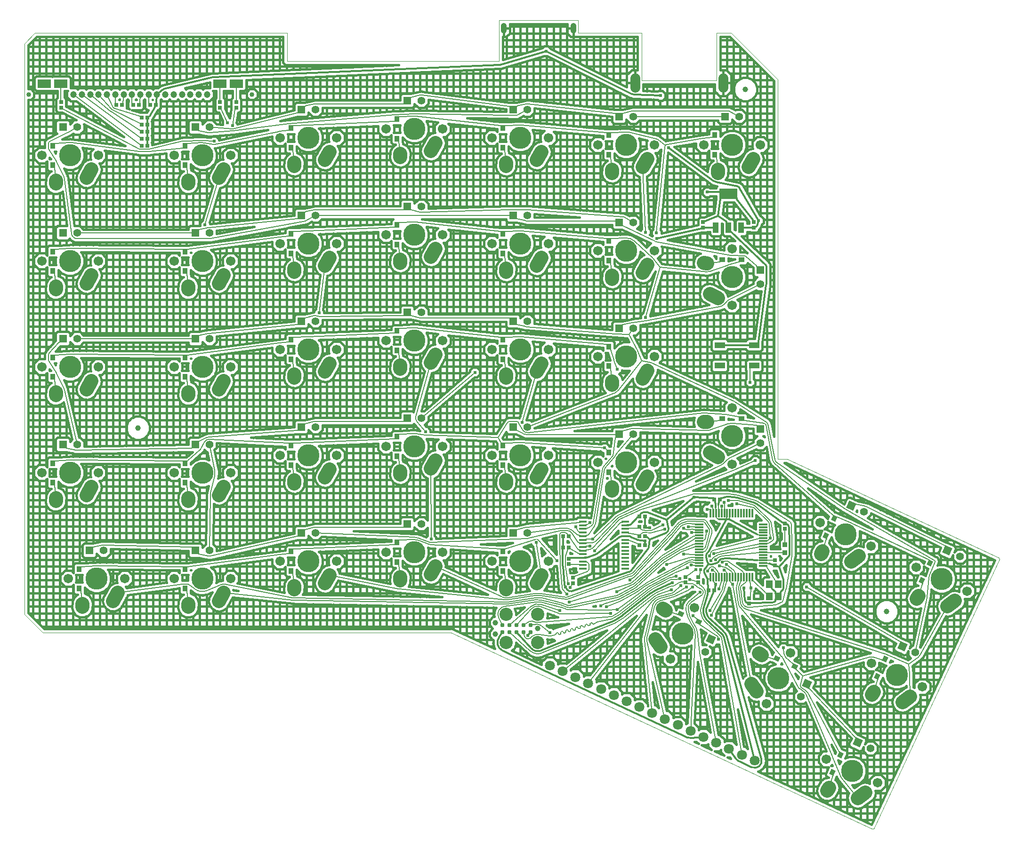
<source format=gbl>
%FSLAX46Y46*%
%OFA0.000000B0.000000*%
%SFA1B1*%
%MOMM*%
%AMFRECTNOHOLE10*
21,1,0.6500,0.6000,0.0000,0.0000,0*
%
%AMFRECTNOHOLE16*
21,1,2.4000,1.5000,0.0000,0.0000,0*
%
%AMFRECTNOHOLE17*
21,1,1.4000,1.4000,0.0000,0.0000,0*
%
%AMFRECTNOHOLE18*
21,1,1.4000,1.4000,0.0000,0.0000,335*
%
%AMFRECTNOHOLE19*
21,1,1.4000,1.4000,0.0000,0.0000,245*
%
%AMFRECTNOHOLE20*
21,1,0.3000,1.5000,0.0000,0.0000,0*
%
%AMFRECTNOHOLE21*
21,1,1.5000,0.3000,0.0000,0.0000,0*
%
%AMFRECTNOHOLE22*
21,1,0.6000,0.6500,0.0000,0.0000,0*
%
%AMFRECTNOHOLE23*
21,1,0.7976,0.7976,0.0000,0.0000,0*
%
%AMFRECTNOHOLE24*
21,1,1.2000,1.4000,0.0000,0.0000,0*
%
%AMFRECTNOHOLE25*
21,1,0.9500,1.9000,0.0000,0.0000,0*
%
%AMFRECTNOHOLE26*
21,1,3.2500,1.9000,0.0000,0.0000,0*
%
%AMFRECTNOHOLE27*
21,1,1.8000,1.1000,0.0000,0.0000,0*
%
%AMFRECTNOHOLE28*
21,1,1.4300,0.4000,0.0000,0.0000,0*
%
%AMFRECTNOHOLE29*
21,1,1.0008,0.8510,0.0000,0.0000,65*
%
%AMFRECTNOHOLE30*
21,1,0.8510,1.0008,0.0000,0.0000,0*
%
%AMFRECTNOHOLE31*
21,1,1.0008,0.8510,0.0000,0.0000,0*
%
%AMFRECTNOHOLE32*
21,1,1.0008,0.8510,0.0000,0.0000,335*
%
%ADD10FRECTNOHOLE10*%
%ADD16FRECTNOHOLE16*%
%ADD17FRECTNOHOLE17*%
%ADD18FRECTNOHOLE18*%
%ADD19FRECTNOHOLE19*%
%ADD20FRECTNOHOLE20*%
%ADD21FRECTNOHOLE21*%
%ADD22FRECTNOHOLE22*%
%ADD23FRECTNOHOLE23*%
%ADD24FRECTNOHOLE24*%
%ADD25FRECTNOHOLE25*%
%ADD26FRECTNOHOLE26*%
%ADD27FRECTNOHOLE27*%
%ADD28FRECTNOHOLE28*%
%ADD29FRECTNOHOLE29*%
%ADD30FRECTNOHOLE30*%
%ADD31FRECTNOHOLE31*%
%ADD32FRECTNOHOLE32*%
%ADD33C,0.0000X0.0000*%
%ADD34C,0.4000X0.0000*%
%ADD35C,0.3810X0.0000*%
%ADD36C,0.3048X0.0000*%
%ADD37C,0.1524X0.0000*%
%ADD39C,0.6096X0.0000*%
%ADD40C,0.9906X0.0000*%
%ADD41C,2.3748X0.0000*%
%ADD42C,1.8000X0.0000*%
%ADD43C,1.0500X0.0000*%
%ADD44C,1.0000X0.0000*%
%ADD45C,1.2000X0.0000*%
%ADD46C,0.8500X0.0000*%
%ADD47C,1.4000X0.0000*%
%ADD48C,3.9878X0.0000*%
%ADD49C,1.7018X0.0000*%
%ADD50C,2.5000X0.0000*%
%ADD51C,0.7874X0.0000*%
%LNICEDLeft-B_Cu*%
%LPD*%
G54D10*
X24257000Y-41013000D3*
X24257000Y-40013000D3*
X139700000Y-61603000D3*
X139700000Y-62603000D3*
X148844000Y-61603000D3*
X148844000Y-62603000D3*
X152654000Y-123436000D3*
X152654000Y-122436000D3*
X147955000Y-130294000D3*
X147955000Y-129294000D3*
X116332000Y-126611000D3*
X116332000Y-125611000D3*
X115570000Y-122182000D3*
X115570000Y-123182000D3*
X136525000Y-126484000D3*
X136525000Y-125484000D3*
X154432000Y-115832000D3*
X154432000Y-116832000D3*
X52832000Y-41013000D3*
X52832000Y-40013000D3*
X138811000Y-126484000D3*
X138811000Y-125484000D3*
X55753000Y-41013000D3*
X55753000Y-40013000D3*
G54D16*
X55797000Y-36665000D3*
X52797000Y-36665000D3*
X24197000Y-36665000D3*
X21197000Y-36665000D3*
G54D17*
X124587000Y-61668700D3*
X124587000Y-99769000D3*
X149987000Y-70241200D3*
X149987000Y-98816000D3*
X24575000Y-44526200D3*
X29337000Y-120724000D3*
X48387500Y-44526200D3*
X48387000Y-120724000D3*
X143637000Y-42621200D3*
X67437000Y-117549000D3*
X24575000Y-82624000D3*
X86487000Y-39751000D3*
X86487000Y-115951000D3*
X48387500Y-82624000D3*
X105537000Y-41348700D3*
X105537000Y-117549000D3*
X67437000Y-79449000D3*
X124587000Y-42621200D3*
X86487000Y-77851000D3*
X67437000Y-41348700D3*
X105537000Y-79449000D3*
X105537000Y-98499000D3*
X124598000Y-80708100D3*
X24575000Y-63573700D3*
X24575000Y-101674000D3*
X105537000Y-60398700D3*
X86487000Y-96901000D3*
X86487000Y-58801000D3*
X67437000Y-98499000D3*
X67437000Y-60398700D3*
X48387500Y-101674000D3*
X48387500Y-63573700D3*
G54D18*
X166332000Y-112678300D3*
X183596000Y-120728300D3*
X175544000Y-137994300D3*
X167492000Y-155261300D3*
G54D19*
X141133700Y-136662000D3*
X158397700Y-144713000D3*
G54D20*
X141030000Y-125511000D3*
X141530000Y-125511000D3*
X142030000Y-125511000D3*
X142530000Y-125511000D3*
X143030000Y-125511000D3*
X143530000Y-125511000D3*
X144030000Y-125511000D3*
X144530000Y-125511000D3*
X145030000Y-125511000D3*
X145530000Y-125511000D3*
X146030000Y-125511000D3*
X146530000Y-125511000D3*
X147030000Y-125511000D3*
X147530000Y-125511000D3*
X148030000Y-125511000D3*
X148530000Y-125511000D3*
X148530000Y-114011000D3*
X148030000Y-114011000D3*
X147530000Y-114011000D3*
X147030000Y-114011000D3*
X146530000Y-114011000D3*
X146030000Y-114011000D3*
X145530000Y-114011000D3*
X145030000Y-114011000D3*
X144530000Y-114011000D3*
X144030000Y-114011000D3*
X143530000Y-114011000D3*
X143030000Y-114011000D3*
X142530000Y-114011000D3*
X142030000Y-114011000D3*
X141530000Y-114011000D3*
X141030000Y-114011000D3*
G54D21*
X139030000Y-116011000D3*
X139030000Y-116511000D3*
X139030000Y-117011000D3*
X139030000Y-117511000D3*
X139030000Y-118011000D3*
X139030000Y-118511000D3*
X139030000Y-119011000D3*
X139030000Y-119511000D3*
X139030000Y-120011000D3*
X139030000Y-120511000D3*
X139030000Y-121011000D3*
X139030000Y-121511000D3*
X139030000Y-122011000D3*
X139030000Y-122511000D3*
X139030000Y-123011000D3*
X139030000Y-123511000D3*
X150530000Y-123511000D3*
X150530000Y-123011000D3*
X150530000Y-122511000D3*
X150530000Y-122011000D3*
X150530000Y-121511000D3*
X150530000Y-121011000D3*
X150530000Y-120511000D3*
X150530000Y-120011000D3*
X150530000Y-119511000D3*
X150530000Y-119011000D3*
X150530000Y-118511000D3*
X150530000Y-118011000D3*
X150530000Y-117511000D3*
X150530000Y-117011000D3*
X150530000Y-116511000D3*
X150530000Y-116011000D3*
G54D22*
X129278000Y-119761000D3*
X128278000Y-119761000D3*
X142740000Y-111506000D3*
X141740000Y-111506000D3*
X128278000Y-114554000D3*
X129278000Y-114554000D3*
X141724000Y-127889000D3*
X140724000Y-127889000D3*
X128278000Y-118110000D3*
X129278000Y-118110000D3*
X37219000Y-40513000D3*
X38219000Y-40513000D3*
X34171000Y-40513000D3*
X35171000Y-40513000D3*
X38743000Y-42799000D3*
X39743000Y-42799000D3*
X38743000Y-44069000D3*
X39743000Y-44069000D3*
X38743000Y-45339000D3*
X39743000Y-45339000D3*
X41267000Y-40513000D3*
X40267000Y-40513000D3*
X115562000Y-118110000D3*
X114562000Y-118110000D3*
X115562000Y-120142000D3*
X114562000Y-120142000D3*
X128278000Y-116459000D3*
X129278000Y-116459000D3*
X38743000Y-46609000D3*
X39743000Y-46609000D3*
X38743000Y-47879000D3*
X39743000Y-47879000D3*
G54D23*
X154432000Y-119646700D3*
X154432000Y-121145300D3*
G54D24*
X151600000Y-126789000D3*
X153200000Y-126789000D3*
X153200000Y-128989000D3*
X151600000Y-128989000D3*
G54D25*
X146572000Y-62613000D3*
X141972000Y-62613000D3*
X144272000Y-62613000D3*
G54D26*
X144272000Y-56513000D3*
G54D27*
X148896000Y-83748000D3*
X148896000Y-87448000D3*
X142696000Y-83748000D3*
X142696000Y-87448000D3*
G54D28*
X118125000Y-115536000D3*
X118125000Y-116186000D3*
X118125000Y-116836000D3*
X118125000Y-117486000D3*
X118125000Y-118136000D3*
X118125000Y-118786000D3*
X118125000Y-119436000D3*
X118125000Y-120086000D3*
X118125000Y-120736000D3*
X118125000Y-121386000D3*
X118125000Y-122036000D3*
X118125000Y-122686000D3*
X118125000Y-123336000D3*
X118125000Y-123986000D3*
X125715000Y-123986000D3*
X125715000Y-123336000D3*
X125715000Y-122686000D3*
X125715000Y-122036000D3*
X125715000Y-121386000D3*
X125715000Y-120736000D3*
X125715000Y-120086000D3*
X125715000Y-119436000D3*
X125715000Y-118786000D3*
X125715000Y-118136000D3*
X125715000Y-117486000D3*
X125715000Y-116836000D3*
X125715000Y-116186000D3*
X125715000Y-115536000D3*
G54D29*
X170990500Y-143401800D3*
X172469700Y-140229600D3*
X162939500Y-160668800D3*
X164418700Y-157496600D3*
X161775500Y-118088800D3*
X163254700Y-114916600D3*
X179040500Y-126139800D3*
X180519700Y-122967600D3*
G54D30*
X122746000Y-106596500D3*
X122746000Y-103096400D3*
X103696000Y-105326500D3*
X103696000Y-101826400D3*
X84645500Y-103728500D3*
X84645500Y-100228400D3*
X65595500Y-105326500D3*
X65595500Y-101826400D3*
X46545500Y-108501500D3*
X46545500Y-105001400D3*
X22733500Y-108501500D3*
X22733500Y-105001400D3*
X141796000Y-49448700D3*
X141796000Y-45948600D3*
X103696000Y-124376500D3*
X103696000Y-120876400D3*
X84645500Y-122778500D3*
X84645500Y-119278400D3*
X65595500Y-124376500D3*
X65595500Y-120876400D3*
X46545500Y-127551500D3*
X46545500Y-124051400D3*
X27495500Y-127551500D3*
X27495500Y-124051400D3*
X84645500Y-65628500D3*
X84645500Y-62128400D3*
X65595500Y-48176200D3*
X65595500Y-44676100D3*
X84645500Y-46578500D3*
X84645500Y-43078400D3*
X103696000Y-48176200D3*
X103696000Y-44676100D3*
X122746000Y-49448700D3*
X122746000Y-45948600D3*
X46545500Y-51353700D3*
X46545500Y-47853600D3*
X22733500Y-51353700D3*
X22733500Y-47853600D3*
X122746000Y-68496200D3*
X122746000Y-64996100D3*
X103696000Y-67226200D3*
X103696000Y-63726100D3*
X65595500Y-67226200D3*
X65595500Y-63726100D3*
X46545500Y-70401200D3*
X46545500Y-66901100D3*
X22733500Y-70401200D3*
X22733500Y-66901100D3*
X122756000Y-87535600D3*
X122756000Y-84035500D3*
X103696000Y-86276500D3*
X103696000Y-82776400D3*
X84645500Y-84678500D3*
X84645500Y-81178400D3*
X65595500Y-86276500D3*
X65595500Y-82776400D3*
X46545500Y-89451500D3*
X46545500Y-85951400D3*
X22733500Y-89451500D3*
X22733500Y-85951400D3*
G54D31*
X143159500Y-96974500D3*
X146659600Y-96974500D3*
X143159500Y-68399700D3*
X146659600Y-68399700D3*
G54D32*
X135726200Y-132108500D3*
X138898400Y-133587700D3*
X152990200Y-140160500D3*
X156162400Y-141639700D3*
G54D33*
X64897000Y-27559000D2*
X19558000Y-27559000D1*
X64897000Y-32639000D2*
X64897000Y-27559000D1*
X102997000Y-32639000D2*
X64897000Y-32639000D1*
X102997000Y-25273000D2*
X102997000Y-32639000D1*
X117221000Y-25273000D2*
X102997000Y-25273000D1*
X117221000Y-27559000D2*
X117221000Y-25273000D1*
X128651000Y-27559000D2*
X117221000Y-27559000D1*
X128651000Y-36068000D2*
X128651000Y-27559000D1*
X142113000Y-36068000D2*
X128651000Y-36068000D1*
X142113000Y-27559000D2*
X142113000Y-36068000D1*
X144780000Y-27559000D2*
X142113000Y-27559000D1*
X153162000Y-35941000D2*
X144780000Y-27559000D1*
X153162000Y-104267000D2*
X153162000Y-35941000D1*
X154813000Y-104267000D2*
X153162000Y-104267000D1*
X192913000Y-122047000D2*
X154813000Y-104267000D1*
X193040000Y-122301000D2*
X192913000Y-122047000D1*
X170434000Y-170815000D2*
X193040000Y-122301000D1*
X170053000Y-170815000D2*
X170434000Y-170815000D1*
X94361000Y-135509000D2*
X170053000Y-170815000D1*
X90170000Y-135509000D2*
X94361000Y-135509000D1*
X20955000Y-135509000D2*
X90170000Y-135509000D1*
X17653000Y-132207000D2*
X20955000Y-135509000D1*
X17653000Y-29464000D2*
X17653000Y-132207000D1*
X19558000Y-27559000D2*
X17653000Y-29464000D1*
G54D34*
X23569800Y-39253500D2*
X23569800Y-37996000D1*
X23351000Y-39472300D2*
X23569800Y-39253500D1*
X23351000Y-39713000D2*
X23351000Y-39472300D1*
X23351000Y-40313000D2*
X23351000Y-39713000D1*
X23351000Y-40472300D2*
X23351000Y-40313000D1*
X23351000Y-40553700D2*
X23351000Y-40472300D1*
X23351000Y-40713000D2*
X23351000Y-40553700D1*
X23351000Y-41313000D2*
X23351000Y-40713000D1*
X23351000Y-41553700D2*
X23351000Y-41313000D1*
X23691300Y-41894000D2*
X23351000Y-41553700D1*
X23932000Y-41894000D2*
X23691300Y-41894000D1*
X24233600Y-41894000D2*
X23932000Y-41894000D1*
X24384300Y-41894000D2*
X24233600Y-41894000D1*
X24438000Y-41894000D2*
X24384300Y-41894000D1*
X26996000Y-43245200D2*
X24438000Y-41894000D1*
X26584400Y-43245200D2*
X26996000Y-43245200D1*
X25856000Y-43973600D2*
X26584400Y-43245200D1*
X25856000Y-43826200D2*
X25856000Y-43973600D1*
X25856000Y-43585500D2*
X25856000Y-43826200D1*
X25515700Y-43245200D2*
X25856000Y-43585500D1*
X25275000Y-43245200D2*
X25515700Y-43245200D1*
X24115700Y-43245200D2*
X25275000Y-43245200D1*
X23875000Y-43245200D2*
X24115700Y-43245200D1*
X23634300Y-43245200D2*
X23875000Y-43245200D1*
X23294000Y-43585500D2*
X23634300Y-43245200D1*
X23294000Y-43826200D2*
X23294000Y-43585500D1*
X23294000Y-44066900D2*
X23294000Y-43826200D1*
X23294000Y-45226200D2*
X23294000Y-44066900D1*
X23294000Y-45466900D2*
X23294000Y-45226200D1*
X23518700Y-45691600D2*
X23294000Y-45466900D1*
X21886000Y-46488700D2*
X23518700Y-45691600D1*
X21807600Y-46527000D2*
X21886000Y-46488700D1*
X21724600Y-46567500D2*
X21807600Y-46527000D1*
X21587300Y-46691100D2*
X21724600Y-46567500D1*
X21538300Y-46769500D2*
X21587300Y-46691100D1*
X21485300Y-46854400D2*
X21538300Y-46769500D1*
X21346000Y-46993700D2*
X21485300Y-46854400D1*
X21346000Y-47081000D2*
X21346000Y-46993700D1*
X21345900Y-47173800D2*
X21346000Y-47081000D1*
X21346000Y-47265900D2*
X21345900Y-47173800D1*
X21346000Y-47625400D2*
X21346000Y-47265900D1*
X21346000Y-48174300D2*
X21346000Y-47625400D1*
X20171900Y-48174300D2*
X21346000Y-48174300D1*
X19333100Y-49013100D2*
X20171900Y-48174300D1*
X19333100Y-50199300D2*
X19333100Y-49013100D1*
X20171900Y-51038100D2*
X19333100Y-50199300D1*
X21358100Y-51038100D2*
X20171900Y-51038100D1*
X21727000Y-50669200D2*
X21358100Y-51038100D1*
X21727000Y-50853300D2*
X21727000Y-50669200D1*
X21727000Y-51094000D2*
X21727000Y-50853300D1*
X21727000Y-51854100D2*
X21727000Y-51094000D1*
X21727000Y-52094800D2*
X21727000Y-51854100D1*
X22067300Y-52435100D2*
X21727000Y-52094800D1*
X22308000Y-52435100D2*
X22067300Y-52435100D1*
X22488400Y-52435100D2*
X22308000Y-52435100D1*
X22491500Y-52461800D2*
X22488400Y-52435100D1*
X22418700Y-52486200D2*
X22491500Y-52461800D1*
X21869000Y-52964100D2*
X22418700Y-52486200D1*
X21544000Y-53616000D2*
X21869000Y-52964100D1*
X21452900Y-54921300D2*
X21544000Y-53616000D1*
X21684100Y-55612000D2*
X21452900Y-54921300D1*
X22162000Y-56161700D2*
X21684100Y-55612000D1*
X22813900Y-56486700D2*
X22162000Y-56161700D1*
X23540600Y-56537400D2*
X22813900Y-56486700D1*
X24231300Y-56306200D2*
X23540600Y-56537400D1*
X24497300Y-56075000D2*
X24231300Y-56306200D1*
X25278900Y-62292700D2*
X24497300Y-56075000D1*
X25275000Y-62292700D2*
X25278900Y-62292700D1*
X24115700Y-62292700D2*
X25275000Y-62292700D1*
X23875000Y-62292700D2*
X24115700Y-62292700D1*
X23634300Y-62292700D2*
X23875000Y-62292700D1*
X23294000Y-62633000D2*
X23634300Y-62292700D1*
X23294000Y-62873700D2*
X23294000Y-62633000D1*
X23294000Y-63114400D2*
X23294000Y-62873700D1*
X23294000Y-64273700D2*
X23294000Y-63114400D1*
X23294000Y-64514400D2*
X23294000Y-64273700D1*
X23634300Y-64854700D2*
X23294000Y-64514400D1*
X23875000Y-64854700D2*
X23634300Y-64854700D1*
X25275000Y-64854700D2*
X23875000Y-64854700D1*
X25515700Y-64854700D2*
X25275000Y-64854700D1*
X25779400Y-64591000D2*
X25515700Y-64854700D1*
X25833700Y-64659800D2*
X25779400Y-64591000D1*
X25878500Y-64699400D2*
X25833700Y-64659800D1*
X26153800Y-64942000D2*
X25878500Y-64699400D1*
X26198700Y-64981500D2*
X26153800Y-64942000D1*
X26300200Y-65042600D2*
X26198700Y-64981500D1*
X26356100Y-65063700D2*
X26300200Y-65042600D1*
X26699500Y-65193400D2*
X26356100Y-65063700D1*
X26755500Y-65214500D2*
X26699500Y-65193400D1*
X26836400Y-65229300D2*
X26755500Y-65214500D1*
X26842800Y-65235700D2*
X26836400Y-65229300D1*
X26872000Y-65235800D2*
X26842800Y-65235700D1*
X26932100Y-65235800D2*
X26872000Y-65235800D1*
X27115400Y-65235700D2*
X26932100Y-65235800D1*
X50927500Y-65235700D2*
X27115400Y-65235700D1*
X50973100Y-65235700D2*
X50927500Y-65235700D1*
X50988000Y-65235700D2*
X50973100Y-65235700D1*
X51199700Y-65235700D2*
X50988000Y-65235700D1*
X51226900Y-65208500D2*
X51199700Y-65235700D1*
X51230200Y-65207900D2*
X51226900Y-65208500D1*
X64896900Y-62677100D2*
X51230200Y-65207900D1*
X64589000Y-62985000D2*
X64896900Y-62677100D1*
X64589000Y-63225700D2*
X64589000Y-62985000D1*
X64589000Y-63466400D2*
X64589000Y-63225700D1*
X64589000Y-63551500D2*
X64589000Y-63466400D1*
X63432600Y-63676300D2*
X64589000Y-63551500D1*
X63427400Y-63676900D2*
X63432600Y-63676300D1*
X63402400Y-63679800D2*
X63427400Y-63676900D1*
X63393400Y-63680900D2*
X63402400Y-63679800D1*
X46933800Y-65819700D2*
X63393400Y-63680900D1*
X46894800Y-65819700D2*
X46933800Y-65819700D1*
X46747900Y-65819700D2*
X46894800Y-65819700D1*
X46392200Y-65819700D2*
X46747900Y-65819700D1*
X46360700Y-65819700D2*
X46392200Y-65819700D1*
X46343400Y-65819700D2*
X46360700Y-65819700D1*
X46196200Y-65819700D2*
X46343400Y-65819700D1*
X46123500Y-65819700D2*
X46196200Y-65819700D1*
X46120000Y-65819700D2*
X46123500Y-65819700D1*
X25862800Y-65697800D2*
X46120000Y-65819700D1*
X25845100Y-65697900D2*
X25862800Y-65697800D1*
X25724900Y-65700400D2*
X25845100Y-65697900D1*
X25708200Y-65701000D2*
X25724900Y-65700400D1*
X23143700Y-65819700D2*
X25708200Y-65701000D1*
X23140200Y-65819700D2*
X23143700Y-65819700D1*
X23082800Y-65819700D2*
X23140200Y-65819700D1*
X22935900Y-65819700D2*
X23082800Y-65819700D1*
X22548700Y-65819700D2*
X22935900Y-65819700D1*
X22308000Y-65819700D2*
X22548700Y-65819700D1*
X22067300Y-65819700D2*
X22308000Y-65819700D1*
X21727000Y-66160000D2*
X22067300Y-65819700D1*
X21727000Y-66400700D2*
X21727000Y-66160000D1*
X21727000Y-66641400D2*
X21727000Y-66400700D1*
X21727000Y-67401500D2*
X21727000Y-66641400D1*
X21727000Y-67590700D2*
X21727000Y-67401500D1*
X21358100Y-67221800D2*
X21727000Y-67590700D1*
X20171900Y-67221800D2*
X21358100Y-67221800D1*
X19333100Y-68060600D2*
X20171900Y-67221800D1*
X19333100Y-69246800D2*
X19333100Y-68060600D1*
X20171900Y-70085600D2*
X19333100Y-69246800D1*
X21358100Y-70085600D2*
X20171900Y-70085600D1*
X21727000Y-69716700D2*
X21358100Y-70085600D1*
X21727000Y-69900800D2*
X21727000Y-69716700D1*
X21727000Y-70141500D2*
X21727000Y-69900800D1*
X21727000Y-70901600D2*
X21727000Y-70141500D1*
X21727000Y-71142300D2*
X21727000Y-70901600D1*
X22067300Y-71482600D2*
X21727000Y-71142300D1*
X22308000Y-71482600D2*
X22067300Y-71482600D1*
X22488400Y-71482600D2*
X22308000Y-71482600D1*
X22491500Y-71509300D2*
X22488400Y-71482600D1*
X22418700Y-71533700D2*
X22491500Y-71509300D1*
X21869000Y-72011600D2*
X22418700Y-71533700D1*
X21544000Y-72663500D2*
X21869000Y-72011600D1*
X21452900Y-73968800D2*
X21544000Y-72663500D1*
X21684100Y-74659500D2*
X21452900Y-73968800D1*
X22162000Y-75209200D2*
X21684100Y-74659500D1*
X22813900Y-75534200D2*
X22162000Y-75209200D1*
X23540600Y-75584900D2*
X22813900Y-75534200D1*
X24231300Y-75353700D2*
X23540600Y-75584900D1*
X24781000Y-74875800D2*
X24231300Y-75353700D1*
X25106000Y-74223900D2*
X24781000Y-74875800D1*
X25197100Y-72918600D2*
X25106000Y-74223900D1*
X24965900Y-72227900D2*
X25197100Y-72918600D1*
X24488000Y-71678200D2*
X24965900Y-72227900D1*
X23836100Y-71353200D2*
X24488000Y-71678200D1*
X23796300Y-71350400D2*
X23836100Y-71353200D1*
X23740000Y-70867600D2*
X23796300Y-71350400D1*
X23740000Y-70825400D2*
X23740000Y-70867600D1*
X23740000Y-70710700D2*
X23740000Y-70825400D1*
X23740000Y-70190200D2*
X23740000Y-70710700D1*
X24386400Y-70836600D2*
X23740000Y-70190200D1*
X25332800Y-71228600D2*
X24386400Y-70836600D1*
X26357200Y-71228600D2*
X25332800Y-71228600D1*
X27303600Y-70836600D2*
X26357200Y-71228600D1*
X28027900Y-70112300D2*
X27303600Y-70836600D1*
X28419900Y-69165900D2*
X28027900Y-70112300D1*
X28419900Y-68141500D2*
X28419900Y-69165900D1*
X28027900Y-67195100D2*
X28419900Y-68141500D1*
X27857000Y-67024200D2*
X28027900Y-67195100D1*
X45539000Y-67130600D2*
X27857000Y-67024200D1*
X45539000Y-67401500D2*
X45539000Y-67130600D1*
X45539000Y-67590700D2*
X45539000Y-67401500D1*
X45170100Y-67221800D2*
X45539000Y-67590700D1*
X43983900Y-67221800D2*
X45170100Y-67221800D1*
X43145100Y-68060600D2*
X43983900Y-67221800D1*
X43145100Y-69246800D2*
X43145100Y-68060600D1*
X43983900Y-70085600D2*
X43145100Y-69246800D1*
X45170100Y-70085600D2*
X43983900Y-70085600D1*
X45539000Y-69716700D2*
X45170100Y-70085600D1*
X45539000Y-69900800D2*
X45539000Y-69716700D1*
X45539000Y-70141500D2*
X45539000Y-69900800D1*
X45539000Y-70901600D2*
X45539000Y-70141500D1*
X45539000Y-71142300D2*
X45539000Y-70901600D1*
X45879300Y-71482600D2*
X45539000Y-71142300D1*
X46120000Y-71482600D2*
X45879300Y-71482600D1*
X46300400Y-71482600D2*
X46120000Y-71482600D1*
X46303500Y-71509300D2*
X46300400Y-71482600D1*
X46230700Y-71533700D2*
X46303500Y-71509300D1*
X45681000Y-72011600D2*
X46230700Y-71533700D1*
X45356000Y-72663500D2*
X45681000Y-72011600D1*
X45264900Y-73968800D2*
X45356000Y-72663500D1*
X45496100Y-74659500D2*
X45264900Y-73968800D1*
X45974000Y-75209200D2*
X45496100Y-74659500D1*
X46625900Y-75534200D2*
X45974000Y-75209200D1*
X47352600Y-75584900D2*
X46625900Y-75534200D1*
X48043300Y-75353700D2*
X47352600Y-75584900D1*
X48593000Y-74875800D2*
X48043300Y-75353700D1*
X48918000Y-74223900D2*
X48593000Y-74875800D1*
X49009100Y-72918600D2*
X48918000Y-74223900D1*
X48777900Y-72227900D2*
X49009100Y-72918600D1*
X48300000Y-71678200D2*
X48777900Y-72227900D1*
X47648100Y-71353200D2*
X48300000Y-71678200D1*
X47608300Y-71350400D2*
X47648100Y-71353200D1*
X47552000Y-70867600D2*
X47608300Y-71350400D1*
X47552000Y-70825400D2*
X47552000Y-70867600D1*
X47552000Y-70710700D2*
X47552000Y-70825400D1*
X47552000Y-70190200D2*
X47552000Y-70710700D1*
X48198400Y-70836600D2*
X47552000Y-70190200D1*
X49144800Y-71228600D2*
X48198400Y-70836600D1*
X50169200Y-71228600D2*
X49144800Y-71228600D1*
X51115600Y-70836600D2*
X50169200Y-71228600D1*
X51839900Y-70112300D2*
X51115600Y-70836600D1*
X52231900Y-69165900D2*
X51839900Y-70112300D1*
X52231900Y-68141500D2*
X52231900Y-69165900D1*
X51839900Y-67195100D2*
X52231900Y-68141500D1*
X51231500Y-66586700D2*
X51839900Y-67195100D1*
X62195100Y-65162000D2*
X51231500Y-66586700D1*
X62195100Y-66071800D2*
X62195100Y-65162000D1*
X63033900Y-66910600D2*
X62195100Y-66071800D1*
X64220100Y-66910600D2*
X63033900Y-66910600D1*
X64589000Y-66541700D2*
X64220100Y-66910600D1*
X64589000Y-66725800D2*
X64589000Y-66541700D1*
X64589000Y-66966500D2*
X64589000Y-66725800D1*
X64589000Y-67726600D2*
X64589000Y-66966500D1*
X64589000Y-67967300D2*
X64589000Y-67726600D1*
X64929300Y-68307600D2*
X64589000Y-67967300D1*
X65170000Y-68307600D2*
X64929300Y-68307600D1*
X65350400Y-68307600D2*
X65170000Y-68307600D1*
X65353500Y-68334300D2*
X65350400Y-68307600D1*
X65280700Y-68358700D2*
X65353500Y-68334300D1*
X64731000Y-68836600D2*
X65280700Y-68358700D1*
X64406000Y-69488500D2*
X64731000Y-68836600D1*
X64314900Y-70793800D2*
X64406000Y-69488500D1*
X64546100Y-71484500D2*
X64314900Y-70793800D1*
X65024000Y-72034200D2*
X64546100Y-71484500D1*
X65675900Y-72359200D2*
X65024000Y-72034200D1*
X66402600Y-72409900D2*
X65675900Y-72359200D1*
X67093300Y-72178700D2*
X66402600Y-72409900D1*
X67643000Y-71700800D2*
X67093300Y-72178700D1*
X67968000Y-71048900D2*
X67643000Y-71700800D1*
X68059100Y-69743600D2*
X67968000Y-71048900D1*
X67827900Y-69052900D2*
X68059100Y-69743600D1*
X67350000Y-68503200D2*
X67827900Y-69052900D1*
X66698100Y-68178200D2*
X67350000Y-68503200D1*
X66658300Y-68175400D2*
X66698100Y-68178200D1*
X66602000Y-67692600D2*
X66658300Y-68175400D1*
X66602000Y-67650400D2*
X66602000Y-67692600D1*
X66602000Y-67535700D2*
X66602000Y-67650400D1*
X66602000Y-67015200D2*
X66602000Y-67535700D1*
X67248400Y-67661600D2*
X66602000Y-67015200D1*
X68194800Y-68053600D2*
X67248400Y-67661600D1*
X69219200Y-68053600D2*
X68194800Y-68053600D1*
X70165600Y-67661600D2*
X69219200Y-68053600D1*
X70889900Y-66937300D2*
X70165600Y-67661600D1*
X71281900Y-65990900D2*
X70889900Y-66937300D1*
X71281900Y-64966500D2*
X71281900Y-65990900D1*
X70889900Y-64020100D2*
X71281900Y-64966500D1*
X70628300Y-63758500D2*
X70889900Y-64020100D1*
X81245100Y-63330300D2*
X70628300Y-63758500D1*
X81245100Y-64474100D2*
X81245100Y-63330300D1*
X82083900Y-65312900D2*
X81245100Y-64474100D1*
X83270100Y-65312900D2*
X82083900Y-65312900D1*
X83639000Y-64944000D2*
X83270100Y-65312900D1*
X83639000Y-65128100D2*
X83639000Y-64944000D1*
X83639000Y-65368800D2*
X83639000Y-65128100D1*
X83639000Y-66128900D2*
X83639000Y-65368800D1*
X83639000Y-66369600D2*
X83639000Y-66128900D1*
X83979300Y-66709900D2*
X83639000Y-66369600D1*
X84220000Y-66709900D2*
X83979300Y-66709900D1*
X84400400Y-66709900D2*
X84220000Y-66709900D1*
X84403500Y-66736600D2*
X84400400Y-66709900D1*
X84330700Y-66761000D2*
X84403500Y-66736600D1*
X83781000Y-67238900D2*
X84330700Y-66761000D1*
X83456000Y-67890800D2*
X83781000Y-67238900D1*
X83364900Y-69196100D2*
X83456000Y-67890800D1*
X83596100Y-69886800D2*
X83364900Y-69196100D1*
X84074000Y-70436500D2*
X83596100Y-69886800D1*
X84725900Y-70761500D2*
X84074000Y-70436500D1*
X85452600Y-70812200D2*
X84725900Y-70761500D1*
X86143300Y-70581000D2*
X85452600Y-70812200D1*
X86693000Y-70103100D2*
X86143300Y-70581000D1*
X87018000Y-69451200D2*
X86693000Y-70103100D1*
X87109100Y-68145900D2*
X87018000Y-69451200D1*
X86877900Y-67455200D2*
X87109100Y-68145900D1*
X86400000Y-66905500D2*
X86877900Y-67455200D1*
X85748100Y-66580500D2*
X86400000Y-66905500D1*
X85708300Y-66577700D2*
X85748100Y-66580500D1*
X85652000Y-66094900D2*
X85708300Y-66577700D1*
X85652000Y-66052700D2*
X85652000Y-66094900D1*
X85652000Y-65938000D2*
X85652000Y-66052700D1*
X85652000Y-65417500D2*
X85652000Y-65938000D1*
X86298400Y-66063900D2*
X85652000Y-65417500D1*
X87244800Y-66455900D2*
X86298400Y-66063900D1*
X88269200Y-66455900D2*
X87244800Y-66455900D1*
X89215600Y-66063900D2*
X88269200Y-66455900D1*
X89939900Y-65339600D2*
X89215600Y-66063900D1*
X90331900Y-64393200D2*
X89939900Y-65339600D1*
X90331900Y-63368800D2*
X90331900Y-64393200D1*
X89962000Y-62475700D2*
X90331900Y-63368800D1*
X91990500Y-62702500D2*
X89962000Y-62475700D1*
X91405100Y-63287900D2*
X91990500Y-62702500D1*
X91405100Y-64474100D2*
X91405100Y-63287900D1*
X91501400Y-64570400D2*
X91405100Y-64474100D1*
X91412200Y-64560200D2*
X91501400Y-64570400D1*
X90712000Y-64761000D2*
X91412200Y-64560200D1*
X90141900Y-65214500D2*
X90712000Y-64761000D1*
X88979200Y-67312200D2*
X90141900Y-65214500D1*
X88896700Y-68035900D2*
X88979200Y-67312200D1*
X89097500Y-68736100D2*
X88896700Y-68035900D1*
X89551000Y-69306200D2*
X89097500Y-68736100D1*
X90188100Y-69659300D2*
X89551000Y-69306200D1*
X90911800Y-69741800D2*
X90188100Y-69659300D1*
X91612000Y-69541000D2*
X90911800Y-69741800D1*
X92182100Y-69087500D2*
X91612000Y-69541000D1*
X93344800Y-66989800D2*
X92182100Y-69087500D1*
X93427300Y-66266100D2*
X93344800Y-66989800D1*
X93226500Y-65565900D2*
X93427300Y-66266100D1*
X93025200Y-65312900D2*
X93226500Y-65565900D1*
X93430100Y-65312900D2*
X93025200Y-65312900D1*
X94268900Y-64474100D2*
X93430100Y-65312900D1*
X94268900Y-63287900D2*
X94268900Y-64474100D1*
X93896600Y-62915600D2*
X94268900Y-63287900D1*
X102689500Y-63898700D2*
X93896600Y-62915600D1*
X102689500Y-64226500D2*
X102689500Y-63898700D1*
X102689500Y-64416200D2*
X102689500Y-64226500D1*
X102320100Y-64046800D2*
X102689500Y-64416200D1*
X101133900Y-64046800D2*
X102320100Y-64046800D1*
X100295100Y-64885600D2*
X101133900Y-64046800D1*
X100295100Y-66071800D2*
X100295100Y-64885600D1*
X101133900Y-66910600D2*
X100295100Y-66071800D1*
X102320100Y-66910600D2*
X101133900Y-66910600D1*
X102689500Y-66541200D2*
X102320100Y-66910600D1*
X102689500Y-66725800D2*
X102689500Y-66541200D1*
X102689500Y-66966500D2*
X102689500Y-66725800D1*
X102689500Y-67726600D2*
X102689500Y-66966500D1*
X102689500Y-67967300D2*
X102689500Y-67726600D1*
X103029800Y-68307600D2*
X102689500Y-67967300D1*
X103270500Y-68307600D2*
X103029800Y-68307600D1*
X103450800Y-68307600D2*
X103270500Y-68307600D1*
X103453900Y-68334200D2*
X103450800Y-68307600D1*
X103380700Y-68358700D2*
X103453900Y-68334200D1*
X102831000Y-68836600D2*
X103380700Y-68358700D1*
X102506000Y-69488500D2*
X102831000Y-68836600D1*
X102414900Y-70793800D2*
X102506000Y-69488500D1*
X102646100Y-71484500D2*
X102414900Y-70793800D1*
X103124000Y-72034200D2*
X102646100Y-71484500D1*
X103775900Y-72359200D2*
X103124000Y-72034200D1*
X104502600Y-72409900D2*
X103775900Y-72359200D1*
X105193300Y-72178700D2*
X104502600Y-72409900D1*
X105743000Y-71700800D2*
X105193300Y-72178700D1*
X106068000Y-71048900D2*
X105743000Y-71700800D1*
X106159100Y-69743600D2*
X106068000Y-71048900D1*
X105927900Y-69052900D2*
X106159100Y-69743600D1*
X105450000Y-68503200D2*
X105927900Y-69052900D1*
X104798100Y-68178200D2*
X105450000Y-68503200D1*
X104758700Y-68175500D2*
X104798100Y-68178200D1*
X104702500Y-67692900D2*
X104758700Y-68175500D1*
X104702500Y-67650400D2*
X104702500Y-67692900D1*
X104702500Y-67535700D2*
X104702500Y-67650400D1*
X104702500Y-67015700D2*
X104702500Y-67535700D1*
X105348400Y-67661600D2*
X104702500Y-67015700D1*
X106294800Y-68053600D2*
X105348400Y-67661600D1*
X107319200Y-68053600D2*
X106294800Y-68053600D1*
X108265600Y-67661600D2*
X107319200Y-68053600D1*
X108989900Y-66937300D2*
X108265600Y-67661600D1*
X109381900Y-65990900D2*
X108989900Y-66937300D1*
X109381900Y-64966500D2*
X109381900Y-65990900D1*
X108993200Y-64028000D2*
X109381900Y-64966500D1*
X111120500Y-64220200D2*
X108993200Y-64028000D1*
X110455100Y-64885600D2*
X111120500Y-64220200D1*
X110455100Y-66071800D2*
X110455100Y-64885600D1*
X110551400Y-66168100D2*
X110455100Y-66071800D1*
X110462200Y-66157900D2*
X110551400Y-66168100D1*
X109762000Y-66358700D2*
X110462200Y-66157900D1*
X109191900Y-66812200D2*
X109762000Y-66358700D1*
X108029200Y-68909900D2*
X109191900Y-66812200D1*
X107946700Y-69633600D2*
X108029200Y-68909900D1*
X108147500Y-70333800D2*
X107946700Y-69633600D1*
X108601000Y-70903900D2*
X108147500Y-70333800D1*
X109238100Y-71257000D2*
X108601000Y-70903900D1*
X109961800Y-71339500D2*
X109238100Y-71257000D1*
X110662000Y-71138700D2*
X109961800Y-71339500D1*
X111232100Y-70685200D2*
X110662000Y-71138700D1*
X112394800Y-68587500D2*
X111232100Y-70685200D1*
X112477300Y-67863800D2*
X112394800Y-68587500D1*
X112276500Y-67163600D2*
X112477300Y-67863800D1*
X112075200Y-66910600D2*
X112276500Y-67163600D1*
X112480100Y-66910600D2*
X112075200Y-66910600D1*
X113318900Y-66071800D2*
X112480100Y-66910600D1*
X113318900Y-64885600D2*
X113318900Y-66071800D1*
X112805700Y-64372400D2*
X113318900Y-64885600D1*
X121739500Y-65179600D2*
X112805700Y-64372400D1*
X121739500Y-65496500D2*
X121739500Y-65179600D1*
X121739500Y-65686200D2*
X121739500Y-65496500D1*
X121370100Y-65316800D2*
X121739500Y-65686200D1*
X120183900Y-65316800D2*
X121370100Y-65316800D1*
X119345100Y-66155600D2*
X120183900Y-65316800D1*
X119345100Y-67341800D2*
X119345100Y-66155600D1*
X120183900Y-68180600D2*
X119345100Y-67341800D1*
X121370100Y-68180600D2*
X120183900Y-68180600D1*
X121739500Y-67811200D2*
X121370100Y-68180600D1*
X121739500Y-67995800D2*
X121739500Y-67811200D1*
X121739500Y-68236500D2*
X121739500Y-67995800D1*
X121739500Y-68996600D2*
X121739500Y-68236500D1*
X121739500Y-69237300D2*
X121739500Y-68996600D1*
X122079800Y-69577600D2*
X121739500Y-69237300D1*
X122320500Y-69577600D2*
X122079800Y-69577600D1*
X122500800Y-69577600D2*
X122320500Y-69577600D1*
X122503900Y-69604200D2*
X122500800Y-69577600D1*
X122430700Y-69628700D2*
X122503900Y-69604200D1*
X121881000Y-70106600D2*
X122430700Y-69628700D1*
X121556000Y-70758500D2*
X121881000Y-70106600D1*
X121464900Y-72063800D2*
X121556000Y-70758500D1*
X121696100Y-72754500D2*
X121464900Y-72063800D1*
X122174000Y-73304200D2*
X121696100Y-72754500D1*
X122825900Y-73629200D2*
X122174000Y-73304200D1*
X123552600Y-73679900D2*
X122825900Y-73629200D1*
X124243300Y-73448700D2*
X123552600Y-73679900D1*
X124793000Y-72970800D2*
X124243300Y-73448700D1*
X125118000Y-72318900D2*
X124793000Y-72970800D1*
X125209100Y-71013600D2*
X125118000Y-72318900D1*
X124977900Y-70322900D2*
X125209100Y-71013600D1*
X124500000Y-69773200D2*
X124977900Y-70322900D1*
X123848100Y-69448200D2*
X124500000Y-69773200D1*
X123808700Y-69445500D2*
X123848100Y-69448200D1*
X123752500Y-68962900D2*
X123808700Y-69445500D1*
X123752500Y-68920400D2*
X123752500Y-68962900D1*
X123752500Y-68805700D2*
X123752500Y-68920400D1*
X123752500Y-68285700D2*
X123752500Y-68805700D1*
X124398400Y-68931600D2*
X123752500Y-68285700D1*
X125344800Y-69323600D2*
X124398400Y-68931600D1*
X126369200Y-69323600D2*
X125344800Y-69323600D1*
X127315600Y-68931600D2*
X126369200Y-69323600D1*
X128039900Y-68207300D2*
X127315600Y-68931600D1*
X128431900Y-67260900D2*
X128039900Y-68207300D1*
X128431900Y-66907200D2*
X128431900Y-67260900D1*
X129112400Y-67542600D2*
X128431900Y-66907200D1*
X128812000Y-67628700D2*
X129112400Y-67542600D1*
X128241900Y-68082200D2*
X128812000Y-67628700D1*
X127079200Y-70179900D2*
X128241900Y-68082200D1*
X126996700Y-70903600D2*
X127079200Y-70179900D1*
X127197500Y-71603800D2*
X126996700Y-70903600D1*
X127651000Y-72173900D2*
X127197500Y-71603800D1*
X128288100Y-72527000D2*
X127651000Y-72173900D1*
X129011800Y-72609500D2*
X128288100Y-72527000D1*
X129712000Y-72408700D2*
X129011800Y-72609500D1*
X130282100Y-71955200D2*
X129712000Y-72408700D1*
X131086300Y-70504100D2*
X130282100Y-71955200D1*
X128896900Y-77949900D2*
X131086300Y-70504100D1*
X128459600Y-78387200D2*
X128896900Y-77949900D1*
X128459600Y-78835400D2*
X128459600Y-78387200D1*
X126901800Y-79063000D2*
X128459600Y-78835400D1*
X126897800Y-79063600D2*
X126901800Y-79063000D1*
X126883200Y-79065600D2*
X126897800Y-79063600D1*
X126854600Y-79070300D2*
X126883200Y-79065600D1*
X126818400Y-79077000D2*
X126854600Y-79070300D1*
X126795400Y-79081600D2*
X126818400Y-79077000D1*
X126778900Y-79085300D2*
X126795400Y-79081600D1*
X125234400Y-79427100D2*
X126778900Y-79085300D1*
X125221800Y-79427100D2*
X125234400Y-79427100D1*
X125090500Y-79427100D2*
X125221800Y-79427100D1*
X124949600Y-79427100D2*
X125090500Y-79427100D1*
X124138700Y-79427100D2*
X124949600Y-79427100D1*
X123898000Y-79427100D2*
X124138700Y-79427100D1*
X123657300Y-79427100D2*
X123898000Y-79427100D1*
X123317000Y-79767400D2*
X123657300Y-79427100D1*
X123317000Y-80008100D2*
X123317000Y-79767400D1*
X123317000Y-80248800D2*
X123317000Y-80008100D1*
X123317000Y-81008400D2*
X123317000Y-80248800D1*
X109358000Y-79899500D2*
X123317000Y-81008400D1*
X109358000Y-78918400D2*
X109358000Y-79899500D1*
X108607600Y-78168000D2*
X109358000Y-78918400D1*
X107546400Y-78168000D2*
X108607600Y-78168000D1*
X106818000Y-78896400D2*
X107546400Y-78168000D1*
X106818000Y-78749000D2*
X106818000Y-78896400D1*
X106818000Y-78508300D2*
X106818000Y-78749000D1*
X106477700Y-78168000D2*
X106818000Y-78508300D1*
X106237000Y-78168000D2*
X106477700Y-78168000D1*
X105077700Y-78168000D2*
X106237000Y-78168000D1*
X104837000Y-78168000D2*
X105077700Y-78168000D1*
X104596300Y-78168000D2*
X104837000Y-78168000D1*
X104565700Y-78198600D2*
X104596300Y-78168000D1*
X90308000Y-78198600D2*
X104565700Y-78198600D1*
X90308000Y-77320400D2*
X90308000Y-78198600D1*
X89557600Y-76570000D2*
X90308000Y-77320400D1*
X88496400Y-76570000D2*
X89557600Y-76570000D1*
X87768000Y-77298400D2*
X88496400Y-76570000D1*
X87768000Y-77151000D2*
X87768000Y-77298400D1*
X87768000Y-76910300D2*
X87768000Y-77151000D1*
X87427700Y-76570000D2*
X87768000Y-76910300D1*
X87187000Y-76570000D2*
X87427700Y-76570000D1*
X86027700Y-76570000D2*
X87187000Y-76570000D1*
X85787000Y-76570000D2*
X86027700Y-76570000D1*
X85546300Y-76570000D2*
X85787000Y-76570000D1*
X85206000Y-76910300D2*
X85546300Y-76570000D1*
X85206000Y-77151000D2*
X85206000Y-76910300D1*
X85206000Y-77391700D2*
X85206000Y-77151000D1*
X85206000Y-77821300D2*
X85206000Y-77391700D1*
X71523000Y-77908500D2*
X85206000Y-77821300D1*
X71523000Y-77594900D2*
X71523000Y-77908500D1*
X71365700Y-77437600D2*
X71523000Y-77594900D1*
X72145100Y-71258200D2*
X71365700Y-77437600D1*
X72562000Y-71138700D2*
X72145100Y-71258200D1*
X73132100Y-70685200D2*
X72562000Y-71138700D1*
X74294800Y-68587500D2*
X73132100Y-70685200D1*
X74377300Y-67863800D2*
X74294800Y-68587500D1*
X74176500Y-67163600D2*
X74377300Y-67863800D1*
X73975200Y-66910600D2*
X74176500Y-67163600D1*
X74380100Y-66910600D2*
X73975200Y-66910600D1*
X75218900Y-66071800D2*
X74380100Y-66910600D1*
X75218900Y-64885600D2*
X75218900Y-66071800D1*
X74380100Y-64046800D2*
X75218900Y-64885600D1*
X73193900Y-64046800D2*
X74380100Y-64046800D1*
X72355100Y-64885600D2*
X73193900Y-64046800D1*
X72355100Y-66071800D2*
X72355100Y-64885600D1*
X72451400Y-66168100D2*
X72355100Y-66071800D1*
X72362200Y-66157900D2*
X72451400Y-66168100D1*
X71662000Y-66358700D2*
X72362200Y-66157900D1*
X71091900Y-66812200D2*
X71662000Y-66358700D1*
X69929200Y-68909900D2*
X71091900Y-66812200D1*
X69846700Y-69633600D2*
X69929200Y-68909900D1*
X70047500Y-70333800D2*
X69846700Y-69633600D1*
X70501000Y-70903900D2*
X70047500Y-70333800D1*
X70841300Y-71092500D2*
X70501000Y-70903900D1*
X70060000Y-77286300D2*
X70841300Y-71092500D1*
X69751400Y-77594900D2*
X70060000Y-77286300D1*
X69751400Y-77796700D2*
X69751400Y-77594900D1*
X69743700Y-77798400D2*
X69751400Y-77796700D1*
X69618000Y-77826200D2*
X69743700Y-77798400D1*
X68073400Y-78168000D2*
X69618000Y-77826200D1*
X68060800Y-78168000D2*
X68073400Y-78168000D1*
X67929500Y-78168000D2*
X68060800Y-78168000D1*
X67788600Y-78168000D2*
X67929500Y-78168000D1*
X66977700Y-78168000D2*
X67788600Y-78168000D1*
X66737000Y-78168000D2*
X66977700Y-78168000D1*
X66496300Y-78168000D2*
X66737000Y-78168000D1*
X66156000Y-78508300D2*
X66496300Y-78168000D1*
X66156000Y-78749000D2*
X66156000Y-78508300D1*
X66156000Y-78989700D2*
X66156000Y-78749000D1*
X66156000Y-79468800D2*
X66156000Y-78989700D1*
X50766300Y-80969800D2*
X66156000Y-79468800D1*
X50736500Y-80972700D2*
X50766300Y-80969800D1*
X50697500Y-80977700D2*
X50736500Y-80972700D1*
X50636800Y-80987300D2*
X50697500Y-80977700D1*
X50596200Y-80995000D2*
X50636800Y-80987300D1*
X50568400Y-81001200D2*
X50596200Y-80995000D1*
X50567100Y-81001500D2*
X50568400Y-81001200D1*
X49023900Y-81343000D2*
X50567100Y-81001500D1*
X49011300Y-81343000D2*
X49023900Y-81343000D1*
X48880000Y-81343000D2*
X49011300Y-81343000D1*
X48739100Y-81343000D2*
X48880000Y-81343000D1*
X47928200Y-81343000D2*
X48739100Y-81343000D1*
X47687500Y-81343000D2*
X47928200Y-81343000D1*
X47446800Y-81343000D2*
X47687500Y-81343000D1*
X47106500Y-81683300D2*
X47446800Y-81343000D1*
X47106500Y-81924000D2*
X47106500Y-81683300D1*
X47106500Y-81966800D2*
X47106500Y-81924000D1*
X28269400Y-81966800D2*
X47106500Y-81966800D1*
X27645600Y-81343000D2*
X28269400Y-81966800D1*
X26584400Y-81343000D2*
X27645600Y-81343000D1*
X25856000Y-82071400D2*
X26584400Y-81343000D1*
X25856000Y-81924000D2*
X25856000Y-82071400D1*
X25856000Y-81683300D2*
X25856000Y-81924000D1*
X25515700Y-81343000D2*
X25856000Y-81683300D1*
X25275000Y-81343000D2*
X25515700Y-81343000D1*
X24115700Y-81343000D2*
X25275000Y-81343000D1*
X23875000Y-81343000D2*
X24115700Y-81343000D1*
X23634300Y-81343000D2*
X23875000Y-81343000D1*
X23294000Y-81683300D2*
X23634300Y-81343000D1*
X23294000Y-81924000D2*
X23294000Y-81683300D1*
X23294000Y-82164700D2*
X23294000Y-81924000D1*
X23294000Y-82874100D2*
X23294000Y-82164700D1*
X23228600Y-82948400D2*
X23294000Y-82874100D1*
X23201400Y-82975600D2*
X23228600Y-82948400D1*
X23201400Y-82979300D2*
X23201400Y-82975600D1*
X21585700Y-84815500D2*
X23201400Y-82979300D1*
X21549600Y-84856500D2*
X21585700Y-84815500D1*
X21510000Y-84901300D2*
X21549600Y-84856500D1*
X21448400Y-85003900D2*
X21510000Y-84901300D1*
X21427300Y-85060000D2*
X21448400Y-85003900D1*
X21404700Y-85120100D2*
X21427300Y-85060000D1*
X21346000Y-85178800D2*
X21404700Y-85120100D1*
X21346000Y-85336800D2*
X21346000Y-85178800D1*
X21346000Y-85395600D2*
X21346000Y-85336800D1*
X21346000Y-85451000D2*
X21346000Y-85395600D1*
X21346000Y-86179600D2*
X21346000Y-85451000D1*
X21346000Y-86272100D2*
X21346000Y-86179600D1*
X20171900Y-86272100D2*
X21346000Y-86272100D1*
X19333100Y-87110900D2*
X20171900Y-86272100D1*
X19333100Y-88297100D2*
X19333100Y-87110900D1*
X20171900Y-89135900D2*
X19333100Y-88297100D1*
X21358100Y-89135900D2*
X20171900Y-89135900D1*
X21727000Y-88767000D2*
X21358100Y-89135900D1*
X21727000Y-88951100D2*
X21727000Y-88767000D1*
X21727000Y-89191800D2*
X21727000Y-88951100D1*
X21727000Y-89951900D2*
X21727000Y-89191800D1*
X21727000Y-90192600D2*
X21727000Y-89951900D1*
X22067300Y-90532900D2*
X21727000Y-90192600D1*
X22308000Y-90532900D2*
X22067300Y-90532900D1*
X22488400Y-90532900D2*
X22308000Y-90532900D1*
X22491500Y-90559600D2*
X22488400Y-90532900D1*
X22418700Y-90584000D2*
X22491500Y-90559600D1*
X21869000Y-91061900D2*
X22418700Y-90584000D1*
X21544000Y-91713800D2*
X21869000Y-91061900D1*
X21452900Y-93019100D2*
X21544000Y-91713800D1*
X21684100Y-93709800D2*
X21452900Y-93019100D1*
X22162000Y-94259500D2*
X21684100Y-93709800D1*
X22813900Y-94584500D2*
X22162000Y-94259500D1*
X23540600Y-94635200D2*
X22813900Y-94584500D1*
X24231300Y-94404000D2*
X23540600Y-94635200D1*
X24681400Y-94012700D2*
X24231300Y-94404000D1*
X26228300Y-100749100D2*
X24681400Y-94012700D1*
X25856000Y-101121400D2*
X26228300Y-100749100D1*
X25856000Y-100974000D2*
X25856000Y-101121400D1*
X25856000Y-100733300D2*
X25856000Y-100974000D1*
X25515700Y-100393000D2*
X25856000Y-100733300D1*
X25275000Y-100393000D2*
X25515700Y-100393000D1*
X24115700Y-100393000D2*
X25275000Y-100393000D1*
X23875000Y-100393000D2*
X24115700Y-100393000D1*
X23634300Y-100393000D2*
X23875000Y-100393000D1*
X23294000Y-100733300D2*
X23634300Y-100393000D1*
X23294000Y-100974000D2*
X23294000Y-100733300D1*
X23294000Y-101214700D2*
X23294000Y-100974000D1*
X23294000Y-102374000D2*
X23294000Y-101214700D1*
X23294000Y-102614700D2*
X23294000Y-102374000D1*
X23634300Y-102955000D2*
X23294000Y-102614700D1*
X23875000Y-102955000D2*
X23634300Y-102955000D1*
X24926600Y-102955000D2*
X23875000Y-102955000D1*
X25068700Y-102955000D2*
X24926600Y-102955000D1*
X25198800Y-102955000D2*
X25068700Y-102955000D1*
X25211400Y-102955000D2*
X25198800Y-102955000D1*
X26755900Y-103296800D2*
X25211400Y-102955000D1*
X26814200Y-103309700D2*
X26755900Y-103296800D1*
X26833200Y-103313900D2*
X26814200Y-103309700D1*
X26871800Y-103320100D2*
X26833200Y-103313900D1*
X26891200Y-103322000D2*
X26871800Y-103320100D1*
X27010000Y-103333800D2*
X26891200Y-103322000D1*
X27029400Y-103335700D2*
X27010000Y-103333800D1*
X27068400Y-103337300D2*
X27029400Y-103335700D1*
X27088500Y-103336900D2*
X27068400Y-103337300D1*
X27145800Y-103335700D2*
X27088500Y-103336900D1*
X27147100Y-103335700D2*
X27145800Y-103335700D1*
X47687500Y-102955000D2*
X27147100Y-103335700D1*
X47698300Y-102955000D2*
X47687500Y-102955000D1*
X47763700Y-102955000D2*
X47698300Y-102955000D1*
X47874100Y-102955000D2*
X47763700Y-102955000D1*
X46755100Y-103920000D2*
X47874100Y-102955000D1*
X46747900Y-103920000D2*
X46755100Y-103920000D1*
X46622600Y-103920000D2*
X46747900Y-103920000D1*
X46392200Y-103920000D2*
X46622600Y-103920000D1*
X46360700Y-103920000D2*
X46392200Y-103920000D1*
X46343400Y-103920000D2*
X46360700Y-103920000D1*
X46196200Y-103920000D2*
X46343400Y-103920000D1*
X46123500Y-103920000D2*
X46196200Y-103920000D1*
X46120000Y-103920000D2*
X46123500Y-103920000D1*
X25862800Y-103798100D2*
X46120000Y-103920000D1*
X25845100Y-103798200D2*
X25862800Y-103798100D1*
X25724900Y-103800700D2*
X25845100Y-103798200D1*
X25708200Y-103801300D2*
X25724900Y-103800700D1*
X23143700Y-103920000D2*
X25708200Y-103801300D1*
X23140200Y-103920000D2*
X23143700Y-103920000D1*
X23082800Y-103920000D2*
X23140200Y-103920000D1*
X22935900Y-103920000D2*
X23082800Y-103920000D1*
X22548700Y-103920000D2*
X22935900Y-103920000D1*
X22308000Y-103920000D2*
X22548700Y-103920000D1*
X22067300Y-103920000D2*
X22308000Y-103920000D1*
X21727000Y-104260300D2*
X22067300Y-103920000D1*
X21727000Y-104501000D2*
X21727000Y-104260300D1*
X21727000Y-104741700D2*
X21727000Y-104501000D1*
X21727000Y-105501800D2*
X21727000Y-104741700D1*
X21727000Y-105691000D2*
X21727000Y-105501800D1*
X21358100Y-105322100D2*
X21727000Y-105691000D1*
X20171900Y-105322100D2*
X21358100Y-105322100D1*
X19333100Y-106160900D2*
X20171900Y-105322100D1*
X19333100Y-107347100D2*
X19333100Y-106160900D1*
X20171900Y-108185900D2*
X19333100Y-107347100D1*
X21358100Y-108185900D2*
X20171900Y-108185900D1*
X21727000Y-107817000D2*
X21358100Y-108185900D1*
X21727000Y-108001100D2*
X21727000Y-107817000D1*
X21727000Y-108241800D2*
X21727000Y-108001100D1*
X21727000Y-109001900D2*
X21727000Y-108241800D1*
X21727000Y-109242600D2*
X21727000Y-109001900D1*
X22067300Y-109582900D2*
X21727000Y-109242600D1*
X22308000Y-109582900D2*
X22067300Y-109582900D1*
X22488400Y-109582900D2*
X22308000Y-109582900D1*
X22491500Y-109609600D2*
X22488400Y-109582900D1*
X22418700Y-109634000D2*
X22491500Y-109609600D1*
X21869000Y-110111900D2*
X22418700Y-109634000D1*
X21544000Y-110763800D2*
X21869000Y-110111900D1*
X21452900Y-112069100D2*
X21544000Y-110763800D1*
X21684100Y-112759800D2*
X21452900Y-112069100D1*
X22162000Y-113309500D2*
X21684100Y-112759800D1*
X22813900Y-113634500D2*
X22162000Y-113309500D1*
X23540600Y-113685200D2*
X22813900Y-113634500D1*
X24231300Y-113454000D2*
X23540600Y-113685200D1*
X24781000Y-112976100D2*
X24231300Y-113454000D1*
X25106000Y-112324200D2*
X24781000Y-112976100D1*
X25197100Y-111018900D2*
X25106000Y-112324200D1*
X24965900Y-110328200D2*
X25197100Y-111018900D1*
X24488000Y-109778500D2*
X24965900Y-110328200D1*
X23836100Y-109453500D2*
X24488000Y-109778500D1*
X23796300Y-109450700D2*
X23836100Y-109453500D1*
X23740000Y-108967900D2*
X23796300Y-109450700D1*
X23740000Y-108925700D2*
X23740000Y-108967900D1*
X23740000Y-108811000D2*
X23740000Y-108925700D1*
X23740000Y-108290500D2*
X23740000Y-108811000D1*
X24386400Y-108936900D2*
X23740000Y-108290500D1*
X25332800Y-109328900D2*
X24386400Y-108936900D1*
X26357200Y-109328900D2*
X25332800Y-109328900D1*
X27303600Y-108936900D2*
X26357200Y-109328900D1*
X28027900Y-108212600D2*
X27303600Y-108936900D1*
X28419900Y-107266200D2*
X28027900Y-108212600D1*
X28419900Y-106241800D2*
X28419900Y-107266200D1*
X28027900Y-105295400D2*
X28419900Y-106241800D1*
X27857000Y-105124500D2*
X28027900Y-105295400D1*
X45539000Y-105230900D2*
X27857000Y-105124500D1*
X45539000Y-105501800D2*
X45539000Y-105230900D1*
X45539000Y-105691000D2*
X45539000Y-105501800D1*
X45170100Y-105322100D2*
X45539000Y-105691000D1*
X43983900Y-105322100D2*
X45170100Y-105322100D1*
X43145100Y-106160900D2*
X43983900Y-105322100D1*
X43145100Y-107347100D2*
X43145100Y-106160900D1*
X43983900Y-108185900D2*
X43145100Y-107347100D1*
X45170100Y-108185900D2*
X43983900Y-108185900D1*
X45539000Y-107817000D2*
X45170100Y-108185900D1*
X45539000Y-108001100D2*
X45539000Y-107817000D1*
X45539000Y-108241800D2*
X45539000Y-108001100D1*
X45539000Y-109001900D2*
X45539000Y-108241800D1*
X45539000Y-109242600D2*
X45539000Y-109001900D1*
X45879300Y-109582900D2*
X45539000Y-109242600D1*
X46120000Y-109582900D2*
X45879300Y-109582900D1*
X46300400Y-109582900D2*
X46120000Y-109582900D1*
X46303500Y-109609600D2*
X46300400Y-109582900D1*
X46230700Y-109634000D2*
X46303500Y-109609600D1*
X45681000Y-110111900D2*
X46230700Y-109634000D1*
X45356000Y-110763800D2*
X45681000Y-110111900D1*
X45264900Y-112069100D2*
X45356000Y-110763800D1*
X45496100Y-112759800D2*
X45264900Y-112069100D1*
X45974000Y-113309500D2*
X45496100Y-112759800D1*
X46625900Y-113634500D2*
X45974000Y-113309500D1*
X47352600Y-113685200D2*
X46625900Y-113634500D1*
X48043300Y-113454000D2*
X47352600Y-113685200D1*
X48593000Y-112976100D2*
X48043300Y-113454000D1*
X48918000Y-112324200D2*
X48593000Y-112976100D1*
X49009100Y-111018900D2*
X48918000Y-112324200D1*
X48777900Y-110328200D2*
X49009100Y-111018900D1*
X48300000Y-109778500D2*
X48777900Y-110328200D1*
X47648100Y-109453500D2*
X48300000Y-109778500D1*
X47608300Y-109450700D2*
X47648100Y-109453500D1*
X47552000Y-108967900D2*
X47608300Y-109450700D1*
X47552000Y-108925700D2*
X47552000Y-108967900D1*
X47552000Y-108811000D2*
X47552000Y-108925700D1*
X47552000Y-108290500D2*
X47552000Y-108811000D1*
X48198400Y-108936900D2*
X47552000Y-108290500D1*
X49144800Y-109328900D2*
X48198400Y-108936900D1*
X50169200Y-109328900D2*
X49144800Y-109328900D1*
X50786900Y-109073000D2*
X50169200Y-109328900D1*
X50506800Y-110235900D2*
X50786900Y-109073000D1*
X50486800Y-110318700D2*
X50506800Y-110235900D1*
X50482500Y-110336500D2*
X50486800Y-110318700D1*
X50476100Y-110371500D2*
X50482500Y-110336500D1*
X50473700Y-110390100D2*
X50476100Y-110371500D1*
X50452100Y-110559900D2*
X50473700Y-110390100D1*
X50449800Y-110578100D2*
X50452100Y-110559900D1*
X50447300Y-110613600D2*
X50449800Y-110578100D1*
X50446900Y-110631900D2*
X50447300Y-110613600D1*
X50445500Y-110715500D2*
X50446900Y-110631900D1*
X50290300Y-119549100D2*
X50445500Y-110715500D1*
X49668000Y-120171400D2*
X50290300Y-119549100D1*
X49668000Y-120024000D2*
X49668000Y-120171400D1*
X49668000Y-119783300D2*
X49668000Y-120024000D1*
X49327700Y-119443000D2*
X49668000Y-119783300D1*
X49087000Y-119443000D2*
X49327700Y-119443000D1*
X47959200Y-119443000D2*
X49087000Y-119443000D1*
X47927700Y-119443000D2*
X47959200Y-119443000D1*
X47893300Y-119443000D2*
X47927700Y-119443000D1*
X47763200Y-119443000D2*
X47893300Y-119443000D1*
X47701000Y-119443000D2*
X47763200Y-119443000D1*
X47687000Y-119443000D2*
X47701000Y-119443000D1*
X31917400Y-119062500D2*
X47687000Y-119443000D1*
X31856700Y-119061000D2*
X31917400Y-119062500D1*
X31837200Y-119060500D2*
X31856700Y-119061000D1*
X31797100Y-119061900D2*
X31837200Y-119060500D1*
X31777000Y-119063900D2*
X31797100Y-119061900D1*
X31656400Y-119075600D2*
X31777000Y-119063900D1*
X31637000Y-119077500D2*
X31656400Y-119075600D1*
X31598500Y-119083500D2*
X31637000Y-119077500D1*
X31578700Y-119087800D2*
X31598500Y-119083500D1*
X31518700Y-119101000D2*
X31578700Y-119087800D1*
X29973400Y-119443000D2*
X31518700Y-119101000D1*
X29960800Y-119443000D2*
X29973400Y-119443000D1*
X29829500Y-119443000D2*
X29960800Y-119443000D1*
X29688600Y-119443000D2*
X29829500Y-119443000D1*
X28877700Y-119443000D2*
X29688600Y-119443000D1*
X28637000Y-119443000D2*
X28877700Y-119443000D1*
X28396300Y-119443000D2*
X28637000Y-119443000D1*
X28056000Y-119783300D2*
X28396300Y-119443000D1*
X28056000Y-120024000D2*
X28056000Y-119783300D1*
X28056000Y-120264700D2*
X28056000Y-120024000D1*
X28056000Y-121424000D2*
X28056000Y-120264700D1*
X28056000Y-121664700D2*
X28056000Y-121424000D1*
X28396300Y-122005000D2*
X28056000Y-121664700D1*
X28637000Y-122005000D2*
X28396300Y-122005000D1*
X30037000Y-122005000D2*
X28637000Y-122005000D1*
X30277700Y-122005000D2*
X30037000Y-122005000D1*
X30618000Y-121664700D2*
X30277700Y-122005000D1*
X30618000Y-121424000D2*
X30618000Y-121664700D1*
X30618000Y-121276600D2*
X30618000Y-121424000D1*
X31346400Y-122005000D2*
X30618000Y-121276600D1*
X32407600Y-122005000D2*
X31346400Y-122005000D1*
X33158000Y-121254600D2*
X32407600Y-122005000D1*
X33158000Y-120407200D2*
X33158000Y-121254600D1*
X47106000Y-120743600D2*
X33158000Y-120407200D1*
X47106000Y-121424000D2*
X47106000Y-120743600D1*
X47106000Y-121664700D2*
X47106000Y-121424000D1*
X47446300Y-122005000D2*
X47106000Y-121664700D1*
X47687000Y-122005000D2*
X47446300Y-122005000D1*
X48738600Y-122005000D2*
X47687000Y-122005000D1*
X48880700Y-122005000D2*
X48738600Y-122005000D1*
X49010800Y-122005000D2*
X48880700Y-122005000D1*
X49023400Y-122005000D2*
X49010800Y-122005000D1*
X50567900Y-122346800D2*
X49023400Y-122005000D1*
X50676000Y-122370700D2*
X50567900Y-122346800D1*
X50711900Y-122378600D2*
X50676000Y-122370700D1*
X50783800Y-122386400D2*
X50711900Y-122378600D1*
X50819700Y-122386300D2*
X50783800Y-122386400D1*
X51041600Y-122385800D2*
X50819700Y-122386300D1*
X51078300Y-122385700D2*
X51041600Y-122385800D1*
X51150200Y-122377500D2*
X51078300Y-122385700D1*
X51185300Y-122369500D2*
X51150200Y-122377500D1*
X51294400Y-122344800D2*
X51185300Y-122369500D1*
X66802000Y-118830000D2*
X51294400Y-122344800D1*
X66813200Y-118830000D2*
X66802000Y-118830000D1*
X66944500Y-118830000D2*
X66813200Y-118830000D1*
X67009200Y-118830000D2*
X66944500Y-118830000D1*
X68137000Y-118830000D2*
X67009200Y-118830000D1*
X68377700Y-118830000D2*
X68137000Y-118830000D1*
X68718000Y-118489700D2*
X68377700Y-118830000D1*
X68718000Y-118249000D2*
X68718000Y-118489700D1*
X68718000Y-118101600D2*
X68718000Y-118249000D1*
X69446400Y-118830000D2*
X68718000Y-118101600D1*
X70507600Y-118830000D2*
X69446400Y-118830000D1*
X71081100Y-118256500D2*
X70507600Y-118830000D1*
X83639000Y-118821200D2*
X71081100Y-118256500D1*
X83639000Y-119018700D2*
X83639000Y-118821200D1*
X83639000Y-119068200D2*
X83639000Y-119018700D1*
X68587800Y-119675500D2*
X83639000Y-119068200D1*
X68585500Y-119675600D2*
X68587800Y-119675500D1*
X68571800Y-119676200D2*
X68585500Y-119675600D1*
X68570200Y-119676300D2*
X68571800Y-119676200D1*
X66005700Y-119795000D2*
X68570200Y-119676300D1*
X66002200Y-119795000D2*
X66005700Y-119795000D1*
X65944800Y-119795000D2*
X66002200Y-119795000D1*
X65797900Y-119795000D2*
X65944800Y-119795000D1*
X65410700Y-119795000D2*
X65797900Y-119795000D1*
X65170000Y-119795000D2*
X65410700Y-119795000D1*
X64929300Y-119795000D2*
X65170000Y-119795000D1*
X64589000Y-120135300D2*
X64929300Y-119795000D1*
X64589000Y-120376000D2*
X64589000Y-120135300D1*
X64589000Y-120616700D2*
X64589000Y-120376000D1*
X64589000Y-120701800D2*
X64589000Y-120616700D1*
X63432600Y-120826600D2*
X64589000Y-120701800D1*
X63427400Y-120827200D2*
X63432600Y-120826600D1*
X63402400Y-120830100D2*
X63427400Y-120827200D1*
X63393400Y-120831200D2*
X63402400Y-120830100D1*
X46933800Y-122970000D2*
X63393400Y-120831200D1*
X46894800Y-122970000D2*
X46933800Y-122970000D1*
X46747900Y-122970000D2*
X46894800Y-122970000D1*
X46392200Y-122970000D2*
X46747900Y-122970000D1*
X46360700Y-122970000D2*
X46392200Y-122970000D1*
X46343400Y-122970000D2*
X46360700Y-122970000D1*
X46196200Y-122970000D2*
X46343400Y-122970000D1*
X46124600Y-122970000D2*
X46196200Y-122970000D1*
X46120000Y-122970000D2*
X46124600Y-122970000D1*
X30630300Y-122848200D2*
X46120000Y-122970000D1*
X30612400Y-122848300D2*
X30630300Y-122848200D1*
X30487900Y-122850700D2*
X30612400Y-122848300D1*
X30470200Y-122851300D2*
X30487900Y-122850700D1*
X27905700Y-122970000D2*
X30470200Y-122851300D1*
X27902200Y-122970000D2*
X27905700Y-122970000D1*
X27844800Y-122970000D2*
X27902200Y-122970000D1*
X27697900Y-122970000D2*
X27844800Y-122970000D1*
X27310700Y-122970000D2*
X27697900Y-122970000D1*
X27070000Y-122970000D2*
X27310700Y-122970000D1*
X26829300Y-122970000D2*
X27070000Y-122970000D1*
X26489000Y-123310300D2*
X26829300Y-122970000D1*
X26489000Y-123551000D2*
X26489000Y-123310300D1*
X26489000Y-123791700D2*
X26489000Y-123551000D1*
X26489000Y-124551800D2*
X26489000Y-123791700D1*
X26489000Y-124741000D2*
X26489000Y-124551800D1*
X26120100Y-124372100D2*
X26489000Y-124741000D1*
X24933900Y-124372100D2*
X26120100Y-124372100D1*
X24095100Y-125210900D2*
X24933900Y-124372100D1*
X24095100Y-126397100D2*
X24095100Y-125210900D1*
X24933900Y-127235900D2*
X24095100Y-126397100D1*
X26120100Y-127235900D2*
X24933900Y-127235900D1*
X26489000Y-126867000D2*
X26120100Y-127235900D1*
X26489000Y-127051100D2*
X26489000Y-126867000D1*
X26489000Y-127291800D2*
X26489000Y-127051100D1*
X26489000Y-128051900D2*
X26489000Y-127291800D1*
X26489000Y-128292600D2*
X26489000Y-128051900D1*
X26829300Y-128632900D2*
X26489000Y-128292600D1*
X27070000Y-128632900D2*
X26829300Y-128632900D1*
X27250400Y-128632900D2*
X27070000Y-128632900D1*
X27253500Y-128659600D2*
X27250400Y-128632900D1*
X27180700Y-128684000D2*
X27253500Y-128659600D1*
X26631000Y-129161900D2*
X27180700Y-128684000D1*
X26306000Y-129813800D2*
X26631000Y-129161900D1*
X26214900Y-131119100D2*
X26306000Y-129813800D1*
X26446100Y-131809800D2*
X26214900Y-131119100D1*
X26924000Y-132359500D2*
X26446100Y-131809800D1*
X27575900Y-132684500D2*
X26924000Y-132359500D1*
X28302600Y-132735200D2*
X27575900Y-132684500D1*
X28993300Y-132504000D2*
X28302600Y-132735200D1*
X29543000Y-132026100D2*
X28993300Y-132504000D1*
X29868000Y-131374200D2*
X29543000Y-132026100D1*
X29959100Y-130068900D2*
X29868000Y-131374200D1*
X29727900Y-129378200D2*
X29959100Y-130068900D1*
X29250000Y-128828500D2*
X29727900Y-129378200D1*
X28598100Y-128503500D2*
X29250000Y-128828500D1*
X28558400Y-128500700D2*
X28598100Y-128503500D1*
X28502000Y-128017900D2*
X28558400Y-128500700D1*
X28502000Y-127975700D2*
X28502000Y-128017900D1*
X28502000Y-127861000D2*
X28502000Y-127975700D1*
X28502000Y-127340500D2*
X28502000Y-127861000D1*
X29148400Y-127986900D2*
X28502000Y-127340500D1*
X30094800Y-128378900D2*
X29148400Y-127986900D1*
X31119200Y-128378900D2*
X30094800Y-128378900D1*
X32065600Y-127986900D2*
X31119200Y-128378900D1*
X32789900Y-127262600D2*
X32065600Y-127986900D1*
X33181900Y-126316200D2*
X32789900Y-127262600D1*
X33181900Y-125291800D2*
X33181900Y-126316200D1*
X32789900Y-124345400D2*
X33181900Y-125291800D1*
X32622800Y-124178300D2*
X32789900Y-124345400D1*
X45539000Y-124279900D2*
X32622800Y-124178300D1*
X45539000Y-124551800D2*
X45539000Y-124279900D1*
X45539000Y-124741000D2*
X45539000Y-124551800D1*
X45170100Y-124372100D2*
X45539000Y-124741000D1*
X43983900Y-124372100D2*
X45170100Y-124372100D1*
X43145100Y-125210900D2*
X43983900Y-124372100D1*
X43145100Y-126397100D2*
X43145100Y-125210900D1*
X43236300Y-126488300D2*
X43145100Y-126397100D1*
X36053000Y-127459300D2*
X43236300Y-126488300D1*
X35875200Y-127235900D2*
X36053000Y-127459300D1*
X36280100Y-127235900D2*
X35875200Y-127235900D1*
X37118900Y-126397100D2*
X36280100Y-127235900D1*
X37118900Y-125210900D2*
X37118900Y-126397100D1*
X36280100Y-124372100D2*
X37118900Y-125210900D1*
X35093900Y-124372100D2*
X36280100Y-124372100D1*
X34255100Y-125210900D2*
X35093900Y-124372100D1*
X34255100Y-126397100D2*
X34255100Y-125210900D1*
X34351400Y-126493400D2*
X34255100Y-126397100D1*
X34262200Y-126483200D2*
X34351400Y-126493400D1*
X33562000Y-126684000D2*
X34262200Y-126483200D1*
X32991900Y-127137500D2*
X33562000Y-126684000D1*
X31829200Y-129235200D2*
X32991900Y-127137500D1*
X31746700Y-129958900D2*
X31829200Y-129235200D1*
X31947500Y-130659100D2*
X31746700Y-129958900D1*
X32401000Y-131229200D2*
X31947500Y-130659100D1*
X33038100Y-131582300D2*
X32401000Y-131229200D1*
X33761800Y-131664800D2*
X33038100Y-131582300D1*
X34462000Y-131464000D2*
X33761800Y-131664800D1*
X35032100Y-131010500D2*
X34462000Y-131464000D1*
X36194800Y-128912800D2*
X35032100Y-131010500D1*
X36211700Y-128764300D2*
X36194800Y-128912800D1*
X44819800Y-127600600D2*
X36211700Y-128764300D1*
X44825900Y-127599700D2*
X44819800Y-127600600D1*
X44841100Y-127597500D2*
X44825900Y-127599700D1*
X44843700Y-127597200D2*
X44841100Y-127597500D1*
X45539000Y-127493800D2*
X44843700Y-127597200D1*
X45539000Y-128051900D2*
X45539000Y-127493800D1*
X45539000Y-128292600D2*
X45539000Y-128051900D1*
X45879300Y-128632900D2*
X45539000Y-128292600D1*
X46120000Y-128632900D2*
X45879300Y-128632900D1*
X46300400Y-128632900D2*
X46120000Y-128632900D1*
X46303500Y-128659600D2*
X46300400Y-128632900D1*
X46230700Y-128684000D2*
X46303500Y-128659600D1*
X45681000Y-129161900D2*
X46230700Y-128684000D1*
X45356000Y-129813800D2*
X45681000Y-129161900D1*
X45264900Y-131119100D2*
X45356000Y-129813800D1*
X45496100Y-131809800D2*
X45264900Y-131119100D1*
X45974000Y-132359500D2*
X45496100Y-131809800D1*
X46625900Y-132684500D2*
X45974000Y-132359500D1*
X47352600Y-132735200D2*
X46625900Y-132684500D1*
X48043300Y-132504000D2*
X47352600Y-132735200D1*
X48593000Y-132026100D2*
X48043300Y-132504000D1*
X48918000Y-131374200D2*
X48593000Y-132026100D1*
X49009100Y-130068900D2*
X48918000Y-131374200D1*
X48777900Y-129378200D2*
X49009100Y-130068900D1*
X48300000Y-128828500D2*
X48777900Y-129378200D1*
X47648100Y-128503500D2*
X48300000Y-128828500D1*
X47608400Y-128500700D2*
X47648100Y-128503500D1*
X47552000Y-128017900D2*
X47608400Y-128500700D1*
X47552000Y-127975700D2*
X47552000Y-128017900D1*
X47552000Y-127922200D2*
X47552000Y-127975700D1*
X47893300Y-128176000D2*
X47552000Y-127922200D1*
X48135800Y-128356500D2*
X47893300Y-128176000D1*
X48170800Y-128382500D2*
X48135800Y-128356500D1*
X48246100Y-128424500D2*
X48170800Y-128382500D1*
X48286400Y-128440400D2*
X48246100Y-128424500D1*
X48852900Y-128664600D2*
X48286400Y-128440400D1*
X48893500Y-128680600D2*
X48852900Y-128664600D1*
X48977100Y-128701500D2*
X48893500Y-128680600D1*
X49020500Y-128706500D2*
X48977100Y-128701500D1*
X49626000Y-128775300D2*
X49020500Y-128706500D1*
X49669400Y-128780200D2*
X49626000Y-128775300D1*
X49755500Y-128778600D2*
X49669400Y-128780200D1*
X49798100Y-128772200D2*
X49755500Y-128778600D1*
X50396600Y-128682000D2*
X49798100Y-128772200D1*
X50439800Y-128675500D2*
X50396600Y-128682000D1*
X50522500Y-128651500D2*
X50439800Y-128675500D1*
X50561700Y-128634400D2*
X50522500Y-128651500D1*
X50841400Y-128512200D2*
X50561700Y-128634400D1*
X51420300Y-128259000D2*
X50841400Y-128512200D1*
X50879200Y-129235200D2*
X51420300Y-128259000D1*
X50796700Y-129958900D2*
X50879200Y-129235200D1*
X50997500Y-130659100D2*
X50796700Y-129958900D1*
X51451000Y-131229200D2*
X50997500Y-130659100D1*
X52088100Y-131582300D2*
X51451000Y-131229200D1*
X52811800Y-131664800D2*
X52088100Y-131582300D1*
X53512000Y-131464000D2*
X52811800Y-131664800D1*
X54082100Y-131010500D2*
X53512000Y-131464000D1*
X55100600Y-129173000D2*
X54082100Y-131010500D1*
X65900600Y-130287600D2*
X55100600Y-129173000D1*
X65940300Y-130291800D2*
X65900600Y-130287600D1*
X65968700Y-130294100D2*
X65940300Y-130291800D1*
X66049700Y-130299000D2*
X65968700Y-130294100D1*
X66076600Y-130300100D2*
X66049700Y-130299000D1*
X66118200Y-130300900D2*
X66076600Y-130300100D1*
X102507300Y-130982700D2*
X66118200Y-130300900D1*
X102293400Y-131346600D2*
X102507300Y-130982700D1*
X102264800Y-131395200D2*
X102293400Y-131346600D1*
X102224800Y-131501700D2*
X102264800Y-131395200D1*
X102214100Y-131558100D2*
X102224800Y-131501700D1*
X102118600Y-132065900D2*
X102214100Y-131558100D1*
X102108000Y-132122400D2*
X102118600Y-132065900D1*
X102106600Y-132236300D2*
X102108000Y-132122400D1*
X102115800Y-132292600D2*
X102106600Y-132236300D1*
X102174500Y-132654700D2*
X102115800Y-132292600D1*
X101916200Y-132654700D2*
X102174500Y-132654700D1*
X101285700Y-133285200D2*
X101916200Y-132654700D1*
X101285700Y-134176800D2*
X101285700Y-133285200D1*
X101855900Y-134747000D2*
X101285700Y-134176800D1*
X101285700Y-135317200D2*
X101855900Y-134747000D1*
X101285700Y-136208800D2*
X101285700Y-135317200D1*
X101916200Y-136839300D2*
X101285700Y-136208800D1*
X101995100Y-136839300D2*
X101916200Y-136839300D1*
X101992300Y-136876900D2*
X101995100Y-136839300D1*
X101956500Y-137349200D2*
X101992300Y-136876900D1*
X101952400Y-137404200D2*
X101956500Y-137349200D1*
X101960400Y-137512900D2*
X101952400Y-137404200D1*
X101972600Y-137567100D2*
X101960400Y-137512900D1*
X102076900Y-138026200D2*
X101972600Y-137567100D1*
X102089100Y-138080000D2*
X102076900Y-138026200D1*
X102129400Y-138182700D2*
X102089100Y-138080000D1*
X102156700Y-138230000D2*
X102129400Y-138182700D1*
X102261500Y-138411800D2*
X102156700Y-138230000D1*
X94773900Y-134919200D2*
X102261500Y-138411800D1*
X94654700Y-134800000D2*
X94773900Y-134919200D1*
X94518300Y-134800000D2*
X94654700Y-134800000D1*
X94394600Y-134742300D2*
X94518300Y-134800000D1*
X94236000Y-134800000D2*
X94394600Y-134742300D1*
X90463700Y-134800000D2*
X94236000Y-134800000D1*
X89876300Y-134800000D2*
X90463700Y-134800000D1*
X21248700Y-134800000D2*
X89876300Y-134800000D1*
X18362000Y-131913300D2*
X21248700Y-134800000D1*
X18362000Y-39621000D2*
X18362000Y-131913300D1*
X18813700Y-39621000D2*
X18362000Y-39621000D1*
X19403000Y-39031700D2*
X18813700Y-39621000D1*
X19403000Y-38198300D2*
X19403000Y-39031700D1*
X18813700Y-37609000D2*
X19403000Y-38198300D1*
X18362000Y-37609000D2*
X18813700Y-37609000D1*
X18362000Y-29757700D2*
X18362000Y-37609000D1*
X19851700Y-28268000D2*
X18362000Y-29757700D1*
X64188000Y-28268000D2*
X19851700Y-28268000D1*
X64188000Y-32345300D2*
X64188000Y-28268000D1*
X64188000Y-32932700D2*
X64188000Y-32345300D1*
X64603300Y-33348000D2*
X64188000Y-32932700D1*
X65190700Y-33348000D2*
X64603300Y-33348000D1*
X85008100Y-33348000D2*
X65190700Y-33348000D1*
X51552300Y-34801500D2*
X85008100Y-33348000D1*
X51548700Y-34801600D2*
X51552300Y-34801500D1*
X51534100Y-34802200D2*
X51548700Y-34801600D1*
X51514900Y-34803000D2*
X51534100Y-34802200D1*
X51477900Y-34806300D2*
X51514900Y-34803000D1*
X51460000Y-34808900D2*
X51477900Y-34806300D1*
X51423100Y-34814100D2*
X51460000Y-34808900D1*
X51405400Y-34816600D2*
X51423100Y-34814100D1*
X51370100Y-34823300D2*
X51405400Y-34816600D1*
X51352200Y-34827700D2*
X51370100Y-34823300D1*
X51334700Y-34831900D2*
X51352200Y-34827700D1*
X42593500Y-36948800D2*
X51334700Y-34831900D1*
X42479000Y-36976600D2*
X42593500Y-36948800D1*
X42436700Y-36986900D2*
X42479000Y-36976600D1*
X42355000Y-37017300D2*
X42436700Y-36986900D1*
X42316200Y-37037300D2*
X42355000Y-37017300D1*
X42108200Y-37144400D2*
X42316200Y-37037300D1*
X42069500Y-37164300D2*
X42108200Y-37144400D1*
X41997300Y-37213100D2*
X42069500Y-37164300D1*
X41964300Y-37241600D2*
X41997300Y-37213100D1*
X41875800Y-37318100D2*
X41964300Y-37241600D1*
X41741700Y-37434000D2*
X41875800Y-37318100D1*
X41007800Y-37434000D2*
X41741700Y-37434000D1*
X40747000Y-37694800D2*
X41007800Y-37434000D1*
X40486200Y-37434000D2*
X40747000Y-37694800D1*
X39507800Y-37434000D2*
X40486200Y-37434000D1*
X39247000Y-37694800D2*
X39507800Y-37434000D1*
X38986200Y-37434000D2*
X39247000Y-37694800D1*
X38007800Y-37434000D2*
X38986200Y-37434000D1*
X37747000Y-37694800D2*
X38007800Y-37434000D1*
X37486200Y-37434000D2*
X37747000Y-37694800D1*
X36507800Y-37434000D2*
X37486200Y-37434000D1*
X36247000Y-37694800D2*
X36507800Y-37434000D1*
X35986200Y-37434000D2*
X36247000Y-37694800D1*
X35007800Y-37434000D2*
X35986200Y-37434000D1*
X34747000Y-37694800D2*
X35007800Y-37434000D1*
X34486200Y-37434000D2*
X34747000Y-37694800D1*
X33507800Y-37434000D2*
X34486200Y-37434000D1*
X33247000Y-37694800D2*
X33507800Y-37434000D1*
X32986200Y-37434000D2*
X33247000Y-37694800D1*
X32007800Y-37434000D2*
X32986200Y-37434000D1*
X31747000Y-37694800D2*
X32007800Y-37434000D1*
X31486200Y-37434000D2*
X31747000Y-37694800D1*
X30507800Y-37434000D2*
X31486200Y-37434000D1*
X30247000Y-37694800D2*
X30507800Y-37434000D1*
X29986200Y-37434000D2*
X30247000Y-37694800D1*
X29007800Y-37434000D2*
X29986200Y-37434000D1*
X28747000Y-37694800D2*
X29007800Y-37434000D1*
X28486200Y-37434000D2*
X28747000Y-37694800D1*
X27507800Y-37434000D2*
X28486200Y-37434000D1*
X27247000Y-37694800D2*
X27507800Y-37434000D1*
X26986200Y-37434000D2*
X27247000Y-37694800D1*
X26007800Y-37434000D2*
X26986200Y-37434000D1*
X25978000Y-37463800D2*
X26007800Y-37434000D1*
X25978000Y-37415000D2*
X25978000Y-37463800D1*
X25978000Y-35915000D2*
X25978000Y-37415000D1*
X25978000Y-35674300D2*
X25978000Y-35915000D1*
X25637700Y-35334000D2*
X25978000Y-35674300D1*
X25397000Y-35334000D2*
X25637700Y-35334000D1*
X22997000Y-35334000D2*
X25397000Y-35334000D1*
X22756300Y-35334000D2*
X22997000Y-35334000D1*
X22697000Y-35393300D2*
X22756300Y-35334000D1*
X22637700Y-35334000D2*
X22697000Y-35393300D1*
X22397000Y-35334000D2*
X22637700Y-35334000D1*
X19997000Y-35334000D2*
X22397000Y-35334000D1*
X19756300Y-35334000D2*
X19997000Y-35334000D1*
X19416000Y-35674300D2*
X19756300Y-35334000D1*
X19416000Y-35915000D2*
X19416000Y-35674300D1*
X19416000Y-37174300D2*
X19416000Y-35915000D1*
X19416000Y-37415000D2*
X19416000Y-37174300D1*
X19416000Y-37655700D2*
X19416000Y-37415000D1*
X19756300Y-37996000D2*
X19416000Y-37655700D1*
X19997000Y-37996000D2*
X19756300Y-37996000D1*
X20237700Y-37996000D2*
X19997000Y-37996000D1*
X22397000Y-37996000D2*
X20237700Y-37996000D1*
X22637700Y-37996000D2*
X22397000Y-37996000D1*
X22697000Y-37936700D2*
X22637700Y-37996000D1*
X22756300Y-37996000D2*
X22697000Y-37936700D1*
X22997000Y-37996000D2*
X22756300Y-37996000D1*
X23237700Y-37996000D2*
X22997000Y-37996000D1*
X23569800Y-37996000D2*
X23237700Y-37996000D1*
X23569800Y-37996000D2*
X23237700Y-37996000D1*
X23237700Y-37996000D2*
X22997000Y-37996000D1*
X22997000Y-37996000D2*
X22756300Y-37996000D1*
X22756300Y-37996000D2*
X22697000Y-37936700D1*
X22697000Y-37936700D2*
X22637700Y-37996000D1*
X22637700Y-37996000D2*
X22397000Y-37996000D1*
X22397000Y-37996000D2*
X20237700Y-37996000D1*
X20237700Y-37996000D2*
X19997000Y-37996000D1*
X19997000Y-37996000D2*
X19756300Y-37996000D1*
X19756300Y-37996000D2*
X19416000Y-37655700D1*
X19416000Y-37655700D2*
X19416000Y-37415000D1*
X19416000Y-37415000D2*
X19416000Y-37174300D1*
X19416000Y-37174300D2*
X19416000Y-35915000D1*
X19416000Y-35915000D2*
X19416000Y-35674300D1*
X19416000Y-35674300D2*
X19756300Y-35334000D1*
X19756300Y-35334000D2*
X19997000Y-35334000D1*
X19997000Y-35334000D2*
X22397000Y-35334000D1*
X22397000Y-35334000D2*
X22637700Y-35334000D1*
X22637700Y-35334000D2*
X22697000Y-35393300D1*
X22697000Y-35393300D2*
X22756300Y-35334000D1*
X22756300Y-35334000D2*
X22997000Y-35334000D1*
X22997000Y-35334000D2*
X25397000Y-35334000D1*
X25397000Y-35334000D2*
X25637700Y-35334000D1*
X25637700Y-35334000D2*
X25978000Y-35674300D1*
X25978000Y-35674300D2*
X25978000Y-35915000D1*
X25978000Y-35915000D2*
X25978000Y-37415000D1*
X25978000Y-37415000D2*
X25978000Y-37463800D1*
X25978000Y-37463800D2*
X26007800Y-37434000D1*
X26007800Y-37434000D2*
X26986200Y-37434000D1*
X26986200Y-37434000D2*
X27247000Y-37694800D1*
X27247000Y-37694800D2*
X27507800Y-37434000D1*
X27507800Y-37434000D2*
X28486200Y-37434000D1*
X28486200Y-37434000D2*
X28747000Y-37694800D1*
X28747000Y-37694800D2*
X29007800Y-37434000D1*
X29007800Y-37434000D2*
X29986200Y-37434000D1*
X29986200Y-37434000D2*
X30247000Y-37694800D1*
X30247000Y-37694800D2*
X30507800Y-37434000D1*
X30507800Y-37434000D2*
X31486200Y-37434000D1*
X31486200Y-37434000D2*
X31747000Y-37694800D1*
X31747000Y-37694800D2*
X32007800Y-37434000D1*
X32007800Y-37434000D2*
X32986200Y-37434000D1*
X32986200Y-37434000D2*
X33247000Y-37694800D1*
X33247000Y-37694800D2*
X33507800Y-37434000D1*
X33507800Y-37434000D2*
X34486200Y-37434000D1*
X34486200Y-37434000D2*
X34747000Y-37694800D1*
X34747000Y-37694800D2*
X35007800Y-37434000D1*
X35007800Y-37434000D2*
X35986200Y-37434000D1*
X35986200Y-37434000D2*
X36247000Y-37694800D1*
X36247000Y-37694800D2*
X36507800Y-37434000D1*
X36507800Y-37434000D2*
X37486200Y-37434000D1*
X37486200Y-37434000D2*
X37747000Y-37694800D1*
X37747000Y-37694800D2*
X38007800Y-37434000D1*
X38007800Y-37434000D2*
X38986200Y-37434000D1*
X38986200Y-37434000D2*
X39247000Y-37694800D1*
X39247000Y-37694800D2*
X39507800Y-37434000D1*
X39507800Y-37434000D2*
X40486200Y-37434000D1*
X40486200Y-37434000D2*
X40747000Y-37694800D1*
X40747000Y-37694800D2*
X41007800Y-37434000D1*
X41007800Y-37434000D2*
X41741700Y-37434000D1*
X41741700Y-37434000D2*
X41875800Y-37318100D1*
X41875800Y-37318100D2*
X41964300Y-37241600D1*
X41964300Y-37241600D2*
X41997300Y-37213100D1*
X41997300Y-37213100D2*
X42069500Y-37164300D1*
X42069500Y-37164300D2*
X42108200Y-37144400D1*
X42108200Y-37144400D2*
X42316200Y-37037300D1*
X42316200Y-37037300D2*
X42355000Y-37017300D1*
X42355000Y-37017300D2*
X42436700Y-36986900D1*
X42436700Y-36986900D2*
X42479000Y-36976600D1*
X42479000Y-36976600D2*
X42593500Y-36948800D1*
X42593500Y-36948800D2*
X51334700Y-34831900D1*
X51334700Y-34831900D2*
X51352200Y-34827700D1*
X51352200Y-34827700D2*
X51370100Y-34823300D1*
X51370100Y-34823300D2*
X51405400Y-34816600D1*
X51405400Y-34816600D2*
X51423100Y-34814100D1*
X51423100Y-34814100D2*
X51460000Y-34808900D1*
X51460000Y-34808900D2*
X51477900Y-34806300D1*
X51477900Y-34806300D2*
X51514900Y-34803000D1*
X51514900Y-34803000D2*
X51534100Y-34802200D1*
X51534100Y-34802200D2*
X51548700Y-34801600D1*
X51548700Y-34801600D2*
X51552300Y-34801500D1*
X51552300Y-34801500D2*
X85008100Y-33348000D1*
X85008100Y-33348000D2*
X65190700Y-33348000D1*
X65190700Y-33348000D2*
X64603300Y-33348000D1*
X64603300Y-33348000D2*
X64188000Y-32932700D1*
X64188000Y-32932700D2*
X64188000Y-32345300D1*
X64188000Y-32345300D2*
X64188000Y-28268000D1*
X64188000Y-28268000D2*
X19851700Y-28268000D1*
X19851700Y-28268000D2*
X18362000Y-29757700D1*
X18362000Y-29757700D2*
X18362000Y-37609000D1*
X18362000Y-37609000D2*
X18813700Y-37609000D1*
X18813700Y-37609000D2*
X19403000Y-38198300D1*
X19403000Y-38198300D2*
X19403000Y-39031700D1*
X19403000Y-39031700D2*
X18813700Y-39621000D1*
X18813700Y-39621000D2*
X18362000Y-39621000D1*
X18362000Y-39621000D2*
X18362000Y-131913300D1*
X18362000Y-131913300D2*
X21248700Y-134800000D1*
X21248700Y-134800000D2*
X89876300Y-134800000D1*
X89876300Y-134800000D2*
X90463700Y-134800000D1*
X90463700Y-134800000D2*
X94236000Y-134800000D1*
X94236000Y-134800000D2*
X94394600Y-134742300D1*
X94394600Y-134742300D2*
X94518300Y-134800000D1*
X94518300Y-134800000D2*
X94654700Y-134800000D1*
X94654700Y-134800000D2*
X94773900Y-134919200D1*
X94773900Y-134919200D2*
X102261500Y-138411800D1*
X102261500Y-138411800D2*
X102156700Y-138230000D1*
X102156700Y-138230000D2*
X102129400Y-138182700D1*
X102129400Y-138182700D2*
X102089100Y-138080000D1*
X102089100Y-138080000D2*
X102076900Y-138026200D1*
X102076900Y-138026200D2*
X101972600Y-137567100D1*
X101972600Y-137567100D2*
X101960400Y-137512900D1*
X101960400Y-137512900D2*
X101952400Y-137404200D1*
X101952400Y-137404200D2*
X101956500Y-137349200D1*
X101956500Y-137349200D2*
X101992300Y-136876900D1*
X101992300Y-136876900D2*
X101995100Y-136839300D1*
X101995100Y-136839300D2*
X101916200Y-136839300D1*
X101916200Y-136839300D2*
X101285700Y-136208800D1*
X101285700Y-136208800D2*
X101285700Y-135317200D1*
X101285700Y-135317200D2*
X101855900Y-134747000D1*
X101855900Y-134747000D2*
X101285700Y-134176800D1*
X101285700Y-134176800D2*
X101285700Y-133285200D1*
X101285700Y-133285200D2*
X101916200Y-132654700D1*
X101916200Y-132654700D2*
X102174500Y-132654700D1*
X102174500Y-132654700D2*
X102115800Y-132292600D1*
X102115800Y-132292600D2*
X102106600Y-132236300D1*
X102106600Y-132236300D2*
X102108000Y-132122400D1*
X102108000Y-132122400D2*
X102118600Y-132065900D1*
X102118600Y-132065900D2*
X102214100Y-131558100D1*
X102214100Y-131558100D2*
X102224800Y-131501700D1*
X102224800Y-131501700D2*
X102264800Y-131395200D1*
X102264800Y-131395200D2*
X102293400Y-131346600D1*
X102293400Y-131346600D2*
X102507300Y-130982700D1*
X102507300Y-130982700D2*
X66118200Y-130300900D1*
X66118200Y-130300900D2*
X66076600Y-130300100D1*
X66076600Y-130300100D2*
X66049700Y-130299000D1*
X66049700Y-130299000D2*
X65968700Y-130294100D1*
X65968700Y-130294100D2*
X65940300Y-130291800D1*
X65940300Y-130291800D2*
X65900600Y-130287600D1*
X65900600Y-130287600D2*
X55100600Y-129173000D1*
X55100600Y-129173000D2*
X54082100Y-131010500D1*
X54082100Y-131010500D2*
X53512000Y-131464000D1*
X53512000Y-131464000D2*
X52811800Y-131664800D1*
X52811800Y-131664800D2*
X52088100Y-131582300D1*
X52088100Y-131582300D2*
X51451000Y-131229200D1*
X51451000Y-131229200D2*
X50997500Y-130659100D1*
X50997500Y-130659100D2*
X50796700Y-129958900D1*
X50796700Y-129958900D2*
X50879200Y-129235200D1*
X50879200Y-129235200D2*
X51420300Y-128259000D1*
X51420300Y-128259000D2*
X50841400Y-128512200D1*
X50841400Y-128512200D2*
X50561700Y-128634400D1*
X50561700Y-128634400D2*
X50522500Y-128651500D1*
X50522500Y-128651500D2*
X50439800Y-128675500D1*
X50439800Y-128675500D2*
X50396600Y-128682000D1*
X50396600Y-128682000D2*
X49798100Y-128772200D1*
X49798100Y-128772200D2*
X49755500Y-128778600D1*
X49755500Y-128778600D2*
X49669400Y-128780200D1*
X49669400Y-128780200D2*
X49626000Y-128775300D1*
X49626000Y-128775300D2*
X49020500Y-128706500D1*
X49020500Y-128706500D2*
X48977100Y-128701500D1*
X48977100Y-128701500D2*
X48893500Y-128680600D1*
X48893500Y-128680600D2*
X48852900Y-128664600D1*
X48852900Y-128664600D2*
X48286400Y-128440400D1*
X48286400Y-128440400D2*
X48246100Y-128424500D1*
X48246100Y-128424500D2*
X48170800Y-128382500D1*
X48170800Y-128382500D2*
X48135800Y-128356500D1*
X48135800Y-128356500D2*
X47893300Y-128176000D1*
X47893300Y-128176000D2*
X47552000Y-127922200D1*
X47552000Y-127922200D2*
X47552000Y-127975700D1*
X47552000Y-127975700D2*
X47552000Y-128017900D1*
X47552000Y-128017900D2*
X47608400Y-128500700D1*
X47608400Y-128500700D2*
X47648100Y-128503500D1*
X47648100Y-128503500D2*
X48300000Y-128828500D1*
X48300000Y-128828500D2*
X48777900Y-129378200D1*
X48777900Y-129378200D2*
X49009100Y-130068900D1*
X49009100Y-130068900D2*
X48918000Y-131374200D1*
X48918000Y-131374200D2*
X48593000Y-132026100D1*
X48593000Y-132026100D2*
X48043300Y-132504000D1*
X48043300Y-132504000D2*
X47352600Y-132735200D1*
X47352600Y-132735200D2*
X46625900Y-132684500D1*
X46625900Y-132684500D2*
X45974000Y-132359500D1*
X45974000Y-132359500D2*
X45496100Y-131809800D1*
X45496100Y-131809800D2*
X45264900Y-131119100D1*
X45264900Y-131119100D2*
X45356000Y-129813800D1*
X45356000Y-129813800D2*
X45681000Y-129161900D1*
X45681000Y-129161900D2*
X46230700Y-128684000D1*
X46230700Y-128684000D2*
X46303500Y-128659600D1*
X46303500Y-128659600D2*
X46300400Y-128632900D1*
X46300400Y-128632900D2*
X46120000Y-128632900D1*
X46120000Y-128632900D2*
X45879300Y-128632900D1*
X45879300Y-128632900D2*
X45539000Y-128292600D1*
X45539000Y-128292600D2*
X45539000Y-128051900D1*
X45539000Y-128051900D2*
X45539000Y-127493800D1*
X45539000Y-127493800D2*
X44843700Y-127597200D1*
X44843700Y-127597200D2*
X44841100Y-127597500D1*
X44841100Y-127597500D2*
X44825900Y-127599700D1*
X44825900Y-127599700D2*
X44819800Y-127600600D1*
X44819800Y-127600600D2*
X36211700Y-128764300D1*
X36211700Y-128764300D2*
X36194800Y-128912800D1*
X36194800Y-128912800D2*
X35032100Y-131010500D1*
X35032100Y-131010500D2*
X34462000Y-131464000D1*
X34462000Y-131464000D2*
X33761800Y-131664800D1*
X33761800Y-131664800D2*
X33038100Y-131582300D1*
X33038100Y-131582300D2*
X32401000Y-131229200D1*
X32401000Y-131229200D2*
X31947500Y-130659100D1*
X31947500Y-130659100D2*
X31746700Y-129958900D1*
X31746700Y-129958900D2*
X31829200Y-129235200D1*
X31829200Y-129235200D2*
X32991900Y-127137500D1*
X32991900Y-127137500D2*
X33562000Y-126684000D1*
X33562000Y-126684000D2*
X34262200Y-126483200D1*
X34262200Y-126483200D2*
X34351400Y-126493400D1*
X34351400Y-126493400D2*
X34255100Y-126397100D1*
X34255100Y-126397100D2*
X34255100Y-125210900D1*
X34255100Y-125210900D2*
X35093900Y-124372100D1*
X35093900Y-124372100D2*
X36280100Y-124372100D1*
X36280100Y-124372100D2*
X37118900Y-125210900D1*
X37118900Y-125210900D2*
X37118900Y-126397100D1*
X37118900Y-126397100D2*
X36280100Y-127235900D1*
X36280100Y-127235900D2*
X35875200Y-127235900D1*
X35875200Y-127235900D2*
X36053000Y-127459300D1*
X36053000Y-127459300D2*
X43236300Y-126488300D1*
X43236300Y-126488300D2*
X43145100Y-126397100D1*
X43145100Y-126397100D2*
X43145100Y-125210900D1*
X43145100Y-125210900D2*
X43983900Y-124372100D1*
X43983900Y-124372100D2*
X45170100Y-124372100D1*
X45170100Y-124372100D2*
X45539000Y-124741000D1*
X45539000Y-124741000D2*
X45539000Y-124551800D1*
X45539000Y-124551800D2*
X45539000Y-124279900D1*
X45539000Y-124279900D2*
X32622800Y-124178300D1*
X32622800Y-124178300D2*
X32789900Y-124345400D1*
X32789900Y-124345400D2*
X33181900Y-125291800D1*
X33181900Y-125291800D2*
X33181900Y-126316200D1*
X33181900Y-126316200D2*
X32789900Y-127262600D1*
X32789900Y-127262600D2*
X32065600Y-127986900D1*
X32065600Y-127986900D2*
X31119200Y-128378900D1*
X31119200Y-128378900D2*
X30094800Y-128378900D1*
X30094800Y-128378900D2*
X29148400Y-127986900D1*
X29148400Y-127986900D2*
X28502000Y-127340500D1*
X28502000Y-127340500D2*
X28502000Y-127861000D1*
X28502000Y-127861000D2*
X28502000Y-127975700D1*
X28502000Y-127975700D2*
X28502000Y-128017900D1*
X28502000Y-128017900D2*
X28558400Y-128500700D1*
X28558400Y-128500700D2*
X28598100Y-128503500D1*
X28598100Y-128503500D2*
X29250000Y-128828500D1*
X29250000Y-128828500D2*
X29727900Y-129378200D1*
X29727900Y-129378200D2*
X29959100Y-130068900D1*
X29959100Y-130068900D2*
X29868000Y-131374200D1*
X29868000Y-131374200D2*
X29543000Y-132026100D1*
X29543000Y-132026100D2*
X28993300Y-132504000D1*
X28993300Y-132504000D2*
X28302600Y-132735200D1*
X28302600Y-132735200D2*
X27575900Y-132684500D1*
X27575900Y-132684500D2*
X26924000Y-132359500D1*
X26924000Y-132359500D2*
X26446100Y-131809800D1*
X26446100Y-131809800D2*
X26214900Y-131119100D1*
X26214900Y-131119100D2*
X26306000Y-129813800D1*
X26306000Y-129813800D2*
X26631000Y-129161900D1*
X26631000Y-129161900D2*
X27180700Y-128684000D1*
X27180700Y-128684000D2*
X27253500Y-128659600D1*
X27253500Y-128659600D2*
X27250400Y-128632900D1*
X27250400Y-128632900D2*
X27070000Y-128632900D1*
X27070000Y-128632900D2*
X26829300Y-128632900D1*
X26829300Y-128632900D2*
X26489000Y-128292600D1*
X26489000Y-128292600D2*
X26489000Y-128051900D1*
X26489000Y-128051900D2*
X26489000Y-127291800D1*
X26489000Y-127291800D2*
X26489000Y-127051100D1*
X26489000Y-127051100D2*
X26489000Y-126867000D1*
X26489000Y-126867000D2*
X26120100Y-127235900D1*
X26120100Y-127235900D2*
X24933900Y-127235900D1*
X24933900Y-127235900D2*
X24095100Y-126397100D1*
X24095100Y-126397100D2*
X24095100Y-125210900D1*
X24095100Y-125210900D2*
X24933900Y-124372100D1*
X24933900Y-124372100D2*
X26120100Y-124372100D1*
X26120100Y-124372100D2*
X26489000Y-124741000D1*
X26489000Y-124741000D2*
X26489000Y-124551800D1*
X26489000Y-124551800D2*
X26489000Y-123791700D1*
X26489000Y-123791700D2*
X26489000Y-123551000D1*
X26489000Y-123551000D2*
X26489000Y-123310300D1*
X26489000Y-123310300D2*
X26829300Y-122970000D1*
X26829300Y-122970000D2*
X27070000Y-122970000D1*
X27070000Y-122970000D2*
X27310700Y-122970000D1*
X27310700Y-122970000D2*
X27697900Y-122970000D1*
X27697900Y-122970000D2*
X27844800Y-122970000D1*
X27844800Y-122970000D2*
X27902200Y-122970000D1*
X27902200Y-122970000D2*
X27905700Y-122970000D1*
X27905700Y-122970000D2*
X30470200Y-122851300D1*
X30470200Y-122851300D2*
X30487900Y-122850700D1*
X30487900Y-122850700D2*
X30612400Y-122848300D1*
X30612400Y-122848300D2*
X30630300Y-122848200D1*
X30630300Y-122848200D2*
X46120000Y-122970000D1*
X46120000Y-122970000D2*
X46124600Y-122970000D1*
X46124600Y-122970000D2*
X46196200Y-122970000D1*
X46196200Y-122970000D2*
X46343400Y-122970000D1*
X46343400Y-122970000D2*
X46360700Y-122970000D1*
X46360700Y-122970000D2*
X46392200Y-122970000D1*
X46392200Y-122970000D2*
X46747900Y-122970000D1*
X46747900Y-122970000D2*
X46894800Y-122970000D1*
X46894800Y-122970000D2*
X46933800Y-122970000D1*
X46933800Y-122970000D2*
X63393400Y-120831200D1*
X63393400Y-120831200D2*
X63402400Y-120830100D1*
X63402400Y-120830100D2*
X63427400Y-120827200D1*
X63427400Y-120827200D2*
X63432600Y-120826600D1*
X63432600Y-120826600D2*
X64589000Y-120701800D1*
X64589000Y-120701800D2*
X64589000Y-120616700D1*
X64589000Y-120616700D2*
X64589000Y-120376000D1*
X64589000Y-120376000D2*
X64589000Y-120135300D1*
X64589000Y-120135300D2*
X64929300Y-119795000D1*
X64929300Y-119795000D2*
X65170000Y-119795000D1*
X65170000Y-119795000D2*
X65410700Y-119795000D1*
X65410700Y-119795000D2*
X65797900Y-119795000D1*
X65797900Y-119795000D2*
X65944800Y-119795000D1*
X65944800Y-119795000D2*
X66002200Y-119795000D1*
X66002200Y-119795000D2*
X66005700Y-119795000D1*
X66005700Y-119795000D2*
X68570200Y-119676300D1*
X68570200Y-119676300D2*
X68571800Y-119676200D1*
X68571800Y-119676200D2*
X68585500Y-119675600D1*
X68585500Y-119675600D2*
X68587800Y-119675500D1*
X68587800Y-119675500D2*
X83639000Y-119068200D1*
X83639000Y-119068200D2*
X83639000Y-119018700D1*
X83639000Y-119018700D2*
X83639000Y-118821200D1*
X83639000Y-118821200D2*
X71081100Y-118256500D1*
X71081100Y-118256500D2*
X70507600Y-118830000D1*
X70507600Y-118830000D2*
X69446400Y-118830000D1*
X69446400Y-118830000D2*
X68718000Y-118101600D1*
X68718000Y-118101600D2*
X68718000Y-118249000D1*
X68718000Y-118249000D2*
X68718000Y-118489700D1*
X68718000Y-118489700D2*
X68377700Y-118830000D1*
X68377700Y-118830000D2*
X68137000Y-118830000D1*
X68137000Y-118830000D2*
X67009200Y-118830000D1*
X67009200Y-118830000D2*
X66944500Y-118830000D1*
X66944500Y-118830000D2*
X66813200Y-118830000D1*
X66813200Y-118830000D2*
X66802000Y-118830000D1*
X66802000Y-118830000D2*
X51294400Y-122344800D1*
X51294400Y-122344800D2*
X51185300Y-122369500D1*
X51185300Y-122369500D2*
X51150200Y-122377500D1*
X51150200Y-122377500D2*
X51078300Y-122385700D1*
X51078300Y-122385700D2*
X51041600Y-122385800D1*
X51041600Y-122385800D2*
X50819700Y-122386300D1*
X50819700Y-122386300D2*
X50783800Y-122386400D1*
X50783800Y-122386400D2*
X50711900Y-122378600D1*
X50711900Y-122378600D2*
X50676000Y-122370700D1*
X50676000Y-122370700D2*
X50567900Y-122346800D1*
X50567900Y-122346800D2*
X49023400Y-122005000D1*
X49023400Y-122005000D2*
X49010800Y-122005000D1*
X49010800Y-122005000D2*
X48880700Y-122005000D1*
X48880700Y-122005000D2*
X48738600Y-122005000D1*
X48738600Y-122005000D2*
X47687000Y-122005000D1*
X47687000Y-122005000D2*
X47446300Y-122005000D1*
X47446300Y-122005000D2*
X47106000Y-121664700D1*
X47106000Y-121664700D2*
X47106000Y-121424000D1*
X47106000Y-121424000D2*
X47106000Y-120743600D1*
X47106000Y-120743600D2*
X33158000Y-120407200D1*
X33158000Y-120407200D2*
X33158000Y-121254600D1*
X33158000Y-121254600D2*
X32407600Y-122005000D1*
X32407600Y-122005000D2*
X31346400Y-122005000D1*
X31346400Y-122005000D2*
X30618000Y-121276600D1*
X30618000Y-121276600D2*
X30618000Y-121424000D1*
X30618000Y-121424000D2*
X30618000Y-121664700D1*
X30618000Y-121664700D2*
X30277700Y-122005000D1*
X30277700Y-122005000D2*
X30037000Y-122005000D1*
X30037000Y-122005000D2*
X28637000Y-122005000D1*
X28637000Y-122005000D2*
X28396300Y-122005000D1*
X28396300Y-122005000D2*
X28056000Y-121664700D1*
X28056000Y-121664700D2*
X28056000Y-121424000D1*
X28056000Y-121424000D2*
X28056000Y-120264700D1*
X28056000Y-120264700D2*
X28056000Y-120024000D1*
X28056000Y-120024000D2*
X28056000Y-119783300D1*
X28056000Y-119783300D2*
X28396300Y-119443000D1*
X28396300Y-119443000D2*
X28637000Y-119443000D1*
X28637000Y-119443000D2*
X28877700Y-119443000D1*
X28877700Y-119443000D2*
X29688600Y-119443000D1*
X29688600Y-119443000D2*
X29829500Y-119443000D1*
X29829500Y-119443000D2*
X29960800Y-119443000D1*
X29960800Y-119443000D2*
X29973400Y-119443000D1*
X29973400Y-119443000D2*
X31518700Y-119101000D1*
X31518700Y-119101000D2*
X31578700Y-119087800D1*
X31578700Y-119087800D2*
X31598500Y-119083500D1*
X31598500Y-119083500D2*
X31637000Y-119077500D1*
X31637000Y-119077500D2*
X31656400Y-119075600D1*
X31656400Y-119075600D2*
X31777000Y-119063900D1*
X31777000Y-119063900D2*
X31797100Y-119061900D1*
X31797100Y-119061900D2*
X31837200Y-119060500D1*
X31837200Y-119060500D2*
X31856700Y-119061000D1*
X31856700Y-119061000D2*
X31917400Y-119062500D1*
X31917400Y-119062500D2*
X47687000Y-119443000D1*
X47687000Y-119443000D2*
X47701000Y-119443000D1*
X47701000Y-119443000D2*
X47763200Y-119443000D1*
X47763200Y-119443000D2*
X47893300Y-119443000D1*
X47893300Y-119443000D2*
X47927700Y-119443000D1*
X47927700Y-119443000D2*
X47959200Y-119443000D1*
X47959200Y-119443000D2*
X49087000Y-119443000D1*
X49087000Y-119443000D2*
X49327700Y-119443000D1*
X49327700Y-119443000D2*
X49668000Y-119783300D1*
X49668000Y-119783300D2*
X49668000Y-120024000D1*
X49668000Y-120024000D2*
X49668000Y-120171400D1*
X49668000Y-120171400D2*
X50290300Y-119549100D1*
X50290300Y-119549100D2*
X50445500Y-110715500D1*
X50445500Y-110715500D2*
X50446900Y-110631900D1*
X50446900Y-110631900D2*
X50447300Y-110613600D1*
X50447300Y-110613600D2*
X50449800Y-110578100D1*
X50449800Y-110578100D2*
X50452100Y-110559900D1*
X50452100Y-110559900D2*
X50473700Y-110390100D1*
X50473700Y-110390100D2*
X50476100Y-110371500D1*
X50476100Y-110371500D2*
X50482500Y-110336500D1*
X50482500Y-110336500D2*
X50486800Y-110318700D1*
X50486800Y-110318700D2*
X50506800Y-110235900D1*
X50506800Y-110235900D2*
X50786900Y-109073000D1*
X50786900Y-109073000D2*
X50169200Y-109328900D1*
X50169200Y-109328900D2*
X49144800Y-109328900D1*
X49144800Y-109328900D2*
X48198400Y-108936900D1*
X48198400Y-108936900D2*
X47552000Y-108290500D1*
X47552000Y-108290500D2*
X47552000Y-108811000D1*
X47552000Y-108811000D2*
X47552000Y-108925700D1*
X47552000Y-108925700D2*
X47552000Y-108967900D1*
X47552000Y-108967900D2*
X47608300Y-109450700D1*
X47608300Y-109450700D2*
X47648100Y-109453500D1*
X47648100Y-109453500D2*
X48300000Y-109778500D1*
X48300000Y-109778500D2*
X48777900Y-110328200D1*
X48777900Y-110328200D2*
X49009100Y-111018900D1*
X49009100Y-111018900D2*
X48918000Y-112324200D1*
X48918000Y-112324200D2*
X48593000Y-112976100D1*
X48593000Y-112976100D2*
X48043300Y-113454000D1*
X48043300Y-113454000D2*
X47352600Y-113685200D1*
X47352600Y-113685200D2*
X46625900Y-113634500D1*
X46625900Y-113634500D2*
X45974000Y-113309500D1*
X45974000Y-113309500D2*
X45496100Y-112759800D1*
X45496100Y-112759800D2*
X45264900Y-112069100D1*
X45264900Y-112069100D2*
X45356000Y-110763800D1*
X45356000Y-110763800D2*
X45681000Y-110111900D1*
X45681000Y-110111900D2*
X46230700Y-109634000D1*
X46230700Y-109634000D2*
X46303500Y-109609600D1*
X46303500Y-109609600D2*
X46300400Y-109582900D1*
X46300400Y-109582900D2*
X46120000Y-109582900D1*
X46120000Y-109582900D2*
X45879300Y-109582900D1*
X45879300Y-109582900D2*
X45539000Y-109242600D1*
X45539000Y-109242600D2*
X45539000Y-109001900D1*
X45539000Y-109001900D2*
X45539000Y-108241800D1*
X45539000Y-108241800D2*
X45539000Y-108001100D1*
X45539000Y-108001100D2*
X45539000Y-107817000D1*
X45539000Y-107817000D2*
X45170100Y-108185900D1*
X45170100Y-108185900D2*
X43983900Y-108185900D1*
X43983900Y-108185900D2*
X43145100Y-107347100D1*
X43145100Y-107347100D2*
X43145100Y-106160900D1*
X43145100Y-106160900D2*
X43983900Y-105322100D1*
X43983900Y-105322100D2*
X45170100Y-105322100D1*
X45170100Y-105322100D2*
X45539000Y-105691000D1*
X45539000Y-105691000D2*
X45539000Y-105501800D1*
X45539000Y-105501800D2*
X45539000Y-105230900D1*
X45539000Y-105230900D2*
X27857000Y-105124500D1*
X27857000Y-105124500D2*
X28027900Y-105295400D1*
X28027900Y-105295400D2*
X28419900Y-106241800D1*
X28419900Y-106241800D2*
X28419900Y-107266200D1*
X28419900Y-107266200D2*
X28027900Y-108212600D1*
X28027900Y-108212600D2*
X27303600Y-108936900D1*
X27303600Y-108936900D2*
X26357200Y-109328900D1*
X26357200Y-109328900D2*
X25332800Y-109328900D1*
X25332800Y-109328900D2*
X24386400Y-108936900D1*
X24386400Y-108936900D2*
X23740000Y-108290500D1*
X23740000Y-108290500D2*
X23740000Y-108811000D1*
X23740000Y-108811000D2*
X23740000Y-108925700D1*
X23740000Y-108925700D2*
X23740000Y-108967900D1*
X23740000Y-108967900D2*
X23796300Y-109450700D1*
X23796300Y-109450700D2*
X23836100Y-109453500D1*
X23836100Y-109453500D2*
X24488000Y-109778500D1*
X24488000Y-109778500D2*
X24965900Y-110328200D1*
X24965900Y-110328200D2*
X25197100Y-111018900D1*
X25197100Y-111018900D2*
X25106000Y-112324200D1*
X25106000Y-112324200D2*
X24781000Y-112976100D1*
X24781000Y-112976100D2*
X24231300Y-113454000D1*
X24231300Y-113454000D2*
X23540600Y-113685200D1*
X23540600Y-113685200D2*
X22813900Y-113634500D1*
X22813900Y-113634500D2*
X22162000Y-113309500D1*
X22162000Y-113309500D2*
X21684100Y-112759800D1*
X21684100Y-112759800D2*
X21452900Y-112069100D1*
X21452900Y-112069100D2*
X21544000Y-110763800D1*
X21544000Y-110763800D2*
X21869000Y-110111900D1*
X21869000Y-110111900D2*
X22418700Y-109634000D1*
X22418700Y-109634000D2*
X22491500Y-109609600D1*
X22491500Y-109609600D2*
X22488400Y-109582900D1*
X22488400Y-109582900D2*
X22308000Y-109582900D1*
X22308000Y-109582900D2*
X22067300Y-109582900D1*
X22067300Y-109582900D2*
X21727000Y-109242600D1*
X21727000Y-109242600D2*
X21727000Y-109001900D1*
X21727000Y-109001900D2*
X21727000Y-108241800D1*
X21727000Y-108241800D2*
X21727000Y-108001100D1*
X21727000Y-108001100D2*
X21727000Y-107817000D1*
X21727000Y-107817000D2*
X21358100Y-108185900D1*
X21358100Y-108185900D2*
X20171900Y-108185900D1*
X20171900Y-108185900D2*
X19333100Y-107347100D1*
X19333100Y-107347100D2*
X19333100Y-106160900D1*
X19333100Y-106160900D2*
X20171900Y-105322100D1*
X20171900Y-105322100D2*
X21358100Y-105322100D1*
X21358100Y-105322100D2*
X21727000Y-105691000D1*
X21727000Y-105691000D2*
X21727000Y-105501800D1*
X21727000Y-105501800D2*
X21727000Y-104741700D1*
X21727000Y-104741700D2*
X21727000Y-104501000D1*
X21727000Y-104501000D2*
X21727000Y-104260300D1*
X21727000Y-104260300D2*
X22067300Y-103920000D1*
X22067300Y-103920000D2*
X22308000Y-103920000D1*
X22308000Y-103920000D2*
X22548700Y-103920000D1*
X22548700Y-103920000D2*
X22935900Y-103920000D1*
X22935900Y-103920000D2*
X23082800Y-103920000D1*
X23082800Y-103920000D2*
X23140200Y-103920000D1*
X23140200Y-103920000D2*
X23143700Y-103920000D1*
X23143700Y-103920000D2*
X25708200Y-103801300D1*
X25708200Y-103801300D2*
X25724900Y-103800700D1*
X25724900Y-103800700D2*
X25845100Y-103798200D1*
X25845100Y-103798200D2*
X25862800Y-103798100D1*
X25862800Y-103798100D2*
X46120000Y-103920000D1*
X46120000Y-103920000D2*
X46123500Y-103920000D1*
X46123500Y-103920000D2*
X46196200Y-103920000D1*
X46196200Y-103920000D2*
X46343400Y-103920000D1*
X46343400Y-103920000D2*
X46360700Y-103920000D1*
X46360700Y-103920000D2*
X46392200Y-103920000D1*
X46392200Y-103920000D2*
X46622600Y-103920000D1*
X46622600Y-103920000D2*
X46747900Y-103920000D1*
X46747900Y-103920000D2*
X46755100Y-103920000D1*
X46755100Y-103920000D2*
X47874100Y-102955000D1*
X47874100Y-102955000D2*
X47763700Y-102955000D1*
X47763700Y-102955000D2*
X47698300Y-102955000D1*
X47698300Y-102955000D2*
X47687500Y-102955000D1*
X47687500Y-102955000D2*
X27147100Y-103335700D1*
X27147100Y-103335700D2*
X27145800Y-103335700D1*
X27145800Y-103335700D2*
X27088500Y-103336900D1*
X27088500Y-103336900D2*
X27068400Y-103337300D1*
X27068400Y-103337300D2*
X27029400Y-103335700D1*
X27029400Y-103335700D2*
X27010000Y-103333800D1*
X27010000Y-103333800D2*
X26891200Y-103322000D1*
X26891200Y-103322000D2*
X26871800Y-103320100D1*
X26871800Y-103320100D2*
X26833200Y-103313900D1*
X26833200Y-103313900D2*
X26814200Y-103309700D1*
X26814200Y-103309700D2*
X26755900Y-103296800D1*
X26755900Y-103296800D2*
X25211400Y-102955000D1*
X25211400Y-102955000D2*
X25198800Y-102955000D1*
X25198800Y-102955000D2*
X25068700Y-102955000D1*
X25068700Y-102955000D2*
X24926600Y-102955000D1*
X24926600Y-102955000D2*
X23875000Y-102955000D1*
X23875000Y-102955000D2*
X23634300Y-102955000D1*
X23634300Y-102955000D2*
X23294000Y-102614700D1*
X23294000Y-102614700D2*
X23294000Y-102374000D1*
X23294000Y-102374000D2*
X23294000Y-101214700D1*
X23294000Y-101214700D2*
X23294000Y-100974000D1*
X23294000Y-100974000D2*
X23294000Y-100733300D1*
X23294000Y-100733300D2*
X23634300Y-100393000D1*
X23634300Y-100393000D2*
X23875000Y-100393000D1*
X23875000Y-100393000D2*
X24115700Y-100393000D1*
X24115700Y-100393000D2*
X25275000Y-100393000D1*
X25275000Y-100393000D2*
X25515700Y-100393000D1*
X25515700Y-100393000D2*
X25856000Y-100733300D1*
X25856000Y-100733300D2*
X25856000Y-100974000D1*
X25856000Y-100974000D2*
X25856000Y-101121400D1*
X25856000Y-101121400D2*
X26228300Y-100749100D1*
X26228300Y-100749100D2*
X24681400Y-94012700D1*
X24681400Y-94012700D2*
X24231300Y-94404000D1*
X24231300Y-94404000D2*
X23540600Y-94635200D1*
X23540600Y-94635200D2*
X22813900Y-94584500D1*
X22813900Y-94584500D2*
X22162000Y-94259500D1*
X22162000Y-94259500D2*
X21684100Y-93709800D1*
X21684100Y-93709800D2*
X21452900Y-93019100D1*
X21452900Y-93019100D2*
X21544000Y-91713800D1*
X21544000Y-91713800D2*
X21869000Y-91061900D1*
X21869000Y-91061900D2*
X22418700Y-90584000D1*
X22418700Y-90584000D2*
X22491500Y-90559600D1*
X22491500Y-90559600D2*
X22488400Y-90532900D1*
X22488400Y-90532900D2*
X22308000Y-90532900D1*
X22308000Y-90532900D2*
X22067300Y-90532900D1*
X22067300Y-90532900D2*
X21727000Y-90192600D1*
X21727000Y-90192600D2*
X21727000Y-89951900D1*
X21727000Y-89951900D2*
X21727000Y-89191800D1*
X21727000Y-89191800D2*
X21727000Y-88951100D1*
X21727000Y-88951100D2*
X21727000Y-88767000D1*
X21727000Y-88767000D2*
X21358100Y-89135900D1*
X21358100Y-89135900D2*
X20171900Y-89135900D1*
X20171900Y-89135900D2*
X19333100Y-88297100D1*
X19333100Y-88297100D2*
X19333100Y-87110900D1*
X19333100Y-87110900D2*
X20171900Y-86272100D1*
X20171900Y-86272100D2*
X21346000Y-86272100D1*
X21346000Y-86272100D2*
X21346000Y-86179600D1*
X21346000Y-86179600D2*
X21346000Y-85451000D1*
X21346000Y-85451000D2*
X21346000Y-85395600D1*
X21346000Y-85395600D2*
X21346000Y-85336800D1*
X21346000Y-85336800D2*
X21346000Y-85178800D1*
X21346000Y-85178800D2*
X21404700Y-85120100D1*
X21404700Y-85120100D2*
X21427300Y-85060000D1*
X21427300Y-85060000D2*
X21448400Y-85003900D1*
X21448400Y-85003900D2*
X21510000Y-84901300D1*
X21510000Y-84901300D2*
X21549600Y-84856500D1*
X21549600Y-84856500D2*
X21585700Y-84815500D1*
X21585700Y-84815500D2*
X23201400Y-82979300D1*
X23201400Y-82979300D2*
X23201400Y-82975600D1*
X23201400Y-82975600D2*
X23228600Y-82948400D1*
X23228600Y-82948400D2*
X23294000Y-82874100D1*
X23294000Y-82874100D2*
X23294000Y-82164700D1*
X23294000Y-82164700D2*
X23294000Y-81924000D1*
X23294000Y-81924000D2*
X23294000Y-81683300D1*
X23294000Y-81683300D2*
X23634300Y-81343000D1*
X23634300Y-81343000D2*
X23875000Y-81343000D1*
X23875000Y-81343000D2*
X24115700Y-81343000D1*
X24115700Y-81343000D2*
X25275000Y-81343000D1*
X25275000Y-81343000D2*
X25515700Y-81343000D1*
X25515700Y-81343000D2*
X25856000Y-81683300D1*
X25856000Y-81683300D2*
X25856000Y-81924000D1*
X25856000Y-81924000D2*
X25856000Y-82071400D1*
X25856000Y-82071400D2*
X26584400Y-81343000D1*
X26584400Y-81343000D2*
X27645600Y-81343000D1*
X27645600Y-81343000D2*
X28269400Y-81966800D1*
X28269400Y-81966800D2*
X47106500Y-81966800D1*
X47106500Y-81966800D2*
X47106500Y-81924000D1*
X47106500Y-81924000D2*
X47106500Y-81683300D1*
X47106500Y-81683300D2*
X47446800Y-81343000D1*
X47446800Y-81343000D2*
X47687500Y-81343000D1*
X47687500Y-81343000D2*
X47928200Y-81343000D1*
X47928200Y-81343000D2*
X48739100Y-81343000D1*
X48739100Y-81343000D2*
X48880000Y-81343000D1*
X48880000Y-81343000D2*
X49011300Y-81343000D1*
X49011300Y-81343000D2*
X49023900Y-81343000D1*
X49023900Y-81343000D2*
X50567100Y-81001500D1*
X50567100Y-81001500D2*
X50568400Y-81001200D1*
X50568400Y-81001200D2*
X50596200Y-80995000D1*
X50596200Y-80995000D2*
X50636800Y-80987300D1*
X50636800Y-80987300D2*
X50697500Y-80977700D1*
X50697500Y-80977700D2*
X50736500Y-80972700D1*
X50736500Y-80972700D2*
X50766300Y-80969800D1*
X50766300Y-80969800D2*
X66156000Y-79468800D1*
X66156000Y-79468800D2*
X66156000Y-78989700D1*
X66156000Y-78989700D2*
X66156000Y-78749000D1*
X66156000Y-78749000D2*
X66156000Y-78508300D1*
X66156000Y-78508300D2*
X66496300Y-78168000D1*
X66496300Y-78168000D2*
X66737000Y-78168000D1*
X66737000Y-78168000D2*
X66977700Y-78168000D1*
X66977700Y-78168000D2*
X67788600Y-78168000D1*
X67788600Y-78168000D2*
X67929500Y-78168000D1*
X67929500Y-78168000D2*
X68060800Y-78168000D1*
X68060800Y-78168000D2*
X68073400Y-78168000D1*
X68073400Y-78168000D2*
X69618000Y-77826200D1*
X69618000Y-77826200D2*
X69743700Y-77798400D1*
X69743700Y-77798400D2*
X69751400Y-77796700D1*
X69751400Y-77796700D2*
X69751400Y-77594900D1*
X69751400Y-77594900D2*
X70060000Y-77286300D1*
X70060000Y-77286300D2*
X70841300Y-71092500D1*
X70841300Y-71092500D2*
X70501000Y-70903900D1*
X70501000Y-70903900D2*
X70047500Y-70333800D1*
X70047500Y-70333800D2*
X69846700Y-69633600D1*
X69846700Y-69633600D2*
X69929200Y-68909900D1*
X69929200Y-68909900D2*
X71091900Y-66812200D1*
X71091900Y-66812200D2*
X71662000Y-66358700D1*
X71662000Y-66358700D2*
X72362200Y-66157900D1*
X72362200Y-66157900D2*
X72451400Y-66168100D1*
X72451400Y-66168100D2*
X72355100Y-66071800D1*
X72355100Y-66071800D2*
X72355100Y-64885600D1*
X72355100Y-64885600D2*
X73193900Y-64046800D1*
X73193900Y-64046800D2*
X74380100Y-64046800D1*
X74380100Y-64046800D2*
X75218900Y-64885600D1*
X75218900Y-64885600D2*
X75218900Y-66071800D1*
X75218900Y-66071800D2*
X74380100Y-66910600D1*
X74380100Y-66910600D2*
X73975200Y-66910600D1*
X73975200Y-66910600D2*
X74176500Y-67163600D1*
X74176500Y-67163600D2*
X74377300Y-67863800D1*
X74377300Y-67863800D2*
X74294800Y-68587500D1*
X74294800Y-68587500D2*
X73132100Y-70685200D1*
X73132100Y-70685200D2*
X72562000Y-71138700D1*
X72562000Y-71138700D2*
X72145100Y-71258200D1*
X72145100Y-71258200D2*
X71365700Y-77437600D1*
X71365700Y-77437600D2*
X71523000Y-77594900D1*
X71523000Y-77594900D2*
X71523000Y-77908500D1*
X71523000Y-77908500D2*
X85206000Y-77821300D1*
X85206000Y-77821300D2*
X85206000Y-77391700D1*
X85206000Y-77391700D2*
X85206000Y-77151000D1*
X85206000Y-77151000D2*
X85206000Y-76910300D1*
X85206000Y-76910300D2*
X85546300Y-76570000D1*
X85546300Y-76570000D2*
X85787000Y-76570000D1*
X85787000Y-76570000D2*
X86027700Y-76570000D1*
X86027700Y-76570000D2*
X87187000Y-76570000D1*
X87187000Y-76570000D2*
X87427700Y-76570000D1*
X87427700Y-76570000D2*
X87768000Y-76910300D1*
X87768000Y-76910300D2*
X87768000Y-77151000D1*
X87768000Y-77151000D2*
X87768000Y-77298400D1*
X87768000Y-77298400D2*
X88496400Y-76570000D1*
X88496400Y-76570000D2*
X89557600Y-76570000D1*
X89557600Y-76570000D2*
X90308000Y-77320400D1*
X90308000Y-77320400D2*
X90308000Y-78198600D1*
X90308000Y-78198600D2*
X104565700Y-78198600D1*
X104565700Y-78198600D2*
X104596300Y-78168000D1*
X104596300Y-78168000D2*
X104837000Y-78168000D1*
X104837000Y-78168000D2*
X105077700Y-78168000D1*
X105077700Y-78168000D2*
X106237000Y-78168000D1*
X106237000Y-78168000D2*
X106477700Y-78168000D1*
X106477700Y-78168000D2*
X106818000Y-78508300D1*
X106818000Y-78508300D2*
X106818000Y-78749000D1*
X106818000Y-78749000D2*
X106818000Y-78896400D1*
X106818000Y-78896400D2*
X107546400Y-78168000D1*
X107546400Y-78168000D2*
X108607600Y-78168000D1*
X108607600Y-78168000D2*
X109358000Y-78918400D1*
X109358000Y-78918400D2*
X109358000Y-79899500D1*
X109358000Y-79899500D2*
X123317000Y-81008400D1*
X123317000Y-81008400D2*
X123317000Y-80248800D1*
X123317000Y-80248800D2*
X123317000Y-80008100D1*
X123317000Y-80008100D2*
X123317000Y-79767400D1*
X123317000Y-79767400D2*
X123657300Y-79427100D1*
X123657300Y-79427100D2*
X123898000Y-79427100D1*
X123898000Y-79427100D2*
X124138700Y-79427100D1*
X124138700Y-79427100D2*
X124949600Y-79427100D1*
X124949600Y-79427100D2*
X125090500Y-79427100D1*
X125090500Y-79427100D2*
X125221800Y-79427100D1*
X125221800Y-79427100D2*
X125234400Y-79427100D1*
X125234400Y-79427100D2*
X126778900Y-79085300D1*
X126778900Y-79085300D2*
X126795400Y-79081600D1*
X126795400Y-79081600D2*
X126818400Y-79077000D1*
X126818400Y-79077000D2*
X126854600Y-79070300D1*
X126854600Y-79070300D2*
X126883200Y-79065600D1*
X126883200Y-79065600D2*
X126897800Y-79063600D1*
X126897800Y-79063600D2*
X126901800Y-79063000D1*
X126901800Y-79063000D2*
X128459600Y-78835400D1*
X128459600Y-78835400D2*
X128459600Y-78387200D1*
X128459600Y-78387200D2*
X128896900Y-77949900D1*
X128896900Y-77949900D2*
X131086300Y-70504100D1*
X131086300Y-70504100D2*
X130282100Y-71955200D1*
X130282100Y-71955200D2*
X129712000Y-72408700D1*
X129712000Y-72408700D2*
X129011800Y-72609500D1*
X129011800Y-72609500D2*
X128288100Y-72527000D1*
X128288100Y-72527000D2*
X127651000Y-72173900D1*
X127651000Y-72173900D2*
X127197500Y-71603800D1*
X127197500Y-71603800D2*
X126996700Y-70903600D1*
X126996700Y-70903600D2*
X127079200Y-70179900D1*
X127079200Y-70179900D2*
X128241900Y-68082200D1*
X128241900Y-68082200D2*
X128812000Y-67628700D1*
X128812000Y-67628700D2*
X129112400Y-67542600D1*
X129112400Y-67542600D2*
X128431900Y-66907200D1*
X128431900Y-66907200D2*
X128431900Y-67260900D1*
X128431900Y-67260900D2*
X128039900Y-68207300D1*
X128039900Y-68207300D2*
X127315600Y-68931600D1*
X127315600Y-68931600D2*
X126369200Y-69323600D1*
X126369200Y-69323600D2*
X125344800Y-69323600D1*
X125344800Y-69323600D2*
X124398400Y-68931600D1*
X124398400Y-68931600D2*
X123752500Y-68285700D1*
X123752500Y-68285700D2*
X123752500Y-68805700D1*
X123752500Y-68805700D2*
X123752500Y-68920400D1*
X123752500Y-68920400D2*
X123752500Y-68962900D1*
X123752500Y-68962900D2*
X123808700Y-69445500D1*
X123808700Y-69445500D2*
X123848100Y-69448200D1*
X123848100Y-69448200D2*
X124500000Y-69773200D1*
X124500000Y-69773200D2*
X124977900Y-70322900D1*
X124977900Y-70322900D2*
X125209100Y-71013600D1*
X125209100Y-71013600D2*
X125118000Y-72318900D1*
X125118000Y-72318900D2*
X124793000Y-72970800D1*
X124793000Y-72970800D2*
X124243300Y-73448700D1*
X124243300Y-73448700D2*
X123552600Y-73679900D1*
X123552600Y-73679900D2*
X122825900Y-73629200D1*
X122825900Y-73629200D2*
X122174000Y-73304200D1*
X122174000Y-73304200D2*
X121696100Y-72754500D1*
X121696100Y-72754500D2*
X121464900Y-72063800D1*
X121464900Y-72063800D2*
X121556000Y-70758500D1*
X121556000Y-70758500D2*
X121881000Y-70106600D1*
X121881000Y-70106600D2*
X122430700Y-69628700D1*
X122430700Y-69628700D2*
X122503900Y-69604200D1*
X122503900Y-69604200D2*
X122500800Y-69577600D1*
X122500800Y-69577600D2*
X122320500Y-69577600D1*
X122320500Y-69577600D2*
X122079800Y-69577600D1*
X122079800Y-69577600D2*
X121739500Y-69237300D1*
X121739500Y-69237300D2*
X121739500Y-68996600D1*
X121739500Y-68996600D2*
X121739500Y-68236500D1*
X121739500Y-68236500D2*
X121739500Y-67995800D1*
X121739500Y-67995800D2*
X121739500Y-67811200D1*
X121739500Y-67811200D2*
X121370100Y-68180600D1*
X121370100Y-68180600D2*
X120183900Y-68180600D1*
X120183900Y-68180600D2*
X119345100Y-67341800D1*
X119345100Y-67341800D2*
X119345100Y-66155600D1*
X119345100Y-66155600D2*
X120183900Y-65316800D1*
X120183900Y-65316800D2*
X121370100Y-65316800D1*
X121370100Y-65316800D2*
X121739500Y-65686200D1*
X121739500Y-65686200D2*
X121739500Y-65496500D1*
X121739500Y-65496500D2*
X121739500Y-65179600D1*
X121739500Y-65179600D2*
X112805700Y-64372400D1*
X112805700Y-64372400D2*
X113318900Y-64885600D1*
X113318900Y-64885600D2*
X113318900Y-66071800D1*
X113318900Y-66071800D2*
X112480100Y-66910600D1*
X112480100Y-66910600D2*
X112075200Y-66910600D1*
X112075200Y-66910600D2*
X112276500Y-67163600D1*
X112276500Y-67163600D2*
X112477300Y-67863800D1*
X112477300Y-67863800D2*
X112394800Y-68587500D1*
X112394800Y-68587500D2*
X111232100Y-70685200D1*
X111232100Y-70685200D2*
X110662000Y-71138700D1*
X110662000Y-71138700D2*
X109961800Y-71339500D1*
X109961800Y-71339500D2*
X109238100Y-71257000D1*
X109238100Y-71257000D2*
X108601000Y-70903900D1*
X108601000Y-70903900D2*
X108147500Y-70333800D1*
X108147500Y-70333800D2*
X107946700Y-69633600D1*
X107946700Y-69633600D2*
X108029200Y-68909900D1*
X108029200Y-68909900D2*
X109191900Y-66812200D1*
X109191900Y-66812200D2*
X109762000Y-66358700D1*
X109762000Y-66358700D2*
X110462200Y-66157900D1*
X110462200Y-66157900D2*
X110551400Y-66168100D1*
X110551400Y-66168100D2*
X110455100Y-66071800D1*
X110455100Y-66071800D2*
X110455100Y-64885600D1*
X110455100Y-64885600D2*
X111120500Y-64220200D1*
X111120500Y-64220200D2*
X108993200Y-64028000D1*
X108993200Y-64028000D2*
X109381900Y-64966500D1*
X109381900Y-64966500D2*
X109381900Y-65990900D1*
X109381900Y-65990900D2*
X108989900Y-66937300D1*
X108989900Y-66937300D2*
X108265600Y-67661600D1*
X108265600Y-67661600D2*
X107319200Y-68053600D1*
X107319200Y-68053600D2*
X106294800Y-68053600D1*
X106294800Y-68053600D2*
X105348400Y-67661600D1*
X105348400Y-67661600D2*
X104702500Y-67015700D1*
X104702500Y-67015700D2*
X104702500Y-67535700D1*
X104702500Y-67535700D2*
X104702500Y-67650400D1*
X104702500Y-67650400D2*
X104702500Y-67692900D1*
X104702500Y-67692900D2*
X104758700Y-68175500D1*
X104758700Y-68175500D2*
X104798100Y-68178200D1*
X104798100Y-68178200D2*
X105450000Y-68503200D1*
X105450000Y-68503200D2*
X105927900Y-69052900D1*
X105927900Y-69052900D2*
X106159100Y-69743600D1*
X106159100Y-69743600D2*
X106068000Y-71048900D1*
X106068000Y-71048900D2*
X105743000Y-71700800D1*
X105743000Y-71700800D2*
X105193300Y-72178700D1*
X105193300Y-72178700D2*
X104502600Y-72409900D1*
X104502600Y-72409900D2*
X103775900Y-72359200D1*
X103775900Y-72359200D2*
X103124000Y-72034200D1*
X103124000Y-72034200D2*
X102646100Y-71484500D1*
X102646100Y-71484500D2*
X102414900Y-70793800D1*
X102414900Y-70793800D2*
X102506000Y-69488500D1*
X102506000Y-69488500D2*
X102831000Y-68836600D1*
X102831000Y-68836600D2*
X103380700Y-68358700D1*
X103380700Y-68358700D2*
X103453900Y-68334200D1*
X103453900Y-68334200D2*
X103450800Y-68307600D1*
X103450800Y-68307600D2*
X103270500Y-68307600D1*
X103270500Y-68307600D2*
X103029800Y-68307600D1*
X103029800Y-68307600D2*
X102689500Y-67967300D1*
X102689500Y-67967300D2*
X102689500Y-67726600D1*
X102689500Y-67726600D2*
X102689500Y-66966500D1*
X102689500Y-66966500D2*
X102689500Y-66725800D1*
X102689500Y-66725800D2*
X102689500Y-66541200D1*
X102689500Y-66541200D2*
X102320100Y-66910600D1*
X102320100Y-66910600D2*
X101133900Y-66910600D1*
X101133900Y-66910600D2*
X100295100Y-66071800D1*
X100295100Y-66071800D2*
X100295100Y-64885600D1*
X100295100Y-64885600D2*
X101133900Y-64046800D1*
X101133900Y-64046800D2*
X102320100Y-64046800D1*
X102320100Y-64046800D2*
X102689500Y-64416200D1*
X102689500Y-64416200D2*
X102689500Y-64226500D1*
X102689500Y-64226500D2*
X102689500Y-63898700D1*
X102689500Y-63898700D2*
X93896600Y-62915600D1*
X93896600Y-62915600D2*
X94268900Y-63287900D1*
X94268900Y-63287900D2*
X94268900Y-64474100D1*
X94268900Y-64474100D2*
X93430100Y-65312900D1*
X93430100Y-65312900D2*
X93025200Y-65312900D1*
X93025200Y-65312900D2*
X93226500Y-65565900D1*
X93226500Y-65565900D2*
X93427300Y-66266100D1*
X93427300Y-66266100D2*
X93344800Y-66989800D1*
X93344800Y-66989800D2*
X92182100Y-69087500D1*
X92182100Y-69087500D2*
X91612000Y-69541000D1*
X91612000Y-69541000D2*
X90911800Y-69741800D1*
X90911800Y-69741800D2*
X90188100Y-69659300D1*
X90188100Y-69659300D2*
X89551000Y-69306200D1*
X89551000Y-69306200D2*
X89097500Y-68736100D1*
X89097500Y-68736100D2*
X88896700Y-68035900D1*
X88896700Y-68035900D2*
X88979200Y-67312200D1*
X88979200Y-67312200D2*
X90141900Y-65214500D1*
X90141900Y-65214500D2*
X90712000Y-64761000D1*
X90712000Y-64761000D2*
X91412200Y-64560200D1*
X91412200Y-64560200D2*
X91501400Y-64570400D1*
X91501400Y-64570400D2*
X91405100Y-64474100D1*
X91405100Y-64474100D2*
X91405100Y-63287900D1*
X91405100Y-63287900D2*
X91990500Y-62702500D1*
X91990500Y-62702500D2*
X89962000Y-62475700D1*
X89962000Y-62475700D2*
X90331900Y-63368800D1*
X90331900Y-63368800D2*
X90331900Y-64393200D1*
X90331900Y-64393200D2*
X89939900Y-65339600D1*
X89939900Y-65339600D2*
X89215600Y-66063900D1*
X89215600Y-66063900D2*
X88269200Y-66455900D1*
X88269200Y-66455900D2*
X87244800Y-66455900D1*
X87244800Y-66455900D2*
X86298400Y-66063900D1*
X86298400Y-66063900D2*
X85652000Y-65417500D1*
X85652000Y-65417500D2*
X85652000Y-65938000D1*
X85652000Y-65938000D2*
X85652000Y-66052700D1*
X85652000Y-66052700D2*
X85652000Y-66094900D1*
X85652000Y-66094900D2*
X85708300Y-66577700D1*
X85708300Y-66577700D2*
X85748100Y-66580500D1*
X85748100Y-66580500D2*
X86400000Y-66905500D1*
X86400000Y-66905500D2*
X86877900Y-67455200D1*
X86877900Y-67455200D2*
X87109100Y-68145900D1*
X87109100Y-68145900D2*
X87018000Y-69451200D1*
X87018000Y-69451200D2*
X86693000Y-70103100D1*
X86693000Y-70103100D2*
X86143300Y-70581000D1*
X86143300Y-70581000D2*
X85452600Y-70812200D1*
X85452600Y-70812200D2*
X84725900Y-70761500D1*
X84725900Y-70761500D2*
X84074000Y-70436500D1*
X84074000Y-70436500D2*
X83596100Y-69886800D1*
X83596100Y-69886800D2*
X83364900Y-69196100D1*
X83364900Y-69196100D2*
X83456000Y-67890800D1*
X83456000Y-67890800D2*
X83781000Y-67238900D1*
X83781000Y-67238900D2*
X84330700Y-66761000D1*
X84330700Y-66761000D2*
X84403500Y-66736600D1*
X84403500Y-66736600D2*
X84400400Y-66709900D1*
X84400400Y-66709900D2*
X84220000Y-66709900D1*
X84220000Y-66709900D2*
X83979300Y-66709900D1*
X83979300Y-66709900D2*
X83639000Y-66369600D1*
X83639000Y-66369600D2*
X83639000Y-66128900D1*
X83639000Y-66128900D2*
X83639000Y-65368800D1*
X83639000Y-65368800D2*
X83639000Y-65128100D1*
X83639000Y-65128100D2*
X83639000Y-64944000D1*
X83639000Y-64944000D2*
X83270100Y-65312900D1*
X83270100Y-65312900D2*
X82083900Y-65312900D1*
X82083900Y-65312900D2*
X81245100Y-64474100D1*
X81245100Y-64474100D2*
X81245100Y-63330300D1*
X81245100Y-63330300D2*
X70628300Y-63758500D1*
X70628300Y-63758500D2*
X70889900Y-64020100D1*
X70889900Y-64020100D2*
X71281900Y-64966500D1*
X71281900Y-64966500D2*
X71281900Y-65990900D1*
X71281900Y-65990900D2*
X70889900Y-66937300D1*
X70889900Y-66937300D2*
X70165600Y-67661600D1*
X70165600Y-67661600D2*
X69219200Y-68053600D1*
X69219200Y-68053600D2*
X68194800Y-68053600D1*
X68194800Y-68053600D2*
X67248400Y-67661600D1*
X67248400Y-67661600D2*
X66602000Y-67015200D1*
X66602000Y-67015200D2*
X66602000Y-67535700D1*
X66602000Y-67535700D2*
X66602000Y-67650400D1*
X66602000Y-67650400D2*
X66602000Y-67692600D1*
X66602000Y-67692600D2*
X66658300Y-68175400D1*
X66658300Y-68175400D2*
X66698100Y-68178200D1*
X66698100Y-68178200D2*
X67350000Y-68503200D1*
X67350000Y-68503200D2*
X67827900Y-69052900D1*
X67827900Y-69052900D2*
X68059100Y-69743600D1*
X68059100Y-69743600D2*
X67968000Y-71048900D1*
X67968000Y-71048900D2*
X67643000Y-71700800D1*
X67643000Y-71700800D2*
X67093300Y-72178700D1*
X67093300Y-72178700D2*
X66402600Y-72409900D1*
X66402600Y-72409900D2*
X65675900Y-72359200D1*
X65675900Y-72359200D2*
X65024000Y-72034200D1*
X65024000Y-72034200D2*
X64546100Y-71484500D1*
X64546100Y-71484500D2*
X64314900Y-70793800D1*
X64314900Y-70793800D2*
X64406000Y-69488500D1*
X64406000Y-69488500D2*
X64731000Y-68836600D1*
X64731000Y-68836600D2*
X65280700Y-68358700D1*
X65280700Y-68358700D2*
X65353500Y-68334300D1*
X65353500Y-68334300D2*
X65350400Y-68307600D1*
X65350400Y-68307600D2*
X65170000Y-68307600D1*
X65170000Y-68307600D2*
X64929300Y-68307600D1*
X64929300Y-68307600D2*
X64589000Y-67967300D1*
X64589000Y-67967300D2*
X64589000Y-67726600D1*
X64589000Y-67726600D2*
X64589000Y-66966500D1*
X64589000Y-66966500D2*
X64589000Y-66725800D1*
X64589000Y-66725800D2*
X64589000Y-66541700D1*
X64589000Y-66541700D2*
X64220100Y-66910600D1*
X64220100Y-66910600D2*
X63033900Y-66910600D1*
X63033900Y-66910600D2*
X62195100Y-66071800D1*
X62195100Y-66071800D2*
X62195100Y-65162000D1*
X62195100Y-65162000D2*
X51231500Y-66586700D1*
X51231500Y-66586700D2*
X51839900Y-67195100D1*
X51839900Y-67195100D2*
X52231900Y-68141500D1*
X52231900Y-68141500D2*
X52231900Y-69165900D1*
X52231900Y-69165900D2*
X51839900Y-70112300D1*
X51839900Y-70112300D2*
X51115600Y-70836600D1*
X51115600Y-70836600D2*
X50169200Y-71228600D1*
X50169200Y-71228600D2*
X49144800Y-71228600D1*
X49144800Y-71228600D2*
X48198400Y-70836600D1*
X48198400Y-70836600D2*
X47552000Y-70190200D1*
X47552000Y-70190200D2*
X47552000Y-70710700D1*
X47552000Y-70710700D2*
X47552000Y-70825400D1*
X47552000Y-70825400D2*
X47552000Y-70867600D1*
X47552000Y-70867600D2*
X47608300Y-71350400D1*
X47608300Y-71350400D2*
X47648100Y-71353200D1*
X47648100Y-71353200D2*
X48300000Y-71678200D1*
X48300000Y-71678200D2*
X48777900Y-72227900D1*
X48777900Y-72227900D2*
X49009100Y-72918600D1*
X49009100Y-72918600D2*
X48918000Y-74223900D1*
X48918000Y-74223900D2*
X48593000Y-74875800D1*
X48593000Y-74875800D2*
X48043300Y-75353700D1*
X48043300Y-75353700D2*
X47352600Y-75584900D1*
X47352600Y-75584900D2*
X46625900Y-75534200D1*
X46625900Y-75534200D2*
X45974000Y-75209200D1*
X45974000Y-75209200D2*
X45496100Y-74659500D1*
X45496100Y-74659500D2*
X45264900Y-73968800D1*
X45264900Y-73968800D2*
X45356000Y-72663500D1*
X45356000Y-72663500D2*
X45681000Y-72011600D1*
X45681000Y-72011600D2*
X46230700Y-71533700D1*
X46230700Y-71533700D2*
X46303500Y-71509300D1*
X46303500Y-71509300D2*
X46300400Y-71482600D1*
X46300400Y-71482600D2*
X46120000Y-71482600D1*
X46120000Y-71482600D2*
X45879300Y-71482600D1*
X45879300Y-71482600D2*
X45539000Y-71142300D1*
X45539000Y-71142300D2*
X45539000Y-70901600D1*
X45539000Y-70901600D2*
X45539000Y-70141500D1*
X45539000Y-70141500D2*
X45539000Y-69900800D1*
X45539000Y-69900800D2*
X45539000Y-69716700D1*
X45539000Y-69716700D2*
X45170100Y-70085600D1*
X45170100Y-70085600D2*
X43983900Y-70085600D1*
X43983900Y-70085600D2*
X43145100Y-69246800D1*
X43145100Y-69246800D2*
X43145100Y-68060600D1*
X43145100Y-68060600D2*
X43983900Y-67221800D1*
X43983900Y-67221800D2*
X45170100Y-67221800D1*
X45170100Y-67221800D2*
X45539000Y-67590700D1*
X45539000Y-67590700D2*
X45539000Y-67401500D1*
X45539000Y-67401500D2*
X45539000Y-67130600D1*
X45539000Y-67130600D2*
X27857000Y-67024200D1*
X27857000Y-67024200D2*
X28027900Y-67195100D1*
X28027900Y-67195100D2*
X28419900Y-68141500D1*
X28419900Y-68141500D2*
X28419900Y-69165900D1*
X28419900Y-69165900D2*
X28027900Y-70112300D1*
X28027900Y-70112300D2*
X27303600Y-70836600D1*
X27303600Y-70836600D2*
X26357200Y-71228600D1*
X26357200Y-71228600D2*
X25332800Y-71228600D1*
X25332800Y-71228600D2*
X24386400Y-70836600D1*
X24386400Y-70836600D2*
X23740000Y-70190200D1*
X23740000Y-70190200D2*
X23740000Y-70710700D1*
X23740000Y-70710700D2*
X23740000Y-70825400D1*
X23740000Y-70825400D2*
X23740000Y-70867600D1*
X23740000Y-70867600D2*
X23796300Y-71350400D1*
X23796300Y-71350400D2*
X23836100Y-71353200D1*
X23836100Y-71353200D2*
X24488000Y-71678200D1*
X24488000Y-71678200D2*
X24965900Y-72227900D1*
X24965900Y-72227900D2*
X25197100Y-72918600D1*
X25197100Y-72918600D2*
X25106000Y-74223900D1*
X25106000Y-74223900D2*
X24781000Y-74875800D1*
X24781000Y-74875800D2*
X24231300Y-75353700D1*
X24231300Y-75353700D2*
X23540600Y-75584900D1*
X23540600Y-75584900D2*
X22813900Y-75534200D1*
X22813900Y-75534200D2*
X22162000Y-75209200D1*
X22162000Y-75209200D2*
X21684100Y-74659500D1*
X21684100Y-74659500D2*
X21452900Y-73968800D1*
X21452900Y-73968800D2*
X21544000Y-72663500D1*
X21544000Y-72663500D2*
X21869000Y-72011600D1*
X21869000Y-72011600D2*
X22418700Y-71533700D1*
X22418700Y-71533700D2*
X22491500Y-71509300D1*
X22491500Y-71509300D2*
X22488400Y-71482600D1*
X22488400Y-71482600D2*
X22308000Y-71482600D1*
X22308000Y-71482600D2*
X22067300Y-71482600D1*
X22067300Y-71482600D2*
X21727000Y-71142300D1*
X21727000Y-71142300D2*
X21727000Y-70901600D1*
X21727000Y-70901600D2*
X21727000Y-70141500D1*
X21727000Y-70141500D2*
X21727000Y-69900800D1*
X21727000Y-69900800D2*
X21727000Y-69716700D1*
X21727000Y-69716700D2*
X21358100Y-70085600D1*
X21358100Y-70085600D2*
X20171900Y-70085600D1*
X20171900Y-70085600D2*
X19333100Y-69246800D1*
X19333100Y-69246800D2*
X19333100Y-68060600D1*
X19333100Y-68060600D2*
X20171900Y-67221800D1*
X20171900Y-67221800D2*
X21358100Y-67221800D1*
X21358100Y-67221800D2*
X21727000Y-67590700D1*
X21727000Y-67590700D2*
X21727000Y-67401500D1*
X21727000Y-67401500D2*
X21727000Y-66641400D1*
X21727000Y-66641400D2*
X21727000Y-66400700D1*
X21727000Y-66400700D2*
X21727000Y-66160000D1*
X21727000Y-66160000D2*
X22067300Y-65819700D1*
X22067300Y-65819700D2*
X22308000Y-65819700D1*
X22308000Y-65819700D2*
X22548700Y-65819700D1*
X22548700Y-65819700D2*
X22935900Y-65819700D1*
X22935900Y-65819700D2*
X23082800Y-65819700D1*
X23082800Y-65819700D2*
X23140200Y-65819700D1*
X23140200Y-65819700D2*
X23143700Y-65819700D1*
X23143700Y-65819700D2*
X25708200Y-65701000D1*
X25708200Y-65701000D2*
X25724900Y-65700400D1*
X25724900Y-65700400D2*
X25845100Y-65697900D1*
X25845100Y-65697900D2*
X25862800Y-65697800D1*
X25862800Y-65697800D2*
X46120000Y-65819700D1*
X46120000Y-65819700D2*
X46123500Y-65819700D1*
X46123500Y-65819700D2*
X46196200Y-65819700D1*
X46196200Y-65819700D2*
X46343400Y-65819700D1*
X46343400Y-65819700D2*
X46360700Y-65819700D1*
X46360700Y-65819700D2*
X46392200Y-65819700D1*
X46392200Y-65819700D2*
X46747900Y-65819700D1*
X46747900Y-65819700D2*
X46894800Y-65819700D1*
X46894800Y-65819700D2*
X46933800Y-65819700D1*
X46933800Y-65819700D2*
X63393400Y-63680900D1*
X63393400Y-63680900D2*
X63402400Y-63679800D1*
X63402400Y-63679800D2*
X63427400Y-63676900D1*
X63427400Y-63676900D2*
X63432600Y-63676300D1*
X63432600Y-63676300D2*
X64589000Y-63551500D1*
X64589000Y-63551500D2*
X64589000Y-63466400D1*
X64589000Y-63466400D2*
X64589000Y-63225700D1*
X64589000Y-63225700D2*
X64589000Y-62985000D1*
X64589000Y-62985000D2*
X64896900Y-62677100D1*
X64896900Y-62677100D2*
X51230200Y-65207900D1*
X51230200Y-65207900D2*
X51226900Y-65208500D1*
X51226900Y-65208500D2*
X51199700Y-65235700D1*
X51199700Y-65235700D2*
X50988000Y-65235700D1*
X50988000Y-65235700D2*
X50973100Y-65235700D1*
X50973100Y-65235700D2*
X50927500Y-65235700D1*
X50927500Y-65235700D2*
X27115400Y-65235700D1*
X27115400Y-65235700D2*
X26932100Y-65235800D1*
X26932100Y-65235800D2*
X26872000Y-65235800D1*
X26872000Y-65235800D2*
X26842800Y-65235700D1*
X26842800Y-65235700D2*
X26836400Y-65229300D1*
X26836400Y-65229300D2*
X26755500Y-65214500D1*
X26755500Y-65214500D2*
X26699500Y-65193400D1*
X26699500Y-65193400D2*
X26356100Y-65063700D1*
X26356100Y-65063700D2*
X26300200Y-65042600D1*
X26300200Y-65042600D2*
X26198700Y-64981500D1*
X26198700Y-64981500D2*
X26153800Y-64942000D1*
X26153800Y-64942000D2*
X25878500Y-64699400D1*
X25878500Y-64699400D2*
X25833700Y-64659800D1*
X25833700Y-64659800D2*
X25779400Y-64591000D1*
X25779400Y-64591000D2*
X25515700Y-64854700D1*
X25515700Y-64854700D2*
X25275000Y-64854700D1*
X25275000Y-64854700D2*
X23875000Y-64854700D1*
X23875000Y-64854700D2*
X23634300Y-64854700D1*
X23634300Y-64854700D2*
X23294000Y-64514400D1*
X23294000Y-64514400D2*
X23294000Y-64273700D1*
X23294000Y-64273700D2*
X23294000Y-63114400D1*
X23294000Y-63114400D2*
X23294000Y-62873700D1*
X23294000Y-62873700D2*
X23294000Y-62633000D1*
X23294000Y-62633000D2*
X23634300Y-62292700D1*
X23634300Y-62292700D2*
X23875000Y-62292700D1*
X23875000Y-62292700D2*
X24115700Y-62292700D1*
X24115700Y-62292700D2*
X25275000Y-62292700D1*
X25275000Y-62292700D2*
X25278900Y-62292700D1*
X25278900Y-62292700D2*
X24497300Y-56075000D1*
X24497300Y-56075000D2*
X24231300Y-56306200D1*
X24231300Y-56306200D2*
X23540600Y-56537400D1*
X23540600Y-56537400D2*
X22813900Y-56486700D1*
X22813900Y-56486700D2*
X22162000Y-56161700D1*
X22162000Y-56161700D2*
X21684100Y-55612000D1*
X21684100Y-55612000D2*
X21452900Y-54921300D1*
X21452900Y-54921300D2*
X21544000Y-53616000D1*
X21544000Y-53616000D2*
X21869000Y-52964100D1*
X21869000Y-52964100D2*
X22418700Y-52486200D1*
X22418700Y-52486200D2*
X22491500Y-52461800D1*
X22491500Y-52461800D2*
X22488400Y-52435100D1*
X22488400Y-52435100D2*
X22308000Y-52435100D1*
X22308000Y-52435100D2*
X22067300Y-52435100D1*
X22067300Y-52435100D2*
X21727000Y-52094800D1*
X21727000Y-52094800D2*
X21727000Y-51854100D1*
X21727000Y-51854100D2*
X21727000Y-51094000D1*
X21727000Y-51094000D2*
X21727000Y-50853300D1*
X21727000Y-50853300D2*
X21727000Y-50669200D1*
X21727000Y-50669200D2*
X21358100Y-51038100D1*
X21358100Y-51038100D2*
X20171900Y-51038100D1*
X20171900Y-51038100D2*
X19333100Y-50199300D1*
X19333100Y-50199300D2*
X19333100Y-49013100D1*
X19333100Y-49013100D2*
X20171900Y-48174300D1*
X20171900Y-48174300D2*
X21346000Y-48174300D1*
X21346000Y-48174300D2*
X21346000Y-47625400D1*
X21346000Y-47625400D2*
X21346000Y-47265900D1*
X21346000Y-47265900D2*
X21345900Y-47173800D1*
X21345900Y-47173800D2*
X21346000Y-47081000D1*
X21346000Y-47081000D2*
X21346000Y-46993700D1*
X21346000Y-46993700D2*
X21485300Y-46854400D1*
X21485300Y-46854400D2*
X21538300Y-46769500D1*
X21538300Y-46769500D2*
X21587300Y-46691100D1*
X21587300Y-46691100D2*
X21724600Y-46567500D1*
X21724600Y-46567500D2*
X21807600Y-46527000D1*
X21807600Y-46527000D2*
X21886000Y-46488700D1*
X21886000Y-46488700D2*
X23518700Y-45691600D1*
X23518700Y-45691600D2*
X23294000Y-45466900D1*
X23294000Y-45466900D2*
X23294000Y-45226200D1*
X23294000Y-45226200D2*
X23294000Y-44066900D1*
X23294000Y-44066900D2*
X23294000Y-43826200D1*
X23294000Y-43826200D2*
X23294000Y-43585500D1*
X23294000Y-43585500D2*
X23634300Y-43245200D1*
X23634300Y-43245200D2*
X23875000Y-43245200D1*
X23875000Y-43245200D2*
X24115700Y-43245200D1*
X24115700Y-43245200D2*
X25275000Y-43245200D1*
X25275000Y-43245200D2*
X25515700Y-43245200D1*
X25515700Y-43245200D2*
X25856000Y-43585500D1*
X25856000Y-43585500D2*
X25856000Y-43826200D1*
X25856000Y-43826200D2*
X25856000Y-43973600D1*
X25856000Y-43973600D2*
X26584400Y-43245200D1*
X26584400Y-43245200D2*
X26996000Y-43245200D1*
X26996000Y-43245200D2*
X24438000Y-41894000D1*
X24438000Y-41894000D2*
X24384300Y-41894000D1*
X24384300Y-41894000D2*
X24233600Y-41894000D1*
X24233600Y-41894000D2*
X23932000Y-41894000D1*
X23932000Y-41894000D2*
X23691300Y-41894000D1*
X23691300Y-41894000D2*
X23351000Y-41553700D1*
X23351000Y-41553700D2*
X23351000Y-41313000D1*
X23351000Y-41313000D2*
X23351000Y-40713000D1*
X23351000Y-40713000D2*
X23351000Y-40553700D1*
X23351000Y-40553700D2*
X23351000Y-40472300D1*
X23351000Y-40472300D2*
X23351000Y-40313000D1*
X23351000Y-40313000D2*
X23351000Y-39713000D1*
X23351000Y-39713000D2*
X23351000Y-39472300D1*
X23351000Y-39472300D2*
X23569800Y-39253500D1*
X23569800Y-39253500D2*
X23569800Y-37996000D1*
X31113200Y-70085600D2*
X31314500Y-70338600D1*
X31314500Y-70338600D2*
X31515300Y-71038800D1*
X31515300Y-71038800D2*
X31432800Y-71762500D1*
X31432800Y-71762500D2*
X30270100Y-73860200D1*
X30270100Y-73860200D2*
X29700000Y-74313700D1*
X29700000Y-74313700D2*
X28999800Y-74514500D1*
X28999800Y-74514500D2*
X28276100Y-74432000D1*
X28276100Y-74432000D2*
X27639000Y-74078900D1*
X27639000Y-74078900D2*
X27185500Y-73508800D1*
X27185500Y-73508800D2*
X26984700Y-72808600D1*
X26984700Y-72808600D2*
X27067200Y-72084900D1*
X27067200Y-72084900D2*
X28229900Y-69987200D1*
X28229900Y-69987200D2*
X28800000Y-69533700D1*
X28800000Y-69533700D2*
X29500200Y-69332900D1*
X29500200Y-69332900D2*
X29589400Y-69343100D1*
X29589400Y-69343100D2*
X29493100Y-69246800D1*
X29493100Y-69246800D2*
X29493100Y-68060600D1*
X29493100Y-68060600D2*
X30331900Y-67221800D1*
X30331900Y-67221800D2*
X31518100Y-67221800D1*
X31518100Y-67221800D2*
X32356900Y-68060600D1*
X32356900Y-68060600D2*
X32356900Y-69246800D1*
X32356900Y-69246800D2*
X31518100Y-70085600D1*
X31518100Y-70085600D2*
X31113200Y-70085600D1*
X54925200Y-70085600D2*
X55126500Y-70338600D1*
X55126500Y-70338600D2*
X55327300Y-71038800D1*
X55327300Y-71038800D2*
X55244800Y-71762500D1*
X55244800Y-71762500D2*
X54082100Y-73860200D1*
X54082100Y-73860200D2*
X53512000Y-74313700D1*
X53512000Y-74313700D2*
X52811800Y-74514500D1*
X52811800Y-74514500D2*
X52088100Y-74432000D1*
X52088100Y-74432000D2*
X51451000Y-74078900D1*
X51451000Y-74078900D2*
X50997500Y-73508800D1*
X50997500Y-73508800D2*
X50796700Y-72808600D1*
X50796700Y-72808600D2*
X50879200Y-72084900D1*
X50879200Y-72084900D2*
X52041900Y-69987200D1*
X52041900Y-69987200D2*
X52612000Y-69533700D1*
X52612000Y-69533700D2*
X53312200Y-69332900D1*
X53312200Y-69332900D2*
X53401400Y-69343100D1*
X53401400Y-69343100D2*
X53305100Y-69246800D1*
X53305100Y-69246800D2*
X53305100Y-68060600D1*
X53305100Y-68060600D2*
X54143900Y-67221800D1*
X54143900Y-67221800D2*
X55330100Y-67221800D1*
X55330100Y-67221800D2*
X56168900Y-68060600D1*
X56168900Y-68060600D2*
X56168900Y-69246800D1*
X56168900Y-69246800D2*
X55330100Y-70085600D1*
X55330100Y-70085600D2*
X54925200Y-70085600D1*
X31113200Y-108185900D2*
X31314500Y-108438900D1*
X31314500Y-108438900D2*
X31515300Y-109139100D1*
X31515300Y-109139100D2*
X31432800Y-109862800D1*
X31432800Y-109862800D2*
X30270100Y-111960500D1*
X30270100Y-111960500D2*
X29700000Y-112414000D1*
X29700000Y-112414000D2*
X28999800Y-112614800D1*
X28999800Y-112614800D2*
X28276100Y-112532300D1*
X28276100Y-112532300D2*
X27639000Y-112179200D1*
X27639000Y-112179200D2*
X27185500Y-111609100D1*
X27185500Y-111609100D2*
X26984700Y-110908900D1*
X26984700Y-110908900D2*
X27067200Y-110185200D1*
X27067200Y-110185200D2*
X28229900Y-108087500D1*
X28229900Y-108087500D2*
X28800000Y-107634000D1*
X28800000Y-107634000D2*
X29500200Y-107433200D1*
X29500200Y-107433200D2*
X29589400Y-107443400D1*
X29589400Y-107443400D2*
X29493100Y-107347100D1*
X29493100Y-107347100D2*
X29493100Y-106160900D1*
X29493100Y-106160900D2*
X30331900Y-105322100D1*
X30331900Y-105322100D2*
X31518100Y-105322100D1*
X31518100Y-105322100D2*
X32356900Y-106160900D1*
X32356900Y-106160900D2*
X32356900Y-107347100D1*
X32356900Y-107347100D2*
X31518100Y-108185900D1*
X31518100Y-108185900D2*
X31113200Y-108185900D1*
X19319700Y-28800000D2*
X64188000Y-28800000D1*
X18362000Y-30000000D2*
X64188000Y-30000000D1*
X18362000Y-31200000D2*
X64188000Y-31200000D1*
X18362000Y-32400000D2*
X64188000Y-32400000D1*
X18362000Y-33600000D2*
X79207700Y-33600000D1*
X18362000Y-34800000D2*
X51586800Y-34800000D1*
X18362000Y-36000000D2*
X19416000Y-36000000D1*
X25978000Y-36000000D2*
X46511300Y-36000000D1*
X18362000Y-37200000D2*
X19416000Y-37200000D1*
X25978000Y-37200000D2*
X42016700Y-37200000D1*
X19403000Y-38400000D2*
X23569800Y-38400000D1*
X18834700Y-39600000D2*
X23351000Y-39600000D1*
X18362000Y-40800000D2*
X23351000Y-40800000D1*
X18362000Y-42000000D2*
X24638700Y-42000000D1*
X18362000Y-43200000D2*
X26910400Y-43200000D1*
X18362000Y-44400000D2*
X23294000Y-44400000D1*
X18362000Y-45600000D2*
X23427100Y-45600000D1*
X18362000Y-46800000D2*
X21519300Y-46800000D1*
X18362000Y-48000000D2*
X21346000Y-48000000D1*
X18362000Y-49200000D2*
X19333100Y-49200000D1*
X18362000Y-50400000D2*
X19533800Y-50400000D1*
X18362000Y-51600000D2*
X21727000Y-51600000D1*
X18362000Y-52800000D2*
X22057800Y-52800000D1*
X18362000Y-54000000D2*
X21517200Y-54000000D1*
X18362000Y-55200000D2*
X21546200Y-55200000D1*
X18362000Y-56400000D2*
X22640000Y-56400000D1*
X23951100Y-56400000D2*
X24538200Y-56400000D1*
X18362000Y-57600000D2*
X24689000Y-57600000D1*
X18362000Y-58800000D2*
X24839800Y-58800000D1*
X18362000Y-60000000D2*
X24990700Y-60000000D1*
X18362000Y-61200000D2*
X25141500Y-61200000D1*
X18362000Y-62400000D2*
X23527000Y-62400000D1*
X18362000Y-63600000D2*
X23294000Y-63600000D1*
X59913100Y-63600000D2*
X64139600Y-63600000D1*
X74558200Y-63600000D2*
X81245100Y-63600000D1*
X90331900Y-63600000D2*
X91405100Y-63600000D1*
X94268900Y-63600000D2*
X100017900Y-63600000D1*
X18362000Y-64800000D2*
X23579600Y-64800000D1*
X25570400Y-64800000D2*
X25992700Y-64800000D1*
X53432900Y-64800000D2*
X54781100Y-64800000D1*
X71212900Y-64800000D2*
X72440700Y-64800000D1*
X75133300Y-64800000D2*
X81571000Y-64800000D1*
X90163400Y-64800000D2*
X90663000Y-64800000D1*
X93943000Y-64800000D2*
X100380700Y-64800000D1*
X109312900Y-64800000D2*
X110540700Y-64800000D1*
X113233300Y-64800000D2*
X117538200Y-64800000D1*
X18362000Y-66000000D2*
X21887000Y-66000000D1*
X55746400Y-66000000D2*
X62195100Y-66000000D1*
X71278100Y-66000000D2*
X72355100Y-66000000D1*
X75218900Y-66000000D2*
X83639000Y-66000000D1*
X85652000Y-66000000D2*
X86234500Y-66000000D1*
X89279500Y-66000000D2*
X89706500Y-66000000D1*
X93351000Y-66000000D2*
X100295100Y-66000000D1*
X109378100Y-66000000D2*
X110455100Y-66000000D1*
X113318900Y-66000000D2*
X119500700Y-66000000D1*
X18362000Y-67200000D2*
X21727000Y-67200000D1*
X28029900Y-67200000D2*
X45539000Y-67200000D1*
X51841900Y-67200000D2*
X64589000Y-67200000D1*
X66602000Y-67200000D2*
X66786800Y-67200000D1*
X70627200Y-67200000D2*
X70877000Y-67200000D1*
X74186900Y-67200000D2*
X83825700Y-67200000D1*
X86656000Y-67200000D2*
X89041400Y-67200000D1*
X93228300Y-67200000D2*
X102689500Y-67200000D1*
X104702500Y-67200000D2*
X104886800Y-67200000D1*
X108727200Y-67200000D2*
X108977000Y-67200000D1*
X112286900Y-67200000D2*
X119345100Y-67200000D1*
X128431900Y-67200000D2*
X128745500Y-67200000D1*
X18362000Y-68400000D2*
X19333100Y-68400000D1*
X28419900Y-68400000D2*
X29493100Y-68400000D1*
X32356900Y-68400000D2*
X43145100Y-68400000D1*
X52231900Y-68400000D2*
X53305100Y-68400000D1*
X56168900Y-68400000D2*
X65233200Y-68400000D1*
X67143000Y-68400000D2*
X70211800Y-68400000D1*
X74316200Y-68400000D2*
X83420500Y-68400000D1*
X87091400Y-68400000D2*
X89001100Y-68400000D1*
X92563200Y-68400000D2*
X103333200Y-68400000D1*
X105243000Y-68400000D2*
X108311800Y-68400000D1*
X112416200Y-68400000D2*
X121739500Y-68400000D1*
X123752500Y-68400000D2*
X123866800Y-68400000D1*
X127847200Y-68400000D2*
X128065800Y-68400000D1*
X18362000Y-69600000D2*
X19686300Y-69600000D1*
X28240100Y-69600000D2*
X28716700Y-69600000D1*
X32003700Y-69600000D2*
X43498300Y-69600000D1*
X52052100Y-69600000D2*
X52528700Y-69600000D1*
X55815700Y-69600000D2*
X64398200Y-69600000D1*
X68011000Y-69600000D2*
X69850500Y-69600000D1*
X73733600Y-69600000D2*
X83500100Y-69600000D1*
X86943800Y-69600000D2*
X90081100Y-69600000D1*
X91406300Y-69600000D2*
X102498200Y-69600000D1*
X106111000Y-69600000D2*
X107950500Y-69600000D1*
X111833600Y-69600000D2*
X122503400Y-69600000D1*
X124152600Y-69600000D2*
X127400600Y-69600000D1*
X18362000Y-70800000D2*
X21727000Y-70800000D1*
X23740000Y-70800000D2*
X24349800Y-70800000D1*
X27340200Y-70800000D2*
X27779400Y-70800000D1*
X31446800Y-70800000D2*
X45539000Y-70800000D1*
X47552000Y-70800000D2*
X48161800Y-70800000D1*
X51152200Y-70800000D2*
X51591400Y-70800000D1*
X55258800Y-70800000D2*
X64317000Y-70800000D1*
X67985400Y-70800000D2*
X70418400Y-70800000D1*
X72987800Y-70800000D2*
X85277700Y-70800000D1*
X85489000Y-70800000D2*
X102417000Y-70800000D1*
X106085400Y-70800000D2*
X108518400Y-70800000D1*
X111087800Y-70800000D2*
X121553100Y-70800000D1*
X125137600Y-70800000D2*
X127008500Y-70800000D1*
X130922300Y-70800000D2*
X130999300Y-70800000D1*
X18362000Y-72000000D2*
X21882300Y-72000000D1*
X24767800Y-72000000D2*
X27114300Y-72000000D1*
X31301200Y-72000000D2*
X45694300Y-72000000D1*
X48579800Y-72000000D2*
X50926300Y-72000000D1*
X55113200Y-72000000D2*
X64994300Y-72000000D1*
X67298800Y-72000000D2*
X70726800Y-72000000D1*
X72051500Y-72000000D2*
X103094300Y-72000000D1*
X105398800Y-72000000D2*
X121469400Y-72000000D1*
X125140300Y-72000000D2*
X127512700Y-72000000D1*
X130225800Y-72000000D2*
X130646400Y-72000000D1*
X18362000Y-73200000D2*
X21506600Y-73200000D1*
X25177500Y-73200000D2*
X27096900Y-73200000D1*
X30636000Y-73200000D2*
X45318600Y-73200000D1*
X48989500Y-73200000D2*
X50908900Y-73200000D1*
X54448000Y-73200000D2*
X70575500Y-73200000D1*
X71900200Y-73200000D2*
X122083400Y-73200000D1*
X124529400Y-73200000D2*
X130293600Y-73200000D1*
X18362000Y-74400000D2*
X21597200Y-74400000D1*
X25018200Y-74400000D2*
X28218400Y-74400000D1*
X29399100Y-74400000D2*
X45409200Y-74400000D1*
X48830200Y-74400000D2*
X52030400Y-74400000D1*
X53211100Y-74400000D2*
X70424100Y-74400000D1*
X71748800Y-74400000D2*
X129940700Y-74400000D1*
X18362000Y-75600000D2*
X70272700Y-75600000D1*
X71597500Y-75600000D2*
X129587900Y-75600000D1*
X18362000Y-76800000D2*
X70121300Y-76800000D1*
X71446100Y-76800000D2*
X85316300Y-76800000D1*
X87657700Y-76800000D2*
X88266400Y-76800000D1*
X89787600Y-76800000D2*
X129235000Y-76800000D1*
X18362000Y-78000000D2*
X68832600Y-78000000D1*
X90308000Y-78000000D2*
X128846800Y-78000000D1*
X18362000Y-79200000D2*
X66156000Y-79200000D1*
X109358000Y-79200000D2*
X126260600Y-79200000D1*
X18362000Y-80400000D2*
X56608400Y-80400000D1*
X115658400Y-80400000D2*
X123317000Y-80400000D1*
X18362000Y-81600000D2*
X23377300Y-81600000D1*
X25772700Y-81600000D2*
X26327400Y-81600000D1*
X27902600Y-81600000D2*
X47189800Y-81600000D1*
X18362000Y-82800000D2*
X23294000Y-82800000D1*
X18362000Y-84000000D2*
X22303300Y-84000000D1*
X18362000Y-85200000D2*
X21346000Y-85200000D1*
X18362000Y-86400000D2*
X20044000Y-86400000D1*
X18362000Y-87600000D2*
X19333100Y-87600000D1*
X18362000Y-88800000D2*
X19836000Y-88800000D1*
X21694000Y-88800000D2*
X21727000Y-88800000D1*
X18362000Y-90000000D2*
X21727000Y-90000000D1*
X18362000Y-91200000D2*
X21800200Y-91200000D1*
X18362000Y-92400000D2*
X21496100Y-92400000D1*
X18362000Y-93600000D2*
X21647300Y-93600000D1*
X18362000Y-94800000D2*
X24862200Y-94800000D1*
X18362000Y-96000000D2*
X25137700Y-96000000D1*
X18362000Y-97200000D2*
X25413300Y-97200000D1*
X18362000Y-98400000D2*
X25688900Y-98400000D1*
X18362000Y-99600000D2*
X25964400Y-99600000D1*
X18362000Y-100800000D2*
X23294000Y-100800000D1*
X25856000Y-100800000D2*
X26177400Y-100800000D1*
X18362000Y-102000000D2*
X23294000Y-102000000D1*
X18362000Y-103200000D2*
X26318500Y-103200000D1*
X34468700Y-103200000D2*
X47590000Y-103200000D1*
X18362000Y-104400000D2*
X21727000Y-104400000D1*
X18362000Y-105600000D2*
X19894000Y-105600000D1*
X21636000Y-105600000D2*
X21727000Y-105600000D1*
X28154100Y-105600000D2*
X30054000Y-105600000D1*
X31796000Y-105600000D2*
X43706000Y-105600000D1*
X45448000Y-105600000D2*
X45539000Y-105600000D1*
X18362000Y-106800000D2*
X19333100Y-106800000D1*
X28419900Y-106800000D2*
X29493100Y-106800000D1*
X32356900Y-106800000D2*
X43145100Y-106800000D1*
X18362000Y-108000000D2*
X19986000Y-108000000D1*
X21544000Y-108000000D2*
X21727000Y-108000000D1*
X28116000Y-108000000D2*
X28339900Y-108000000D1*
X31704000Y-108000000D2*
X43798000Y-108000000D1*
X45356000Y-108000000D2*
X45539000Y-108000000D1*
X18362000Y-109200000D2*
X21727000Y-109200000D1*
X23767100Y-109200000D2*
X25021600Y-109200000D1*
X26668400Y-109200000D2*
X27613300Y-109200000D1*
X31508400Y-109200000D2*
X45539000Y-109200000D1*
X47579100Y-109200000D2*
X48833600Y-109200000D1*
X50480300Y-109200000D2*
X50756300Y-109200000D1*
X18362000Y-110400000D2*
X21725400Y-110400000D1*
X24989900Y-110400000D2*
X27042700Y-110400000D1*
X31135000Y-110400000D2*
X45537400Y-110400000D1*
X48801900Y-110400000D2*
X50472400Y-110400000D1*
X18362000Y-111600000D2*
X21485600Y-111600000D1*
X25156500Y-111600000D2*
X27182900Y-111600000D1*
X30469900Y-111600000D2*
X45297600Y-111600000D1*
X48968500Y-111600000D2*
X50430000Y-111600000D1*
X18362000Y-112800000D2*
X21719000Y-112800000D1*
X24868800Y-112800000D2*
X45531000Y-112800000D1*
X48680800Y-112800000D2*
X50408900Y-112800000D1*
X18362000Y-114000000D2*
X50387800Y-114000000D1*
X18362000Y-115200000D2*
X50366700Y-115200000D1*
X18362000Y-116400000D2*
X50345600Y-116400000D1*
X18362000Y-117600000D2*
X50324500Y-117600000D1*
X18362000Y-118800000D2*
X50303500Y-118800000D1*
X68407700Y-118800000D2*
X69416400Y-118800000D1*
X70537600Y-118800000D2*
X83167600Y-118800000D1*
X18362000Y-120000000D2*
X28056000Y-120000000D1*
X49668000Y-120000000D2*
X49839400Y-120000000D1*
X61639900Y-120000000D2*
X64724300Y-120000000D1*
X18362000Y-121200000D2*
X28056000Y-121200000D1*
X33158000Y-121200000D2*
X47106000Y-121200000D1*
X56345400Y-121200000D2*
X60555200Y-121200000D1*
X18362000Y-122400000D2*
X51320400Y-122400000D1*
X18362000Y-123600000D2*
X26489000Y-123600000D1*
X18362000Y-124800000D2*
X24506000Y-124800000D1*
X32978200Y-124800000D2*
X34666000Y-124800000D1*
X36708000Y-124800000D2*
X43556000Y-124800000D1*
X18362000Y-126000000D2*
X24095100Y-126000000D1*
X33181900Y-126000000D2*
X34255100Y-126000000D1*
X37118900Y-126000000D2*
X43145100Y-126000000D1*
X18362000Y-127200000D2*
X24898000Y-127200000D1*
X26156000Y-127200000D2*
X26489000Y-127200000D1*
X32815800Y-127200000D2*
X32957300Y-127200000D1*
X36316000Y-127200000D2*
X37971300Y-127200000D1*
X18362000Y-128400000D2*
X26596400Y-128400000D1*
X28546600Y-128400000D2*
X32292100Y-128400000D1*
X38906500Y-128400000D2*
X45646400Y-128400000D1*
X47596600Y-128400000D2*
X48202200Y-128400000D1*
X51097900Y-128400000D2*
X51342100Y-128400000D1*
X18362000Y-129600000D2*
X26412600Y-129600000D1*
X29802100Y-129600000D2*
X31787600Y-129600000D1*
X35813900Y-129600000D2*
X45462600Y-129600000D1*
X48852100Y-129600000D2*
X50837600Y-129600000D1*
X54863900Y-129600000D2*
X59238000Y-129600000D1*
X18362000Y-130800000D2*
X26237200Y-130800000D1*
X29908100Y-130800000D2*
X32059600Y-130800000D1*
X35148800Y-130800000D2*
X45287200Y-130800000D1*
X48958100Y-130800000D2*
X51109600Y-130800000D1*
X54198800Y-130800000D2*
X92756200Y-130800000D1*
X18448700Y-132000000D2*
X26611500Y-132000000D1*
X29556000Y-132000000D2*
X45661500Y-132000000D1*
X48606000Y-132000000D2*
X102131000Y-132000000D1*
X19648700Y-133200000D2*
X101370900Y-133200000D1*
X20848700Y-134400000D2*
X101508900Y-134400000D1*
X96233400Y-135600000D2*
X101285700Y-135600000D1*
X98806000Y-136800000D2*
X101876900Y-136800000D1*
X101378700Y-138000000D2*
X102070900Y-138000000D1*
X130800000Y-71020700D2*
X130800000Y-71477800D1*
X129600000Y-72440800D2*
X129600000Y-75558800D1*
X128400000Y-67337900D2*
X128400000Y-67956400D1*
X128400000Y-72539800D2*
X128400000Y-78844100D1*
X127200000Y-68979500D2*
X127200000Y-69962000D1*
X127200000Y-71606900D2*
X127200000Y-79019400D1*
X126000000Y-69323600D2*
X126000000Y-79257700D1*
X124800000Y-69097900D2*
X124800000Y-70118300D1*
X124800000Y-72956800D2*
X124800000Y-79427100D1*
X123600000Y-73664000D2*
X123600000Y-79484400D1*
X122400000Y-69577600D2*
X122400000Y-69655400D1*
X122400000Y-73416900D2*
X122400000Y-80935600D1*
X121200000Y-65130900D2*
X121200000Y-65316800D1*
X121200000Y-68180600D2*
X121200000Y-80840200D1*
X120000000Y-65022400D2*
X120000000Y-65500700D1*
X120000000Y-67996700D2*
X120000000Y-80744900D1*
X118800000Y-64914000D2*
X118800000Y-80649600D1*
X117600000Y-64805600D2*
X117600000Y-80554200D1*
X116400000Y-64697200D2*
X116400000Y-80458900D1*
X115200000Y-64588700D2*
X115200000Y-80363600D1*
X114000000Y-64480300D2*
X114000000Y-80268300D1*
X112800000Y-66590700D2*
X112800000Y-80172900D1*
X111600000Y-70021400D2*
X111600000Y-80077600D1*
X110400000Y-64155100D2*
X110400000Y-66175700D1*
X110400000Y-71213800D2*
X110400000Y-79982300D1*
X109200000Y-64046700D2*
X109200000Y-64527300D1*
X109200000Y-66430100D2*
X109200000Y-66805800D1*
X109200000Y-71235900D2*
X109200000Y-78760400D1*
X108000000Y-67771600D2*
X108000000Y-69166000D1*
X108000000Y-69819500D2*
X108000000Y-78168000D1*
X106800000Y-68053600D2*
X106800000Y-78490300D1*
X105600000Y-67765800D2*
X105600000Y-68675700D1*
X105600000Y-71825100D2*
X105600000Y-78168000D1*
X104400000Y-72402700D2*
X104400000Y-78198600D1*
X103200000Y-68307600D2*
X103200000Y-68515800D1*
X103200000Y-72072100D2*
X103200000Y-78198600D1*
X102000000Y-63821600D2*
X102000000Y-64046800D1*
X102000000Y-66910600D2*
X102000000Y-78198600D1*
X102000000Y-130973200D2*
X102000000Y-132654700D1*
X102000000Y-137687700D2*
X102000000Y-138289800D1*
X100800000Y-63687400D2*
X100800000Y-64380700D1*
X100800000Y-66576700D2*
X100800000Y-78198600D1*
X100800000Y-130950700D2*
X100800000Y-137730100D1*
X99600000Y-63553300D2*
X99600000Y-78198600D1*
X98400000Y-63419100D2*
X98400000Y-78198600D1*
X97200000Y-63284900D2*
X97200000Y-78198600D1*
X96000000Y-63150800D2*
X96000000Y-78198600D1*
X94800000Y-63016600D2*
X94800000Y-78198600D1*
X99600000Y-130928200D2*
X99600000Y-137170300D1*
X98400000Y-130905700D2*
X98400000Y-136610600D1*
X97200000Y-130883300D2*
X97200000Y-136050900D1*
X96000000Y-130860800D2*
X96000000Y-135491100D1*
X94800000Y-130838300D2*
X94800000Y-134931400D1*
X93600000Y-65143000D2*
X93600000Y-78198600D1*
X93600000Y-130815800D2*
X93600000Y-134800000D1*
X92400000Y-68694400D2*
X92400000Y-78198600D1*
X92400000Y-130793300D2*
X92400000Y-134800000D1*
X91200000Y-62614100D2*
X91200000Y-64621100D1*
X91200000Y-69659200D2*
X91200000Y-78198600D1*
X91200000Y-130770800D2*
X91200000Y-134800000D1*
X90000000Y-62479900D2*
X90000000Y-62567400D1*
X90000000Y-65194500D2*
X90000000Y-65470500D1*
X90000000Y-69555000D2*
X90000000Y-77012400D1*
X90000000Y-130748400D2*
X90000000Y-134800000D1*
X88800000Y-66236000D2*
X88800000Y-76570000D1*
X88800000Y-130725900D2*
X88800000Y-134800000D1*
X87600000Y-66455900D2*
X87600000Y-76742300D1*
X87600000Y-130703400D2*
X87600000Y-134800000D1*
X86400000Y-66106000D2*
X86400000Y-66905500D1*
X86400000Y-70357800D2*
X86400000Y-76570000D1*
X86400000Y-130680900D2*
X86400000Y-134800000D1*
X85200000Y-70794600D2*
X85200000Y-77821300D1*
X85200000Y-130658400D2*
X85200000Y-134800000D1*
X84000000Y-33348000D2*
X84000000Y-33391800D1*
X84000000Y-66709900D2*
X84000000Y-67048500D1*
X84000000Y-70351400D2*
X84000000Y-77829000D1*
X84000000Y-130635900D2*
X84000000Y-134800000D1*
X82800000Y-33348000D2*
X82800000Y-33443900D1*
X82800000Y-65312900D2*
X82800000Y-77836600D1*
X82800000Y-118783500D2*
X82800000Y-119102100D1*
X82800000Y-130613500D2*
X82800000Y-134800000D1*
X81600000Y-33348000D2*
X81600000Y-33496100D1*
X81600000Y-64829000D2*
X81600000Y-77844300D1*
X81600000Y-118729500D2*
X81600000Y-119150500D1*
X81600000Y-130591000D2*
X81600000Y-134800000D1*
X80400000Y-33348000D2*
X80400000Y-33548200D1*
X79200000Y-33348000D2*
X79200000Y-33600300D1*
X78000000Y-33348000D2*
X78000000Y-33652500D1*
X76800000Y-33348000D2*
X76800000Y-33704600D1*
X75600000Y-33348000D2*
X75600000Y-33756700D1*
X80400000Y-63364400D2*
X80400000Y-77851900D1*
X79200000Y-63412800D2*
X79200000Y-77859600D1*
X78000000Y-63461200D2*
X78000000Y-77867200D1*
X76800000Y-63509600D2*
X76800000Y-77874900D1*
X75600000Y-63558000D2*
X75600000Y-77882500D1*
X80400000Y-118675500D2*
X80400000Y-119198900D1*
X79200000Y-118621600D2*
X79200000Y-119247300D1*
X78000000Y-118567600D2*
X78000000Y-119295700D1*
X76800000Y-118513700D2*
X76800000Y-119344100D1*
X75600000Y-118459700D2*
X75600000Y-119392600D1*
X80400000Y-130568500D2*
X80400000Y-134800000D1*
X79200000Y-130546000D2*
X79200000Y-134800000D1*
X78000000Y-130523500D2*
X78000000Y-134800000D1*
X76800000Y-130501000D2*
X76800000Y-134800000D1*
X75600000Y-130478600D2*
X75600000Y-134800000D1*
X74400000Y-33348000D2*
X74400000Y-33808900D1*
X74400000Y-63606400D2*
X74400000Y-64066700D1*
X74400000Y-66890700D2*
X74400000Y-77890200D1*
X74400000Y-118405700D2*
X74400000Y-119441000D1*
X74400000Y-130456100D2*
X74400000Y-134800000D1*
X73200000Y-33348000D2*
X73200000Y-33861000D1*
X73200000Y-63654800D2*
X73200000Y-64046800D1*
X73200000Y-70562700D2*
X73200000Y-77897800D1*
X73200000Y-118351800D2*
X73200000Y-119489400D1*
X73200000Y-130433600D2*
X73200000Y-134800000D1*
X72000000Y-33348000D2*
X72000000Y-33913100D1*
X72000000Y-63703200D2*
X72000000Y-66261800D1*
X72000000Y-72408600D2*
X72000000Y-77905500D1*
X72000000Y-118297800D2*
X72000000Y-119537800D1*
X72000000Y-130411100D2*
X72000000Y-134800000D1*
X70800000Y-33348000D2*
X70800000Y-33965300D1*
X70800000Y-63751600D2*
X70800000Y-63930200D1*
X70800000Y-67027200D2*
X70800000Y-67338800D1*
X70800000Y-71069600D2*
X70800000Y-71419900D1*
X70800000Y-118537600D2*
X70800000Y-119586200D1*
X70800000Y-130388600D2*
X70800000Y-134800000D1*
X69600000Y-33348000D2*
X69600000Y-34017400D1*
X69600000Y-67895900D2*
X69600000Y-77830200D1*
X69600000Y-118830000D2*
X69600000Y-119634700D1*
X69600000Y-130366100D2*
X69600000Y-134800000D1*
X68400000Y-33348000D2*
X68400000Y-34069500D1*
X68400000Y-68053600D2*
X68400000Y-78095700D1*
X68400000Y-118807700D2*
X68400000Y-119684200D1*
X68400000Y-130343700D2*
X68400000Y-134800000D1*
X67200000Y-33348000D2*
X67200000Y-34121700D1*
X67200000Y-67613200D2*
X67200000Y-68428400D1*
X67200000Y-72085900D2*
X67200000Y-78168000D1*
X67200000Y-118830000D2*
X67200000Y-119739700D1*
X67200000Y-130321200D2*
X67200000Y-134800000D1*
X66000000Y-33348000D2*
X66000000Y-34173800D1*
X66000000Y-72381800D2*
X66000000Y-79484000D1*
X66000000Y-119011800D2*
X66000000Y-119795000D1*
X66000000Y-130296000D2*
X66000000Y-134800000D1*
X64800000Y-33348000D2*
X64800000Y-34225900D1*
X64800000Y-62695000D2*
X64800000Y-62774000D1*
X64800000Y-68178300D2*
X64800000Y-68776600D1*
X64800000Y-71776500D2*
X64800000Y-79601100D1*
X64800000Y-119283800D2*
X64800000Y-119924300D1*
X64800000Y-130174000D2*
X64800000Y-134800000D1*
X63600000Y-28268000D2*
X63600000Y-34278100D1*
X63600000Y-62917300D2*
X63600000Y-63658200D1*
X63600000Y-66910600D2*
X63600000Y-79718100D1*
X63600000Y-119555700D2*
X63600000Y-120808500D1*
X63600000Y-130050200D2*
X63600000Y-134800000D1*
X62400000Y-28268000D2*
X62400000Y-34330200D1*
X62400000Y-63139500D2*
X62400000Y-63810000D1*
X62400000Y-66276700D2*
X62400000Y-79835100D1*
X62400000Y-119827700D2*
X62400000Y-120960300D1*
X62400000Y-129926300D2*
X62400000Y-134800000D1*
X61200000Y-28268000D2*
X61200000Y-34382400D1*
X60000000Y-28268000D2*
X60000000Y-34434500D1*
X58800000Y-28268000D2*
X58800000Y-34486600D1*
X57600000Y-28268000D2*
X57600000Y-34538800D1*
X56400000Y-28268000D2*
X56400000Y-34590900D1*
X61200000Y-63361700D2*
X61200000Y-63965900D1*
X60000000Y-63583900D2*
X60000000Y-64121800D1*
X58800000Y-63806100D2*
X58800000Y-64277800D1*
X57600000Y-64028300D2*
X57600000Y-64433700D1*
X56400000Y-64250600D2*
X56400000Y-64589600D1*
X61200000Y-65291300D2*
X61200000Y-79952200D1*
X60000000Y-65447200D2*
X60000000Y-80069200D1*
X58800000Y-65603200D2*
X58800000Y-80186300D1*
X57600000Y-65759100D2*
X57600000Y-80303300D1*
X56400000Y-65915100D2*
X56400000Y-80420300D1*
X61200000Y-120099700D2*
X61200000Y-121116200D1*
X60000000Y-120371700D2*
X60000000Y-121272100D1*
X58800000Y-120643700D2*
X58800000Y-121428100D1*
X57600000Y-120915600D2*
X57600000Y-121584000D1*
X56400000Y-121187600D2*
X56400000Y-121739900D1*
X61200000Y-129802500D2*
X61200000Y-134800000D1*
X60000000Y-129678600D2*
X60000000Y-134800000D1*
X58800000Y-129554800D2*
X58800000Y-134800000D1*
X57600000Y-129430900D2*
X57600000Y-134800000D1*
X56400000Y-129307100D2*
X56400000Y-134800000D1*
X55200000Y-28268000D2*
X55200000Y-34643000D1*
X55200000Y-64472800D2*
X55200000Y-64745600D1*
X55200000Y-66071000D2*
X55200000Y-67221800D1*
X55200000Y-70085600D2*
X55200000Y-70594900D1*
X55200000Y-71843300D2*
X55200000Y-80537400D1*
X55200000Y-121459600D2*
X55200000Y-121895900D1*
X55200000Y-129183300D2*
X55200000Y-134800000D1*
X54000000Y-28268000D2*
X54000000Y-34695200D1*
X54000000Y-64695000D2*
X54000000Y-64901500D1*
X54000000Y-66226900D2*
X54000000Y-67365700D1*
X54000000Y-73925500D2*
X54000000Y-80654400D1*
X54000000Y-121731600D2*
X54000000Y-122051800D1*
X54000000Y-131075800D2*
X54000000Y-134800000D1*
X52800000Y-28268000D2*
X52800000Y-34747300D1*
X52800000Y-64917200D2*
X52800000Y-65057400D1*
X52800000Y-66382900D2*
X52800000Y-69479800D1*
X52800000Y-74513200D2*
X52800000Y-80771400D1*
X52800000Y-122003600D2*
X52800000Y-122207700D1*
X52800000Y-131663500D2*
X52800000Y-134800000D1*
X51600000Y-28268000D2*
X51600000Y-34799400D1*
X51600000Y-65139400D2*
X51600000Y-65213400D1*
X51600000Y-66538800D2*
X51600000Y-66955200D1*
X51600000Y-70352200D2*
X51600000Y-70784500D1*
X51600000Y-74161500D2*
X51600000Y-80888500D1*
X51600000Y-122275500D2*
X51600000Y-122363700D1*
X51600000Y-131311800D2*
X51600000Y-134800000D1*
X50400000Y-28268000D2*
X50400000Y-35058300D1*
X50400000Y-65235700D2*
X50400000Y-65369300D1*
X50400000Y-71133000D2*
X50400000Y-81038500D1*
X50400000Y-109233300D2*
X50400000Y-113305200D1*
X50400000Y-122309600D2*
X50400000Y-122519600D1*
X50400000Y-128681500D2*
X50400000Y-134800000D1*
X49200000Y-28268000D2*
X49200000Y-35348900D1*
X49200000Y-65235700D2*
X49200000Y-65525200D1*
X49200000Y-71228600D2*
X49200000Y-81304000D1*
X49200000Y-109328900D2*
X49200000Y-119443000D1*
X49200000Y-122044100D2*
X49200000Y-122675500D1*
X49200000Y-128726900D2*
X49200000Y-134800000D1*
X48000000Y-28268000D2*
X48000000Y-35639500D1*
X48000000Y-65235700D2*
X48000000Y-65681200D1*
X48000000Y-70638200D2*
X48000000Y-71528600D1*
X48000000Y-75368200D2*
X48000000Y-81343000D1*
X48000000Y-108738500D2*
X48000000Y-109628900D1*
X48000000Y-113468500D2*
X48000000Y-119443000D1*
X48000000Y-122005000D2*
X48000000Y-122831500D1*
X48000000Y-128255400D2*
X48000000Y-128678900D1*
X48000000Y-132518500D2*
X48000000Y-134800000D1*
X46800000Y-28268000D2*
X46800000Y-35930100D1*
X46800000Y-65235700D2*
X46800000Y-65819700D1*
X46800000Y-75546300D2*
X46800000Y-81966800D1*
X46800000Y-102971400D2*
X46800000Y-103881300D1*
X46800000Y-113646600D2*
X46800000Y-119421600D1*
X46800000Y-120736200D2*
X46800000Y-122970000D1*
X46800000Y-132696600D2*
X46800000Y-134800000D1*
X45600000Y-28268000D2*
X45600000Y-36220700D1*
X45600000Y-65235700D2*
X45600000Y-65816600D1*
X45600000Y-71203300D2*
X45600000Y-72174100D1*
X45600000Y-74779000D2*
X45600000Y-81966800D1*
X45600000Y-102993700D2*
X45600000Y-103916900D1*
X45600000Y-109303600D2*
X45600000Y-110274400D1*
X45600000Y-112879300D2*
X45600000Y-119392600D1*
X45600000Y-120707300D2*
X45600000Y-122965900D1*
X45600000Y-128353600D2*
X45600000Y-129324400D1*
X45600000Y-131929300D2*
X45600000Y-134800000D1*
X44400000Y-28268000D2*
X44400000Y-36511300D1*
X44400000Y-65235700D2*
X44400000Y-65809300D1*
X44400000Y-67123700D2*
X44400000Y-67221800D1*
X44400000Y-70085600D2*
X44400000Y-81966800D1*
X44400000Y-103015900D2*
X44400000Y-103909600D1*
X44400000Y-105224000D2*
X44400000Y-105322100D1*
X44400000Y-108185900D2*
X44400000Y-119363700D1*
X44400000Y-120678300D2*
X44400000Y-122956500D1*
X44400000Y-124270900D2*
X44400000Y-124372100D1*
X44400000Y-127657400D2*
X44400000Y-134800000D1*
X43200000Y-28268000D2*
X43200000Y-36801900D1*
X43200000Y-65235700D2*
X43200000Y-65802100D1*
X43200000Y-67116500D2*
X43200000Y-68005700D1*
X43200000Y-69301700D2*
X43200000Y-81966800D1*
X43200000Y-103038200D2*
X43200000Y-103902400D1*
X43200000Y-105216800D2*
X43200000Y-106106000D1*
X43200000Y-107402000D2*
X43200000Y-119334700D1*
X43200000Y-120649400D2*
X43200000Y-122947000D1*
X43200000Y-124261500D2*
X43200000Y-125156000D1*
X43200000Y-126452000D2*
X43200000Y-126493200D1*
X43200000Y-127819600D2*
X43200000Y-134800000D1*
X42000000Y-28268000D2*
X42000000Y-37211300D1*
X42000000Y-65235700D2*
X42000000Y-65794900D1*
X42000000Y-67109300D2*
X42000000Y-81966800D1*
X42000000Y-103060400D2*
X42000000Y-103895200D1*
X42000000Y-105209600D2*
X42000000Y-119305800D1*
X42000000Y-120620500D2*
X42000000Y-122937600D1*
X42000000Y-124252100D2*
X42000000Y-126655400D1*
X42000000Y-127981800D2*
X42000000Y-134800000D1*
X40800000Y-28268000D2*
X40800000Y-37641800D1*
X40800000Y-65235700D2*
X40800000Y-65787700D1*
X40800000Y-67102100D2*
X40800000Y-81966800D1*
X40800000Y-103082700D2*
X40800000Y-103888000D1*
X40800000Y-105202400D2*
X40800000Y-119276800D1*
X40800000Y-120591500D2*
X40800000Y-122928200D1*
X40800000Y-124242600D2*
X40800000Y-126817600D1*
X40800000Y-128144000D2*
X40800000Y-134800000D1*
X39600000Y-28268000D2*
X39600000Y-37434000D1*
X39600000Y-65235700D2*
X39600000Y-65780500D1*
X39600000Y-67094900D2*
X39600000Y-81966800D1*
X39600000Y-103104900D2*
X39600000Y-103880800D1*
X39600000Y-105195200D2*
X39600000Y-119247900D1*
X39600000Y-120562600D2*
X39600000Y-122918700D1*
X39600000Y-124233200D2*
X39600000Y-126979800D1*
X39600000Y-128306200D2*
X39600000Y-134800000D1*
X38400000Y-28268000D2*
X38400000Y-37434000D1*
X38400000Y-65235700D2*
X38400000Y-65773200D1*
X38400000Y-67087600D2*
X38400000Y-81966800D1*
X38400000Y-103127100D2*
X38400000Y-103873500D1*
X38400000Y-105187900D2*
X38400000Y-119218900D1*
X38400000Y-120533600D2*
X38400000Y-122909300D1*
X38400000Y-124223700D2*
X38400000Y-127142000D1*
X38400000Y-128468500D2*
X38400000Y-134800000D1*
X37200000Y-28268000D2*
X37200000Y-37434000D1*
X37200000Y-65235700D2*
X37200000Y-65766000D1*
X37200000Y-67080400D2*
X37200000Y-81966800D1*
X37200000Y-103149400D2*
X37200000Y-103866300D1*
X37200000Y-105180700D2*
X37200000Y-119190000D1*
X37200000Y-120504700D2*
X37200000Y-122899900D1*
X37200000Y-124214300D2*
X37200000Y-127304300D1*
X37200000Y-128630700D2*
X37200000Y-134800000D1*
X36000000Y-28268000D2*
X36000000Y-37447800D1*
X36000000Y-65235700D2*
X36000000Y-65758800D1*
X36000000Y-67073200D2*
X36000000Y-81966800D1*
X36000000Y-103171600D2*
X36000000Y-103859100D1*
X36000000Y-105173500D2*
X36000000Y-119161000D1*
X36000000Y-120475700D2*
X36000000Y-122890400D1*
X36000000Y-124204900D2*
X36000000Y-124372100D1*
X36000000Y-127235900D2*
X36000000Y-127392700D1*
X36000000Y-129264300D2*
X36000000Y-134800000D1*
X34800000Y-28268000D2*
X34800000Y-37641800D1*
X34800000Y-65235700D2*
X34800000Y-65751600D1*
X34800000Y-67066000D2*
X34800000Y-81966800D1*
X34800000Y-103193900D2*
X34800000Y-103851900D1*
X34800000Y-105166300D2*
X34800000Y-119132100D1*
X34800000Y-120446800D2*
X34800000Y-122881000D1*
X34800000Y-124195400D2*
X34800000Y-124666000D1*
X34800000Y-131195100D2*
X34800000Y-134800000D1*
X33600000Y-28268000D2*
X33600000Y-37434000D1*
X33600000Y-65235700D2*
X33600000Y-65744400D1*
X33600000Y-67058800D2*
X33600000Y-81966800D1*
X33600000Y-103216100D2*
X33600000Y-103844700D1*
X33600000Y-105159100D2*
X33600000Y-119103100D1*
X33600000Y-120417900D2*
X33600000Y-122871600D1*
X33600000Y-124186000D2*
X33600000Y-126673100D1*
X33600000Y-131646400D2*
X33600000Y-134800000D1*
X32400000Y-28268000D2*
X32400000Y-37434000D1*
X32400000Y-65235700D2*
X32400000Y-65737100D1*
X32400000Y-67051500D2*
X32400000Y-81966800D1*
X32400000Y-103238300D2*
X32400000Y-103837400D1*
X32400000Y-105151800D2*
X32400000Y-119074100D1*
X32400000Y-122005000D2*
X32400000Y-122862100D1*
X32400000Y-127652500D2*
X32400000Y-128205400D1*
X32400000Y-131227900D2*
X32400000Y-134800000D1*
X31200000Y-28268000D2*
X31200000Y-37434000D1*
X31200000Y-65235700D2*
X31200000Y-65729900D1*
X31200000Y-67044300D2*
X31200000Y-67221800D1*
X31200000Y-70085600D2*
X31200000Y-70194700D1*
X31200000Y-72182500D2*
X31200000Y-81966800D1*
X31200000Y-103260600D2*
X31200000Y-103830200D1*
X31200000Y-105144600D2*
X31200000Y-105322100D1*
X31200000Y-108185900D2*
X31200000Y-108295000D1*
X31200000Y-110282800D2*
X31200000Y-119171500D1*
X31200000Y-121858600D2*
X31200000Y-122852700D1*
X31200000Y-128345400D2*
X31200000Y-134800000D1*
X30000000Y-28268000D2*
X30000000Y-37447800D1*
X30000000Y-65235700D2*
X30000000Y-65722700D1*
X30000000Y-67037100D2*
X30000000Y-67553700D1*
X30000000Y-74075100D2*
X30000000Y-81966800D1*
X30000000Y-103282800D2*
X30000000Y-103823000D1*
X30000000Y-105137400D2*
X30000000Y-105654000D1*
X30000000Y-112175400D2*
X30000000Y-119437100D1*
X30000000Y-122005000D2*
X30000000Y-122873100D1*
X30000000Y-128339600D2*
X30000000Y-134800000D1*
X28800000Y-28268000D2*
X28800000Y-37641800D1*
X28800000Y-65235700D2*
X28800000Y-65715500D1*
X28800000Y-67029900D2*
X28800000Y-69533700D1*
X28800000Y-74491700D2*
X28800000Y-81966800D1*
X28800000Y-103305100D2*
X28800000Y-103815800D1*
X28800000Y-105130200D2*
X28800000Y-107634000D1*
X28800000Y-112592000D2*
X28800000Y-119443000D1*
X28800000Y-122005000D2*
X28800000Y-122928600D1*
X28800000Y-127638500D2*
X28800000Y-128604200D1*
X28800000Y-132568700D2*
X28800000Y-134800000D1*
X27600000Y-28268000D2*
X27600000Y-37434000D1*
X27600000Y-65235700D2*
X27600000Y-65708300D1*
X27600000Y-70540200D2*
X27600000Y-71123600D1*
X27600000Y-74029900D2*
X27600000Y-81343000D1*
X27600000Y-103327300D2*
X27600000Y-103808600D1*
X27600000Y-108640500D2*
X27600000Y-109223900D1*
X27600000Y-112130200D2*
X27600000Y-122970000D1*
X27600000Y-132686200D2*
X27600000Y-134800000D1*
X26400000Y-28268000D2*
X26400000Y-37434000D1*
X26400000Y-42930400D2*
X26400000Y-43429600D1*
X26400000Y-65080300D2*
X26400000Y-65701000D1*
X26400000Y-71210900D2*
X26400000Y-81527400D1*
X26400000Y-103218000D2*
X26400000Y-103801300D1*
X26400000Y-109311200D2*
X26400000Y-124652000D1*
X26400000Y-126956000D2*
X26400000Y-129625300D1*
X26400000Y-131672100D2*
X26400000Y-134800000D1*
X25200000Y-28268000D2*
X25200000Y-35334000D1*
X25200000Y-42296500D2*
X25200000Y-43245200D1*
X25200000Y-61665000D2*
X25200000Y-62292700D1*
X25200000Y-64854700D2*
X25200000Y-65724500D1*
X25200000Y-71173600D2*
X25200000Y-81343000D1*
X25200000Y-96271100D2*
X25200000Y-100393000D1*
X25200000Y-102955000D2*
X25200000Y-103824800D1*
X25200000Y-109273900D2*
X25200000Y-124372100D1*
X25200000Y-127235900D2*
X25200000Y-134800000D1*
X24000000Y-28268000D2*
X24000000Y-35334000D1*
X24000000Y-41894000D2*
X24000000Y-43245200D1*
X24000000Y-56383600D2*
X24000000Y-62292700D1*
X24000000Y-64854700D2*
X24000000Y-65780100D1*
X24000000Y-70450200D2*
X24000000Y-71434900D1*
X24000000Y-75431100D2*
X24000000Y-81343000D1*
X24000000Y-94481400D2*
X24000000Y-100393000D1*
X24000000Y-102955000D2*
X24000000Y-103880400D1*
X24000000Y-108550500D2*
X24000000Y-109535200D1*
X24000000Y-113531400D2*
X24000000Y-134800000D1*
X22800000Y-28268000D2*
X22800000Y-35334000D1*
X22800000Y-37996000D2*
X22800000Y-46042500D1*
X22800000Y-56479800D2*
X22800000Y-65819700D1*
X22800000Y-75527300D2*
X22800000Y-83435500D1*
X22800000Y-94577600D2*
X22800000Y-103920000D1*
X22800000Y-113627600D2*
X22800000Y-134800000D1*
X21600000Y-28268000D2*
X21600000Y-35334000D1*
X21600000Y-37996000D2*
X21600000Y-46679700D1*
X21600000Y-50796200D2*
X21600000Y-53503700D1*
X21600000Y-55360800D2*
X21600000Y-67463700D1*
X21600000Y-69843700D2*
X21600000Y-72551200D1*
X21600000Y-74408300D2*
X21600000Y-84799200D1*
X21600000Y-88894000D2*
X21600000Y-91601500D1*
X21600000Y-93458600D2*
X21600000Y-105564000D1*
X21600000Y-107944000D2*
X21600000Y-110651500D1*
X21600000Y-112508600D2*
X21600000Y-134800000D1*
X20400000Y-28268000D2*
X20400000Y-35334000D1*
X20400000Y-37996000D2*
X20400000Y-48174300D1*
X20400000Y-51038100D2*
X20400000Y-67221800D1*
X20400000Y-70085600D2*
X20400000Y-86272100D1*
X20400000Y-89135900D2*
X20400000Y-105322100D1*
X20400000Y-108185900D2*
X20400000Y-133951300D1*
X19200000Y-28919700D2*
X19200000Y-37995300D1*
X19200000Y-39234700D2*
X19200000Y-132751300D1*
X47552000Y-51663200D2*
X47552000Y-51777900D1*
X47552000Y-51142700D2*
X47552000Y-51663200D1*
X48198400Y-51789100D2*
X47552000Y-51142700D1*
X49144800Y-52181100D2*
X48198400Y-51789100D1*
X50169200Y-52181100D2*
X49144800Y-52181100D1*
X51115600Y-51789100D2*
X50169200Y-52181100D1*
X51839900Y-51064800D2*
X51115600Y-51789100D1*
X52231900Y-50118400D2*
X51839900Y-51064800D1*
X52231900Y-49094000D2*
X52231900Y-50118400D1*
X51914100Y-48326700D2*
X52231900Y-49094000D1*
X51932600Y-48324800D2*
X51914100Y-48326700D1*
X51964900Y-48318100D2*
X51932600Y-48324800D1*
X52023700Y-48305900D2*
X51964900Y-48318100D1*
X52024700Y-48305700D2*
X52023700Y-48305900D1*
X62195100Y-46214200D2*
X52024700Y-48305700D1*
X62195100Y-47021800D2*
X62195100Y-46214200D1*
X63033900Y-47860600D2*
X62195100Y-47021800D1*
X64220100Y-47860600D2*
X63033900Y-47860600D1*
X64589000Y-47491700D2*
X64220100Y-47860600D1*
X64589000Y-47675800D2*
X64589000Y-47491700D1*
X64589000Y-47916500D2*
X64589000Y-47675800D1*
X64589000Y-48676600D2*
X64589000Y-47916500D1*
X64589000Y-48917300D2*
X64589000Y-48676600D1*
X64929300Y-49257600D2*
X64589000Y-48917300D1*
X65170000Y-49257600D2*
X64929300Y-49257600D1*
X65350400Y-49257600D2*
X65170000Y-49257600D1*
X65353500Y-49284300D2*
X65350400Y-49257600D1*
X65280700Y-49308700D2*
X65353500Y-49284300D1*
X64731000Y-49786600D2*
X65280700Y-49308700D1*
X64406000Y-50438500D2*
X64731000Y-49786600D1*
X64314900Y-51743800D2*
X64406000Y-50438500D1*
X64546100Y-52434500D2*
X64314900Y-51743800D1*
X65024000Y-52984200D2*
X64546100Y-52434500D1*
X65675900Y-53309200D2*
X65024000Y-52984200D1*
X66402600Y-53359900D2*
X65675900Y-53309200D1*
X67093300Y-53128700D2*
X66402600Y-53359900D1*
X67643000Y-52650800D2*
X67093300Y-53128700D1*
X67968000Y-51998900D2*
X67643000Y-52650800D1*
X68059100Y-50693600D2*
X67968000Y-51998900D1*
X67827900Y-50002900D2*
X68059100Y-50693600D1*
X67350000Y-49453200D2*
X67827900Y-50002900D1*
X66698100Y-49128200D2*
X67350000Y-49453200D1*
X66658300Y-49125400D2*
X66698100Y-49128200D1*
X66602000Y-48642600D2*
X66658300Y-49125400D1*
X66602000Y-48600400D2*
X66602000Y-48642600D1*
X66602000Y-48485700D2*
X66602000Y-48600400D1*
X66602000Y-47965200D2*
X66602000Y-48485700D1*
X67248400Y-48611600D2*
X66602000Y-47965200D1*
X68194800Y-49003600D2*
X67248400Y-48611600D1*
X69219200Y-49003600D2*
X68194800Y-49003600D1*
X70165600Y-48611600D2*
X69219200Y-49003600D1*
X70889900Y-47887300D2*
X70165600Y-48611600D1*
X71281900Y-46940900D2*
X70889900Y-47887300D1*
X71281900Y-45916500D2*
X71281900Y-46940900D1*
X70889900Y-44970100D2*
X71281900Y-45916500D1*
X70628300Y-44708500D2*
X70889900Y-44970100D1*
X81245100Y-44280300D2*
X70628300Y-44708500D1*
X81245100Y-45424100D2*
X81245100Y-44280300D1*
X82083900Y-46262900D2*
X81245100Y-45424100D1*
X83270100Y-46262900D2*
X82083900Y-46262900D1*
X83639000Y-45894000D2*
X83270100Y-46262900D1*
X83639000Y-46078100D2*
X83639000Y-45894000D1*
X83639000Y-46318800D2*
X83639000Y-46078100D1*
X83639000Y-47078900D2*
X83639000Y-46318800D1*
X83639000Y-47319600D2*
X83639000Y-47078900D1*
X83979300Y-47659900D2*
X83639000Y-47319600D1*
X84220000Y-47659900D2*
X83979300Y-47659900D1*
X84400400Y-47659900D2*
X84220000Y-47659900D1*
X84403500Y-47686600D2*
X84400400Y-47659900D1*
X84330700Y-47711000D2*
X84403500Y-47686600D1*
X83781000Y-48188900D2*
X84330700Y-47711000D1*
X83456000Y-48840800D2*
X83781000Y-48188900D1*
X83364900Y-50146100D2*
X83456000Y-48840800D1*
X83596100Y-50836800D2*
X83364900Y-50146100D1*
X84074000Y-51386500D2*
X83596100Y-50836800D1*
X84725900Y-51711500D2*
X84074000Y-51386500D1*
X85452600Y-51762200D2*
X84725900Y-51711500D1*
X86143300Y-51531000D2*
X85452600Y-51762200D1*
X86693000Y-51053100D2*
X86143300Y-51531000D1*
X87018000Y-50401200D2*
X86693000Y-51053100D1*
X87109100Y-49095900D2*
X87018000Y-50401200D1*
X86877900Y-48405200D2*
X87109100Y-49095900D1*
X86400000Y-47855500D2*
X86877900Y-48405200D1*
X85748100Y-47530500D2*
X86400000Y-47855500D1*
X85708300Y-47527700D2*
X85748100Y-47530500D1*
X85652000Y-47044900D2*
X85708300Y-47527700D1*
X85652000Y-47002700D2*
X85652000Y-47044900D1*
X85652000Y-46888000D2*
X85652000Y-47002700D1*
X85652000Y-46367500D2*
X85652000Y-46888000D1*
X86298400Y-47013900D2*
X85652000Y-46367500D1*
X87244800Y-47405900D2*
X86298400Y-47013900D1*
X88269200Y-47405900D2*
X87244800Y-47405900D1*
X89215600Y-47013900D2*
X88269200Y-47405900D1*
X89939900Y-46289600D2*
X89215600Y-47013900D1*
X90331900Y-45343200D2*
X89939900Y-46289600D1*
X90331900Y-44318800D2*
X90331900Y-45343200D1*
X89962000Y-43425700D2*
X90331900Y-44318800D1*
X91990500Y-43652500D2*
X89962000Y-43425700D1*
X91405100Y-44237900D2*
X91990500Y-43652500D1*
X91405100Y-45424100D2*
X91405100Y-44237900D1*
X91501400Y-45520400D2*
X91405100Y-45424100D1*
X91412200Y-45510200D2*
X91501400Y-45520400D1*
X90712000Y-45711000D2*
X91412200Y-45510200D1*
X90141900Y-46164500D2*
X90712000Y-45711000D1*
X88979200Y-48262200D2*
X90141900Y-46164500D1*
X88896700Y-48985900D2*
X88979200Y-48262200D1*
X89097500Y-49686100D2*
X88896700Y-48985900D1*
X89551000Y-50256200D2*
X89097500Y-49686100D1*
X90188100Y-50609300D2*
X89551000Y-50256200D1*
X90911800Y-50691800D2*
X90188100Y-50609300D1*
X91612000Y-50491000D2*
X90911800Y-50691800D1*
X92182100Y-50037500D2*
X91612000Y-50491000D1*
X93344800Y-47939800D2*
X92182100Y-50037500D1*
X93427300Y-47216100D2*
X93344800Y-47939800D1*
X93226500Y-46515900D2*
X93427300Y-47216100D1*
X93025200Y-46262900D2*
X93226500Y-46515900D1*
X93430100Y-46262900D2*
X93025200Y-46262900D1*
X94268900Y-45424100D2*
X93430100Y-46262900D1*
X94268900Y-44237900D2*
X94268900Y-45424100D1*
X93896600Y-43865600D2*
X94268900Y-44237900D1*
X102689500Y-44848700D2*
X93896600Y-43865600D1*
X102689500Y-45176500D2*
X102689500Y-44848700D1*
X102689500Y-45366200D2*
X102689500Y-45176500D1*
X102320100Y-44996800D2*
X102689500Y-45366200D1*
X101133900Y-44996800D2*
X102320100Y-44996800D1*
X100295100Y-45835600D2*
X101133900Y-44996800D1*
X100295100Y-47021800D2*
X100295100Y-45835600D1*
X101133900Y-47860600D2*
X100295100Y-47021800D1*
X102320100Y-47860600D2*
X101133900Y-47860600D1*
X102689500Y-47491200D2*
X102320100Y-47860600D1*
X102689500Y-47675800D2*
X102689500Y-47491200D1*
X102689500Y-47916500D2*
X102689500Y-47675800D1*
X102689500Y-48676600D2*
X102689500Y-47916500D1*
X102689500Y-48917300D2*
X102689500Y-48676600D1*
X103029800Y-49257600D2*
X102689500Y-48917300D1*
X103270500Y-49257600D2*
X103029800Y-49257600D1*
X103450800Y-49257600D2*
X103270500Y-49257600D1*
X103453900Y-49284200D2*
X103450800Y-49257600D1*
X103380700Y-49308700D2*
X103453900Y-49284200D1*
X102831000Y-49786600D2*
X103380700Y-49308700D1*
X102506000Y-50438500D2*
X102831000Y-49786600D1*
X102414900Y-51743800D2*
X102506000Y-50438500D1*
X102646100Y-52434500D2*
X102414900Y-51743800D1*
X103124000Y-52984200D2*
X102646100Y-52434500D1*
X103775900Y-53309200D2*
X103124000Y-52984200D1*
X104502600Y-53359900D2*
X103775900Y-53309200D1*
X105193300Y-53128700D2*
X104502600Y-53359900D1*
X105743000Y-52650800D2*
X105193300Y-53128700D1*
X106068000Y-51998900D2*
X105743000Y-52650800D1*
X106159100Y-50693600D2*
X106068000Y-51998900D1*
X105927900Y-50002900D2*
X106159100Y-50693600D1*
X105450000Y-49453200D2*
X105927900Y-50002900D1*
X104798100Y-49128200D2*
X105450000Y-49453200D1*
X104758700Y-49125500D2*
X104798100Y-49128200D1*
X104702500Y-48642900D2*
X104758700Y-49125500D1*
X104702500Y-48600400D2*
X104702500Y-48642900D1*
X104702500Y-48485700D2*
X104702500Y-48600400D1*
X104702500Y-47965700D2*
X104702500Y-48485700D1*
X105348400Y-48611600D2*
X104702500Y-47965700D1*
X106294800Y-49003600D2*
X105348400Y-48611600D1*
X107319200Y-49003600D2*
X106294800Y-49003600D1*
X108265600Y-48611600D2*
X107319200Y-49003600D1*
X108989900Y-47887300D2*
X108265600Y-48611600D1*
X109381900Y-46940900D2*
X108989900Y-47887300D1*
X109381900Y-45916500D2*
X109381900Y-46940900D1*
X108993300Y-44978400D2*
X109381900Y-45916500D1*
X111119900Y-45170800D2*
X108993300Y-44978400D1*
X110455100Y-45835600D2*
X111119900Y-45170800D1*
X110455100Y-47021800D2*
X110455100Y-45835600D1*
X110551400Y-47118100D2*
X110455100Y-47021800D1*
X110462200Y-47107900D2*
X110551400Y-47118100D1*
X109762000Y-47308700D2*
X110462200Y-47107900D1*
X109191900Y-47762200D2*
X109762000Y-47308700D1*
X108029200Y-49859900D2*
X109191900Y-47762200D1*
X107946700Y-50583600D2*
X108029200Y-49859900D1*
X108147500Y-51283800D2*
X107946700Y-50583600D1*
X108601000Y-51853900D2*
X108147500Y-51283800D1*
X109238100Y-52207000D2*
X108601000Y-51853900D1*
X109961800Y-52289500D2*
X109238100Y-52207000D1*
X110662000Y-52088700D2*
X109961800Y-52289500D1*
X111232100Y-51635200D2*
X110662000Y-52088700D1*
X112394800Y-49537500D2*
X111232100Y-51635200D1*
X112477300Y-48813800D2*
X112394800Y-49537500D1*
X112276500Y-48113600D2*
X112477300Y-48813800D1*
X112075200Y-47860600D2*
X112276500Y-48113600D1*
X112480100Y-47860600D2*
X112075200Y-47860600D1*
X113318900Y-47021800D2*
X112480100Y-47860600D1*
X113318900Y-45835600D2*
X113318900Y-47021800D1*
X112806800Y-45323500D2*
X113318900Y-45835600D1*
X121739500Y-46132000D2*
X112806800Y-45323500D1*
X121739500Y-46449000D2*
X121739500Y-46132000D1*
X121739500Y-46638700D2*
X121739500Y-46449000D1*
X121370100Y-46269300D2*
X121739500Y-46638700D1*
X120183900Y-46269300D2*
X121370100Y-46269300D1*
X119345100Y-47108100D2*
X120183900Y-46269300D1*
X119345100Y-48294300D2*
X119345100Y-47108100D1*
X120183900Y-49133100D2*
X119345100Y-48294300D1*
X121370100Y-49133100D2*
X120183900Y-49133100D1*
X121739500Y-48763700D2*
X121370100Y-49133100D1*
X121739500Y-48948300D2*
X121739500Y-48763700D1*
X121739500Y-49189000D2*
X121739500Y-48948300D1*
X121739500Y-49949100D2*
X121739500Y-49189000D1*
X121739500Y-50189800D2*
X121739500Y-49949100D1*
X122079800Y-50530100D2*
X121739500Y-50189800D1*
X122320500Y-50530100D2*
X122079800Y-50530100D1*
X122500800Y-50530100D2*
X122320500Y-50530100D1*
X122503900Y-50556700D2*
X122500800Y-50530100D1*
X122430700Y-50581200D2*
X122503900Y-50556700D1*
X121881000Y-51059100D2*
X122430700Y-50581200D1*
X121556000Y-51711000D2*
X121881000Y-51059100D1*
X121464900Y-53016300D2*
X121556000Y-51711000D1*
X121696100Y-53707000D2*
X121464900Y-53016300D1*
X122174000Y-54256700D2*
X121696100Y-53707000D1*
X122825900Y-54581700D2*
X122174000Y-54256700D1*
X123552600Y-54632400D2*
X122825900Y-54581700D1*
X124243300Y-54401200D2*
X123552600Y-54632400D1*
X124793000Y-53923300D2*
X124243300Y-54401200D1*
X125118000Y-53271400D2*
X124793000Y-53923300D1*
X125209100Y-51966100D2*
X125118000Y-53271400D1*
X124977900Y-51275400D2*
X125209100Y-51966100D1*
X124500000Y-50725700D2*
X124977900Y-51275400D1*
X123848100Y-50400700D2*
X124500000Y-50725700D1*
X123808700Y-50398000D2*
X123848100Y-50400700D1*
X123752500Y-49915400D2*
X123808700Y-50398000D1*
X123752500Y-49872900D2*
X123752500Y-49915400D1*
X123752500Y-49758200D2*
X123752500Y-49872900D1*
X123752500Y-49238200D2*
X123752500Y-49758200D1*
X124398400Y-49884100D2*
X123752500Y-49238200D1*
X125344800Y-50276100D2*
X124398400Y-49884100D1*
X126369200Y-50276100D2*
X125344800Y-50276100D1*
X127315600Y-49884100D2*
X126369200Y-50276100D1*
X128039900Y-49159800D2*
X127315600Y-49884100D1*
X128431900Y-48213400D2*
X128039900Y-49159800D1*
X128431900Y-47189000D2*
X128431900Y-48213400D1*
X128167200Y-46549900D2*
X128431900Y-47189000D1*
X129707600Y-46905600D2*
X128167200Y-46549900D1*
X129505100Y-47108100D2*
X129707600Y-46905600D1*
X129505100Y-48294300D2*
X129505100Y-47108100D1*
X129601400Y-48390600D2*
X129505100Y-48294300D1*
X129512200Y-48380400D2*
X129601400Y-48390600D1*
X128812000Y-48581200D2*
X129512200Y-48380400D1*
X128241900Y-49034700D2*
X128812000Y-48581200D1*
X127079200Y-51132400D2*
X128241900Y-49034700D1*
X126996700Y-51856100D2*
X127079200Y-51132400D1*
X127197500Y-52556300D2*
X126996700Y-51856100D1*
X127651000Y-53126400D2*
X127197500Y-52556300D1*
X128275300Y-53472400D2*
X127651000Y-53126400D1*
X128678000Y-62867000D2*
X128275300Y-53472400D1*
X128474500Y-63070500D2*
X128678000Y-62867000D1*
X128474500Y-63094500D2*
X128474500Y-63070500D1*
X127826100Y-62781200D2*
X128474500Y-63094500D1*
X128408000Y-62199300D2*
X127826100Y-62781200D1*
X128408000Y-61138100D2*
X128408000Y-62199300D1*
X127657600Y-60387700D2*
X128408000Y-61138100D1*
X126596400Y-60387700D2*
X127657600Y-60387700D1*
X126455800Y-60528300D2*
X126596400Y-60387700D1*
X125764200Y-60133300D2*
X126455800Y-60528300D1*
X125763200Y-60132800D2*
X125764200Y-60133300D1*
X125733500Y-60115900D2*
X125763200Y-60132800D1*
X125702600Y-60098300D2*
X125733500Y-60115900D1*
X125636200Y-60069600D2*
X125702600Y-60098300D1*
X125601200Y-60058800D2*
X125636200Y-60069600D1*
X125536300Y-60038900D2*
X125601200Y-60058800D1*
X125501200Y-60028100D2*
X125536300Y-60038900D1*
X125429000Y-60014500D2*
X125501200Y-60028100D1*
X125391700Y-60011800D2*
X125429000Y-60014500D1*
X125357900Y-60009300D2*
X125391700Y-60011800D1*
X108366000Y-58753500D2*
X125357900Y-60009300D1*
X108349200Y-58736700D2*
X108366000Y-58753500D1*
X108096300Y-58736700D2*
X108349200Y-58736700D1*
X108077000Y-58736700D2*
X108096300Y-58736700D1*
X104837000Y-58736700D2*
X108077000Y-58736700D1*
X104828700Y-58736800D2*
X104837000Y-58736700D1*
X104820800Y-58736900D2*
X104828700Y-58736800D1*
X104812000Y-58737000D2*
X104820800Y-58736900D1*
X104564800Y-58736700D2*
X104812000Y-58737000D1*
X104557900Y-58743600D2*
X104564800Y-58736700D1*
X90308000Y-59115300D2*
X104557900Y-58743600D1*
X90308000Y-58270400D2*
X90308000Y-59115300D1*
X89557600Y-57520000D2*
X90308000Y-58270400D1*
X88496400Y-57520000D2*
X89557600Y-57520000D1*
X87768000Y-58248400D2*
X88496400Y-57520000D1*
X87768000Y-58101000D2*
X87768000Y-58248400D1*
X87768000Y-57860300D2*
X87768000Y-58101000D1*
X87427700Y-57520000D2*
X87768000Y-57860300D1*
X87187000Y-57520000D2*
X87427700Y-57520000D1*
X86027700Y-57520000D2*
X87187000Y-57520000D1*
X85787000Y-57520000D2*
X86027700Y-57520000D1*
X85546300Y-57520000D2*
X85787000Y-57520000D1*
X85206000Y-57860300D2*
X85546300Y-57520000D1*
X85206000Y-58101000D2*
X85206000Y-57860300D1*
X85206000Y-58341700D2*
X85206000Y-58101000D1*
X85206000Y-58736700D2*
X85206000Y-58341700D1*
X69978200Y-58736700D2*
X85206000Y-58736700D1*
X69924200Y-58736600D2*
X69978200Y-58736700D1*
X69905800Y-58736600D2*
X69924200Y-58736600D1*
X69704800Y-58736700D2*
X69905800Y-58736600D1*
X69679200Y-58762300D2*
X69704800Y-58736700D1*
X69670400Y-58764200D2*
X69679200Y-58762300D1*
X69617900Y-58775900D2*
X69670400Y-58764200D1*
X68073400Y-59117700D2*
X69617900Y-58775900D1*
X68060800Y-59117700D2*
X68073400Y-59117700D1*
X67929500Y-59117700D2*
X68060800Y-59117700D1*
X67788600Y-59117700D2*
X67929500Y-59117700D1*
X66977700Y-59117700D2*
X67788600Y-59117700D1*
X66737000Y-59117700D2*
X66977700Y-59117700D1*
X66496300Y-59117700D2*
X66737000Y-59117700D1*
X66156000Y-59458000D2*
X66496300Y-59117700D1*
X66156000Y-59698700D2*
X66156000Y-59458000D1*
X66156000Y-59939400D2*
X66156000Y-59698700D1*
X66156000Y-60418500D2*
X66156000Y-59939400D1*
X51022100Y-61894500D2*
X66156000Y-60418500D1*
X51022100Y-61748700D2*
X51022100Y-61894500D1*
X50951400Y-61678000D2*
X51022100Y-61748700D1*
X52792100Y-55464800D2*
X50951400Y-61678000D1*
X52811800Y-55467000D2*
X52792100Y-55464800D1*
X53512000Y-55266200D2*
X52811800Y-55467000D1*
X54082100Y-54812700D2*
X53512000Y-55266200D1*
X55244800Y-52715000D2*
X54082100Y-54812700D1*
X55327300Y-51991300D2*
X55244800Y-52715000D1*
X55126500Y-51291100D2*
X55327300Y-51991300D1*
X54925200Y-51038100D2*
X55126500Y-51291100D1*
X55330100Y-51038100D2*
X54925200Y-51038100D1*
X56168900Y-50199300D2*
X55330100Y-51038100D1*
X56168900Y-49013100D2*
X56168900Y-50199300D1*
X55330100Y-48174300D2*
X56168900Y-49013100D1*
X54143900Y-48174300D2*
X55330100Y-48174300D1*
X53305100Y-49013100D2*
X54143900Y-48174300D1*
X53305100Y-50199300D2*
X53305100Y-49013100D1*
X53401400Y-50295600D2*
X53305100Y-50199300D1*
X53312200Y-50285400D2*
X53401400Y-50295600D1*
X52612000Y-50486200D2*
X53312200Y-50285400D1*
X52041900Y-50939700D2*
X52612000Y-50486200D1*
X50879200Y-53037400D2*
X52041900Y-50939700D1*
X50796700Y-53761100D2*
X50879200Y-53037400D1*
X50997500Y-54461300D2*
X50796700Y-53761100D1*
X51451000Y-55031400D2*
X50997500Y-54461300D1*
X51535700Y-55078400D2*
X51451000Y-55031400D1*
X49689700Y-61309500D2*
X51535700Y-55078400D1*
X49250500Y-61748700D2*
X49689700Y-61309500D1*
X49250500Y-62247500D2*
X49250500Y-61748700D1*
X49028800Y-62292700D2*
X49250500Y-62247500D1*
X49011300Y-62292700D2*
X49028800Y-62292700D1*
X48880000Y-62292700D2*
X49011300Y-62292700D1*
X48739100Y-62292700D2*
X48880000Y-62292700D1*
X47928200Y-62292700D2*
X48739100Y-62292700D1*
X47687500Y-62292700D2*
X47928200Y-62292700D1*
X47446800Y-62292700D2*
X47687500Y-62292700D1*
X47106500Y-62633000D2*
X47446800Y-62292700D1*
X47106500Y-62873700D2*
X47106500Y-62633000D1*
X47106500Y-62916500D2*
X47106500Y-62873700D1*
X28269400Y-62916500D2*
X47106500Y-62916500D1*
X27645600Y-62292700D2*
X28269400Y-62916500D1*
X26603600Y-62292700D2*
X27645600Y-62292700D1*
X25540000Y-53831200D2*
X26603600Y-62292700D1*
X25524200Y-53705300D2*
X25540000Y-53831200D1*
X25520900Y-53679100D2*
X25524200Y-53705300D1*
X25509900Y-53626300D2*
X25520900Y-53679100D1*
X25502300Y-53600500D2*
X25509900Y-53626300D1*
X25430500Y-53358000D2*
X25502300Y-53600500D1*
X25423000Y-53332700D2*
X25430500Y-53358000D1*
X25403600Y-53282400D2*
X25423000Y-53332700D1*
X25392100Y-53258700D2*
X25403600Y-53282400D1*
X25336500Y-53143600D2*
X25392100Y-53258700D1*
X24754600Y-51941600D2*
X25336500Y-53143600D1*
X25332800Y-52181100D2*
X24754600Y-51941600D1*
X26357200Y-52181100D2*
X25332800Y-52181100D1*
X27303600Y-51789100D2*
X26357200Y-52181100D1*
X28027900Y-51064800D2*
X27303600Y-51789100D1*
X28419900Y-50118400D2*
X28027900Y-51064800D1*
X28419900Y-49094000D2*
X28419900Y-50118400D1*
X28063800Y-48234400D2*
X28419900Y-49094000D1*
X30022100Y-48484100D2*
X28063800Y-48234400D1*
X29493100Y-49013100D2*
X30022100Y-48484100D1*
X29493100Y-50199300D2*
X29493100Y-49013100D1*
X29589400Y-50295600D2*
X29493100Y-50199300D1*
X29500200Y-50285400D2*
X29589400Y-50295600D1*
X28800000Y-50486200D2*
X29500200Y-50285400D1*
X28229900Y-50939700D2*
X28800000Y-50486200D1*
X27067200Y-53037400D2*
X28229900Y-50939700D1*
X26984700Y-53761100D2*
X27067200Y-53037400D1*
X27185500Y-54461300D2*
X26984700Y-53761100D1*
X27639000Y-55031400D2*
X27185500Y-54461300D1*
X28276100Y-55384500D2*
X27639000Y-55031400D1*
X28999800Y-55467000D2*
X28276100Y-55384500D1*
X29700000Y-55266200D2*
X28999800Y-55467000D1*
X30270100Y-54812700D2*
X29700000Y-55266200D1*
X31432800Y-52715000D2*
X30270100Y-54812700D1*
X31515300Y-51991300D2*
X31432800Y-52715000D1*
X31314500Y-51291100D2*
X31515300Y-51991300D1*
X31113200Y-51038100D2*
X31314500Y-51291100D1*
X31518100Y-51038100D2*
X31113200Y-51038100D1*
X32356900Y-50199300D2*
X31518100Y-51038100D1*
X32356900Y-49013100D2*
X32356900Y-50199300D1*
X32091800Y-48748000D2*
X32356900Y-49013100D1*
X38117900Y-49516400D2*
X32091800Y-48748000D1*
X38148500Y-49547000D2*
X38117900Y-49516400D1*
X38170800Y-49547000D2*
X38148500Y-49547000D1*
X38420700Y-49547000D2*
X38170800Y-49547000D1*
X38715200Y-49547000D2*
X38420700Y-49547000D1*
X40043000Y-49547000D2*
X38715200Y-49547000D1*
X40059800Y-49547000D2*
X40043000Y-49547000D1*
X40315200Y-49547000D2*
X40059800Y-49547000D1*
X40338200Y-49524000D2*
X40315200Y-49547000D1*
X43145100Y-49239600D2*
X40338200Y-49524000D1*
X43145100Y-50199300D2*
X43145100Y-49239600D1*
X43983900Y-51038100D2*
X43145100Y-50199300D1*
X45170100Y-51038100D2*
X43983900Y-51038100D1*
X45539000Y-50669200D2*
X45170100Y-51038100D1*
X45539000Y-50853300D2*
X45539000Y-50669200D1*
X45539000Y-51094000D2*
X45539000Y-50853300D1*
X45539000Y-51854100D2*
X45539000Y-51094000D1*
X45539000Y-52094800D2*
X45539000Y-51854100D1*
X45879300Y-52435100D2*
X45539000Y-52094800D1*
X46120000Y-52435100D2*
X45879300Y-52435100D1*
X46300400Y-52435100D2*
X46120000Y-52435100D1*
X46303500Y-52461800D2*
X46300400Y-52435100D1*
X46230700Y-52486200D2*
X46303500Y-52461800D1*
X45681000Y-52964100D2*
X46230700Y-52486200D1*
X45356000Y-53616000D2*
X45681000Y-52964100D1*
X45264900Y-54921300D2*
X45356000Y-53616000D1*
X45496100Y-55612000D2*
X45264900Y-54921300D1*
X45974000Y-56161700D2*
X45496100Y-55612000D1*
X46625900Y-56486700D2*
X45974000Y-56161700D1*
X47352600Y-56537400D2*
X46625900Y-56486700D1*
X48043300Y-56306200D2*
X47352600Y-56537400D1*
X48593000Y-55828300D2*
X48043300Y-56306200D1*
X48918000Y-55176400D2*
X48593000Y-55828300D1*
X49009100Y-53871100D2*
X48918000Y-55176400D1*
X48777900Y-53180400D2*
X49009100Y-53871100D1*
X48300000Y-52630700D2*
X48777900Y-53180400D1*
X47648100Y-52305700D2*
X48300000Y-52630700D1*
X47608300Y-52302900D2*
X47648100Y-52305700D1*
X47552000Y-51820100D2*
X47608300Y-52302900D1*
X47552000Y-51777900D2*
X47552000Y-51820100D1*
X47552000Y-51777900D2*
X47552000Y-51820100D1*
X47552000Y-51820100D2*
X47608300Y-52302900D1*
X47608300Y-52302900D2*
X47648100Y-52305700D1*
X47648100Y-52305700D2*
X48300000Y-52630700D1*
X48300000Y-52630700D2*
X48777900Y-53180400D1*
X48777900Y-53180400D2*
X49009100Y-53871100D1*
X49009100Y-53871100D2*
X48918000Y-55176400D1*
X48918000Y-55176400D2*
X48593000Y-55828300D1*
X48593000Y-55828300D2*
X48043300Y-56306200D1*
X48043300Y-56306200D2*
X47352600Y-56537400D1*
X47352600Y-56537400D2*
X46625900Y-56486700D1*
X46625900Y-56486700D2*
X45974000Y-56161700D1*
X45974000Y-56161700D2*
X45496100Y-55612000D1*
X45496100Y-55612000D2*
X45264900Y-54921300D1*
X45264900Y-54921300D2*
X45356000Y-53616000D1*
X45356000Y-53616000D2*
X45681000Y-52964100D1*
X45681000Y-52964100D2*
X46230700Y-52486200D1*
X46230700Y-52486200D2*
X46303500Y-52461800D1*
X46303500Y-52461800D2*
X46300400Y-52435100D1*
X46300400Y-52435100D2*
X46120000Y-52435100D1*
X46120000Y-52435100D2*
X45879300Y-52435100D1*
X45879300Y-52435100D2*
X45539000Y-52094800D1*
X45539000Y-52094800D2*
X45539000Y-51854100D1*
X45539000Y-51854100D2*
X45539000Y-51094000D1*
X45539000Y-51094000D2*
X45539000Y-50853300D1*
X45539000Y-50853300D2*
X45539000Y-50669200D1*
X45539000Y-50669200D2*
X45170100Y-51038100D1*
X45170100Y-51038100D2*
X43983900Y-51038100D1*
X43983900Y-51038100D2*
X43145100Y-50199300D1*
X43145100Y-50199300D2*
X43145100Y-49239600D1*
X43145100Y-49239600D2*
X40338200Y-49524000D1*
X40338200Y-49524000D2*
X40315200Y-49547000D1*
X40315200Y-49547000D2*
X40059800Y-49547000D1*
X40059800Y-49547000D2*
X40043000Y-49547000D1*
X40043000Y-49547000D2*
X38715200Y-49547000D1*
X38715200Y-49547000D2*
X38420700Y-49547000D1*
X38420700Y-49547000D2*
X38170800Y-49547000D1*
X38170800Y-49547000D2*
X38148500Y-49547000D1*
X38148500Y-49547000D2*
X38117900Y-49516400D1*
X38117900Y-49516400D2*
X32091800Y-48748000D1*
X32091800Y-48748000D2*
X32356900Y-49013100D1*
X32356900Y-49013100D2*
X32356900Y-50199300D1*
X32356900Y-50199300D2*
X31518100Y-51038100D1*
X31518100Y-51038100D2*
X31113200Y-51038100D1*
X31113200Y-51038100D2*
X31314500Y-51291100D1*
X31314500Y-51291100D2*
X31515300Y-51991300D1*
X31515300Y-51991300D2*
X31432800Y-52715000D1*
X31432800Y-52715000D2*
X30270100Y-54812700D1*
X30270100Y-54812700D2*
X29700000Y-55266200D1*
X29700000Y-55266200D2*
X28999800Y-55467000D1*
X28999800Y-55467000D2*
X28276100Y-55384500D1*
X28276100Y-55384500D2*
X27639000Y-55031400D1*
X27639000Y-55031400D2*
X27185500Y-54461300D1*
X27185500Y-54461300D2*
X26984700Y-53761100D1*
X26984700Y-53761100D2*
X27067200Y-53037400D1*
X27067200Y-53037400D2*
X28229900Y-50939700D1*
X28229900Y-50939700D2*
X28800000Y-50486200D1*
X28800000Y-50486200D2*
X29500200Y-50285400D1*
X29500200Y-50285400D2*
X29589400Y-50295600D1*
X29589400Y-50295600D2*
X29493100Y-50199300D1*
X29493100Y-50199300D2*
X29493100Y-49013100D1*
X29493100Y-49013100D2*
X30022100Y-48484100D1*
X30022100Y-48484100D2*
X28063800Y-48234400D1*
X28063800Y-48234400D2*
X28419900Y-49094000D1*
X28419900Y-49094000D2*
X28419900Y-50118400D1*
X28419900Y-50118400D2*
X28027900Y-51064800D1*
X28027900Y-51064800D2*
X27303600Y-51789100D1*
X27303600Y-51789100D2*
X26357200Y-52181100D1*
X26357200Y-52181100D2*
X25332800Y-52181100D1*
X25332800Y-52181100D2*
X24754600Y-51941600D1*
X24754600Y-51941600D2*
X25336500Y-53143600D1*
X25336500Y-53143600D2*
X25392100Y-53258700D1*
X25392100Y-53258700D2*
X25403600Y-53282400D1*
X25403600Y-53282400D2*
X25423000Y-53332700D1*
X25423000Y-53332700D2*
X25430500Y-53358000D1*
X25430500Y-53358000D2*
X25502300Y-53600500D1*
X25502300Y-53600500D2*
X25509900Y-53626300D1*
X25509900Y-53626300D2*
X25520900Y-53679100D1*
X25520900Y-53679100D2*
X25524200Y-53705300D1*
X25524200Y-53705300D2*
X25540000Y-53831200D1*
X25540000Y-53831200D2*
X26603600Y-62292700D1*
X26603600Y-62292700D2*
X27645600Y-62292700D1*
X27645600Y-62292700D2*
X28269400Y-62916500D1*
X28269400Y-62916500D2*
X47106500Y-62916500D1*
X47106500Y-62916500D2*
X47106500Y-62873700D1*
X47106500Y-62873700D2*
X47106500Y-62633000D1*
X47106500Y-62633000D2*
X47446800Y-62292700D1*
X47446800Y-62292700D2*
X47687500Y-62292700D1*
X47687500Y-62292700D2*
X47928200Y-62292700D1*
X47928200Y-62292700D2*
X48739100Y-62292700D1*
X48739100Y-62292700D2*
X48880000Y-62292700D1*
X48880000Y-62292700D2*
X49011300Y-62292700D1*
X49011300Y-62292700D2*
X49028800Y-62292700D1*
X49028800Y-62292700D2*
X49250500Y-62247500D1*
X49250500Y-62247500D2*
X49250500Y-61748700D1*
X49250500Y-61748700D2*
X49689700Y-61309500D1*
X49689700Y-61309500D2*
X51535700Y-55078400D1*
X51535700Y-55078400D2*
X51451000Y-55031400D1*
X51451000Y-55031400D2*
X50997500Y-54461300D1*
X50997500Y-54461300D2*
X50796700Y-53761100D1*
X50796700Y-53761100D2*
X50879200Y-53037400D1*
X50879200Y-53037400D2*
X52041900Y-50939700D1*
X52041900Y-50939700D2*
X52612000Y-50486200D1*
X52612000Y-50486200D2*
X53312200Y-50285400D1*
X53312200Y-50285400D2*
X53401400Y-50295600D1*
X53401400Y-50295600D2*
X53305100Y-50199300D1*
X53305100Y-50199300D2*
X53305100Y-49013100D1*
X53305100Y-49013100D2*
X54143900Y-48174300D1*
X54143900Y-48174300D2*
X55330100Y-48174300D1*
X55330100Y-48174300D2*
X56168900Y-49013100D1*
X56168900Y-49013100D2*
X56168900Y-50199300D1*
X56168900Y-50199300D2*
X55330100Y-51038100D1*
X55330100Y-51038100D2*
X54925200Y-51038100D1*
X54925200Y-51038100D2*
X55126500Y-51291100D1*
X55126500Y-51291100D2*
X55327300Y-51991300D1*
X55327300Y-51991300D2*
X55244800Y-52715000D1*
X55244800Y-52715000D2*
X54082100Y-54812700D1*
X54082100Y-54812700D2*
X53512000Y-55266200D1*
X53512000Y-55266200D2*
X52811800Y-55467000D1*
X52811800Y-55467000D2*
X52792100Y-55464800D1*
X52792100Y-55464800D2*
X50951400Y-61678000D1*
X50951400Y-61678000D2*
X51022100Y-61748700D1*
X51022100Y-61748700D2*
X51022100Y-61894500D1*
X51022100Y-61894500D2*
X66156000Y-60418500D1*
X66156000Y-60418500D2*
X66156000Y-59939400D1*
X66156000Y-59939400D2*
X66156000Y-59698700D1*
X66156000Y-59698700D2*
X66156000Y-59458000D1*
X66156000Y-59458000D2*
X66496300Y-59117700D1*
X66496300Y-59117700D2*
X66737000Y-59117700D1*
X66737000Y-59117700D2*
X66977700Y-59117700D1*
X66977700Y-59117700D2*
X67788600Y-59117700D1*
X67788600Y-59117700D2*
X67929500Y-59117700D1*
X67929500Y-59117700D2*
X68060800Y-59117700D1*
X68060800Y-59117700D2*
X68073400Y-59117700D1*
X68073400Y-59117700D2*
X69617900Y-58775900D1*
X69617900Y-58775900D2*
X69670400Y-58764200D1*
X69670400Y-58764200D2*
X69679200Y-58762300D1*
X69679200Y-58762300D2*
X69704800Y-58736700D1*
X69704800Y-58736700D2*
X69905800Y-58736600D1*
X69905800Y-58736600D2*
X69924200Y-58736600D1*
X69924200Y-58736600D2*
X69978200Y-58736700D1*
X69978200Y-58736700D2*
X85206000Y-58736700D1*
X85206000Y-58736700D2*
X85206000Y-58341700D1*
X85206000Y-58341700D2*
X85206000Y-58101000D1*
X85206000Y-58101000D2*
X85206000Y-57860300D1*
X85206000Y-57860300D2*
X85546300Y-57520000D1*
X85546300Y-57520000D2*
X85787000Y-57520000D1*
X85787000Y-57520000D2*
X86027700Y-57520000D1*
X86027700Y-57520000D2*
X87187000Y-57520000D1*
X87187000Y-57520000D2*
X87427700Y-57520000D1*
X87427700Y-57520000D2*
X87768000Y-57860300D1*
X87768000Y-57860300D2*
X87768000Y-58101000D1*
X87768000Y-58101000D2*
X87768000Y-58248400D1*
X87768000Y-58248400D2*
X88496400Y-57520000D1*
X88496400Y-57520000D2*
X89557600Y-57520000D1*
X89557600Y-57520000D2*
X90308000Y-58270400D1*
X90308000Y-58270400D2*
X90308000Y-59115300D1*
X90308000Y-59115300D2*
X104557900Y-58743600D1*
X104557900Y-58743600D2*
X104564800Y-58736700D1*
X104564800Y-58736700D2*
X104812000Y-58737000D1*
X104812000Y-58737000D2*
X104820800Y-58736900D1*
X104820800Y-58736900D2*
X104828700Y-58736800D1*
X104828700Y-58736800D2*
X104837000Y-58736700D1*
X104837000Y-58736700D2*
X108077000Y-58736700D1*
X108077000Y-58736700D2*
X108096300Y-58736700D1*
X108096300Y-58736700D2*
X108349200Y-58736700D1*
X108349200Y-58736700D2*
X108366000Y-58753500D1*
X108366000Y-58753500D2*
X125357900Y-60009300D1*
X125357900Y-60009300D2*
X125391700Y-60011800D1*
X125391700Y-60011800D2*
X125429000Y-60014500D1*
X125429000Y-60014500D2*
X125501200Y-60028100D1*
X125501200Y-60028100D2*
X125536300Y-60038900D1*
X125536300Y-60038900D2*
X125601200Y-60058800D1*
X125601200Y-60058800D2*
X125636200Y-60069600D1*
X125636200Y-60069600D2*
X125702600Y-60098300D1*
X125702600Y-60098300D2*
X125733500Y-60115900D1*
X125733500Y-60115900D2*
X125763200Y-60132800D1*
X125763200Y-60132800D2*
X125764200Y-60133300D1*
X125764200Y-60133300D2*
X126455800Y-60528300D1*
X126455800Y-60528300D2*
X126596400Y-60387700D1*
X126596400Y-60387700D2*
X127657600Y-60387700D1*
X127657600Y-60387700D2*
X128408000Y-61138100D1*
X128408000Y-61138100D2*
X128408000Y-62199300D1*
X128408000Y-62199300D2*
X127826100Y-62781200D1*
X127826100Y-62781200D2*
X128474500Y-63094500D1*
X128474500Y-63094500D2*
X128474500Y-63070500D1*
X128474500Y-63070500D2*
X128678000Y-62867000D1*
X128678000Y-62867000D2*
X128275300Y-53472400D1*
X128275300Y-53472400D2*
X127651000Y-53126400D1*
X127651000Y-53126400D2*
X127197500Y-52556300D1*
X127197500Y-52556300D2*
X126996700Y-51856100D1*
X126996700Y-51856100D2*
X127079200Y-51132400D1*
X127079200Y-51132400D2*
X128241900Y-49034700D1*
X128241900Y-49034700D2*
X128812000Y-48581200D1*
X128812000Y-48581200D2*
X129512200Y-48380400D1*
X129512200Y-48380400D2*
X129601400Y-48390600D1*
X129601400Y-48390600D2*
X129505100Y-48294300D1*
X129505100Y-48294300D2*
X129505100Y-47108100D1*
X129505100Y-47108100D2*
X129707600Y-46905600D1*
X129707600Y-46905600D2*
X128167200Y-46549900D1*
X128167200Y-46549900D2*
X128431900Y-47189000D1*
X128431900Y-47189000D2*
X128431900Y-48213400D1*
X128431900Y-48213400D2*
X128039900Y-49159800D1*
X128039900Y-49159800D2*
X127315600Y-49884100D1*
X127315600Y-49884100D2*
X126369200Y-50276100D1*
X126369200Y-50276100D2*
X125344800Y-50276100D1*
X125344800Y-50276100D2*
X124398400Y-49884100D1*
X124398400Y-49884100D2*
X123752500Y-49238200D1*
X123752500Y-49238200D2*
X123752500Y-49758200D1*
X123752500Y-49758200D2*
X123752500Y-49872900D1*
X123752500Y-49872900D2*
X123752500Y-49915400D1*
X123752500Y-49915400D2*
X123808700Y-50398000D1*
X123808700Y-50398000D2*
X123848100Y-50400700D1*
X123848100Y-50400700D2*
X124500000Y-50725700D1*
X124500000Y-50725700D2*
X124977900Y-51275400D1*
X124977900Y-51275400D2*
X125209100Y-51966100D1*
X125209100Y-51966100D2*
X125118000Y-53271400D1*
X125118000Y-53271400D2*
X124793000Y-53923300D1*
X124793000Y-53923300D2*
X124243300Y-54401200D1*
X124243300Y-54401200D2*
X123552600Y-54632400D1*
X123552600Y-54632400D2*
X122825900Y-54581700D1*
X122825900Y-54581700D2*
X122174000Y-54256700D1*
X122174000Y-54256700D2*
X121696100Y-53707000D1*
X121696100Y-53707000D2*
X121464900Y-53016300D1*
X121464900Y-53016300D2*
X121556000Y-51711000D1*
X121556000Y-51711000D2*
X121881000Y-51059100D1*
X121881000Y-51059100D2*
X122430700Y-50581200D1*
X122430700Y-50581200D2*
X122503900Y-50556700D1*
X122503900Y-50556700D2*
X122500800Y-50530100D1*
X122500800Y-50530100D2*
X122320500Y-50530100D1*
X122320500Y-50530100D2*
X122079800Y-50530100D1*
X122079800Y-50530100D2*
X121739500Y-50189800D1*
X121739500Y-50189800D2*
X121739500Y-49949100D1*
X121739500Y-49949100D2*
X121739500Y-49189000D1*
X121739500Y-49189000D2*
X121739500Y-48948300D1*
X121739500Y-48948300D2*
X121739500Y-48763700D1*
X121739500Y-48763700D2*
X121370100Y-49133100D1*
X121370100Y-49133100D2*
X120183900Y-49133100D1*
X120183900Y-49133100D2*
X119345100Y-48294300D1*
X119345100Y-48294300D2*
X119345100Y-47108100D1*
X119345100Y-47108100D2*
X120183900Y-46269300D1*
X120183900Y-46269300D2*
X121370100Y-46269300D1*
X121370100Y-46269300D2*
X121739500Y-46638700D1*
X121739500Y-46638700D2*
X121739500Y-46449000D1*
X121739500Y-46449000D2*
X121739500Y-46132000D1*
X121739500Y-46132000D2*
X112806800Y-45323500D1*
X112806800Y-45323500D2*
X113318900Y-45835600D1*
X113318900Y-45835600D2*
X113318900Y-47021800D1*
X113318900Y-47021800D2*
X112480100Y-47860600D1*
X112480100Y-47860600D2*
X112075200Y-47860600D1*
X112075200Y-47860600D2*
X112276500Y-48113600D1*
X112276500Y-48113600D2*
X112477300Y-48813800D1*
X112477300Y-48813800D2*
X112394800Y-49537500D1*
X112394800Y-49537500D2*
X111232100Y-51635200D1*
X111232100Y-51635200D2*
X110662000Y-52088700D1*
X110662000Y-52088700D2*
X109961800Y-52289500D1*
X109961800Y-52289500D2*
X109238100Y-52207000D1*
X109238100Y-52207000D2*
X108601000Y-51853900D1*
X108601000Y-51853900D2*
X108147500Y-51283800D1*
X108147500Y-51283800D2*
X107946700Y-50583600D1*
X107946700Y-50583600D2*
X108029200Y-49859900D1*
X108029200Y-49859900D2*
X109191900Y-47762200D1*
X109191900Y-47762200D2*
X109762000Y-47308700D1*
X109762000Y-47308700D2*
X110462200Y-47107900D1*
X110462200Y-47107900D2*
X110551400Y-47118100D1*
X110551400Y-47118100D2*
X110455100Y-47021800D1*
X110455100Y-47021800D2*
X110455100Y-45835600D1*
X110455100Y-45835600D2*
X111119900Y-45170800D1*
X111119900Y-45170800D2*
X108993300Y-44978400D1*
X108993300Y-44978400D2*
X109381900Y-45916500D1*
X109381900Y-45916500D2*
X109381900Y-46940900D1*
X109381900Y-46940900D2*
X108989900Y-47887300D1*
X108989900Y-47887300D2*
X108265600Y-48611600D1*
X108265600Y-48611600D2*
X107319200Y-49003600D1*
X107319200Y-49003600D2*
X106294800Y-49003600D1*
X106294800Y-49003600D2*
X105348400Y-48611600D1*
X105348400Y-48611600D2*
X104702500Y-47965700D1*
X104702500Y-47965700D2*
X104702500Y-48485700D1*
X104702500Y-48485700D2*
X104702500Y-48600400D1*
X104702500Y-48600400D2*
X104702500Y-48642900D1*
X104702500Y-48642900D2*
X104758700Y-49125500D1*
X104758700Y-49125500D2*
X104798100Y-49128200D1*
X104798100Y-49128200D2*
X105450000Y-49453200D1*
X105450000Y-49453200D2*
X105927900Y-50002900D1*
X105927900Y-50002900D2*
X106159100Y-50693600D1*
X106159100Y-50693600D2*
X106068000Y-51998900D1*
X106068000Y-51998900D2*
X105743000Y-52650800D1*
X105743000Y-52650800D2*
X105193300Y-53128700D1*
X105193300Y-53128700D2*
X104502600Y-53359900D1*
X104502600Y-53359900D2*
X103775900Y-53309200D1*
X103775900Y-53309200D2*
X103124000Y-52984200D1*
X103124000Y-52984200D2*
X102646100Y-52434500D1*
X102646100Y-52434500D2*
X102414900Y-51743800D1*
X102414900Y-51743800D2*
X102506000Y-50438500D1*
X102506000Y-50438500D2*
X102831000Y-49786600D1*
X102831000Y-49786600D2*
X103380700Y-49308700D1*
X103380700Y-49308700D2*
X103453900Y-49284200D1*
X103453900Y-49284200D2*
X103450800Y-49257600D1*
X103450800Y-49257600D2*
X103270500Y-49257600D1*
X103270500Y-49257600D2*
X103029800Y-49257600D1*
X103029800Y-49257600D2*
X102689500Y-48917300D1*
X102689500Y-48917300D2*
X102689500Y-48676600D1*
X102689500Y-48676600D2*
X102689500Y-47916500D1*
X102689500Y-47916500D2*
X102689500Y-47675800D1*
X102689500Y-47675800D2*
X102689500Y-47491200D1*
X102689500Y-47491200D2*
X102320100Y-47860600D1*
X102320100Y-47860600D2*
X101133900Y-47860600D1*
X101133900Y-47860600D2*
X100295100Y-47021800D1*
X100295100Y-47021800D2*
X100295100Y-45835600D1*
X100295100Y-45835600D2*
X101133900Y-44996800D1*
X101133900Y-44996800D2*
X102320100Y-44996800D1*
X102320100Y-44996800D2*
X102689500Y-45366200D1*
X102689500Y-45366200D2*
X102689500Y-45176500D1*
X102689500Y-45176500D2*
X102689500Y-44848700D1*
X102689500Y-44848700D2*
X93896600Y-43865600D1*
X93896600Y-43865600D2*
X94268900Y-44237900D1*
X94268900Y-44237900D2*
X94268900Y-45424100D1*
X94268900Y-45424100D2*
X93430100Y-46262900D1*
X93430100Y-46262900D2*
X93025200Y-46262900D1*
X93025200Y-46262900D2*
X93226500Y-46515900D1*
X93226500Y-46515900D2*
X93427300Y-47216100D1*
X93427300Y-47216100D2*
X93344800Y-47939800D1*
X93344800Y-47939800D2*
X92182100Y-50037500D1*
X92182100Y-50037500D2*
X91612000Y-50491000D1*
X91612000Y-50491000D2*
X90911800Y-50691800D1*
X90911800Y-50691800D2*
X90188100Y-50609300D1*
X90188100Y-50609300D2*
X89551000Y-50256200D1*
X89551000Y-50256200D2*
X89097500Y-49686100D1*
X89097500Y-49686100D2*
X88896700Y-48985900D1*
X88896700Y-48985900D2*
X88979200Y-48262200D1*
X88979200Y-48262200D2*
X90141900Y-46164500D1*
X90141900Y-46164500D2*
X90712000Y-45711000D1*
X90712000Y-45711000D2*
X91412200Y-45510200D1*
X91412200Y-45510200D2*
X91501400Y-45520400D1*
X91501400Y-45520400D2*
X91405100Y-45424100D1*
X91405100Y-45424100D2*
X91405100Y-44237900D1*
X91405100Y-44237900D2*
X91990500Y-43652500D1*
X91990500Y-43652500D2*
X89962000Y-43425700D1*
X89962000Y-43425700D2*
X90331900Y-44318800D1*
X90331900Y-44318800D2*
X90331900Y-45343200D1*
X90331900Y-45343200D2*
X89939900Y-46289600D1*
X89939900Y-46289600D2*
X89215600Y-47013900D1*
X89215600Y-47013900D2*
X88269200Y-47405900D1*
X88269200Y-47405900D2*
X87244800Y-47405900D1*
X87244800Y-47405900D2*
X86298400Y-47013900D1*
X86298400Y-47013900D2*
X85652000Y-46367500D1*
X85652000Y-46367500D2*
X85652000Y-46888000D1*
X85652000Y-46888000D2*
X85652000Y-47002700D1*
X85652000Y-47002700D2*
X85652000Y-47044900D1*
X85652000Y-47044900D2*
X85708300Y-47527700D1*
X85708300Y-47527700D2*
X85748100Y-47530500D1*
X85748100Y-47530500D2*
X86400000Y-47855500D1*
X86400000Y-47855500D2*
X86877900Y-48405200D1*
X86877900Y-48405200D2*
X87109100Y-49095900D1*
X87109100Y-49095900D2*
X87018000Y-50401200D1*
X87018000Y-50401200D2*
X86693000Y-51053100D1*
X86693000Y-51053100D2*
X86143300Y-51531000D1*
X86143300Y-51531000D2*
X85452600Y-51762200D1*
X85452600Y-51762200D2*
X84725900Y-51711500D1*
X84725900Y-51711500D2*
X84074000Y-51386500D1*
X84074000Y-51386500D2*
X83596100Y-50836800D1*
X83596100Y-50836800D2*
X83364900Y-50146100D1*
X83364900Y-50146100D2*
X83456000Y-48840800D1*
X83456000Y-48840800D2*
X83781000Y-48188900D1*
X83781000Y-48188900D2*
X84330700Y-47711000D1*
X84330700Y-47711000D2*
X84403500Y-47686600D1*
X84403500Y-47686600D2*
X84400400Y-47659900D1*
X84400400Y-47659900D2*
X84220000Y-47659900D1*
X84220000Y-47659900D2*
X83979300Y-47659900D1*
X83979300Y-47659900D2*
X83639000Y-47319600D1*
X83639000Y-47319600D2*
X83639000Y-47078900D1*
X83639000Y-47078900D2*
X83639000Y-46318800D1*
X83639000Y-46318800D2*
X83639000Y-46078100D1*
X83639000Y-46078100D2*
X83639000Y-45894000D1*
X83639000Y-45894000D2*
X83270100Y-46262900D1*
X83270100Y-46262900D2*
X82083900Y-46262900D1*
X82083900Y-46262900D2*
X81245100Y-45424100D1*
X81245100Y-45424100D2*
X81245100Y-44280300D1*
X81245100Y-44280300D2*
X70628300Y-44708500D1*
X70628300Y-44708500D2*
X70889900Y-44970100D1*
X70889900Y-44970100D2*
X71281900Y-45916500D1*
X71281900Y-45916500D2*
X71281900Y-46940900D1*
X71281900Y-46940900D2*
X70889900Y-47887300D1*
X70889900Y-47887300D2*
X70165600Y-48611600D1*
X70165600Y-48611600D2*
X69219200Y-49003600D1*
X69219200Y-49003600D2*
X68194800Y-49003600D1*
X68194800Y-49003600D2*
X67248400Y-48611600D1*
X67248400Y-48611600D2*
X66602000Y-47965200D1*
X66602000Y-47965200D2*
X66602000Y-48485700D1*
X66602000Y-48485700D2*
X66602000Y-48600400D1*
X66602000Y-48600400D2*
X66602000Y-48642600D1*
X66602000Y-48642600D2*
X66658300Y-49125400D1*
X66658300Y-49125400D2*
X66698100Y-49128200D1*
X66698100Y-49128200D2*
X67350000Y-49453200D1*
X67350000Y-49453200D2*
X67827900Y-50002900D1*
X67827900Y-50002900D2*
X68059100Y-50693600D1*
X68059100Y-50693600D2*
X67968000Y-51998900D1*
X67968000Y-51998900D2*
X67643000Y-52650800D1*
X67643000Y-52650800D2*
X67093300Y-53128700D1*
X67093300Y-53128700D2*
X66402600Y-53359900D1*
X66402600Y-53359900D2*
X65675900Y-53309200D1*
X65675900Y-53309200D2*
X65024000Y-52984200D1*
X65024000Y-52984200D2*
X64546100Y-52434500D1*
X64546100Y-52434500D2*
X64314900Y-51743800D1*
X64314900Y-51743800D2*
X64406000Y-50438500D1*
X64406000Y-50438500D2*
X64731000Y-49786600D1*
X64731000Y-49786600D2*
X65280700Y-49308700D1*
X65280700Y-49308700D2*
X65353500Y-49284300D1*
X65353500Y-49284300D2*
X65350400Y-49257600D1*
X65350400Y-49257600D2*
X65170000Y-49257600D1*
X65170000Y-49257600D2*
X64929300Y-49257600D1*
X64929300Y-49257600D2*
X64589000Y-48917300D1*
X64589000Y-48917300D2*
X64589000Y-48676600D1*
X64589000Y-48676600D2*
X64589000Y-47916500D1*
X64589000Y-47916500D2*
X64589000Y-47675800D1*
X64589000Y-47675800D2*
X64589000Y-47491700D1*
X64589000Y-47491700D2*
X64220100Y-47860600D1*
X64220100Y-47860600D2*
X63033900Y-47860600D1*
X63033900Y-47860600D2*
X62195100Y-47021800D1*
X62195100Y-47021800D2*
X62195100Y-46214200D1*
X62195100Y-46214200D2*
X52024700Y-48305700D1*
X52024700Y-48305700D2*
X52023700Y-48305900D1*
X52023700Y-48305900D2*
X51964900Y-48318100D1*
X51964900Y-48318100D2*
X51932600Y-48324800D1*
X51932600Y-48324800D2*
X51914100Y-48326700D1*
X51914100Y-48326700D2*
X52231900Y-49094000D1*
X52231900Y-49094000D2*
X52231900Y-50118400D1*
X52231900Y-50118400D2*
X51839900Y-51064800D1*
X51839900Y-51064800D2*
X51115600Y-51789100D1*
X51115600Y-51789100D2*
X50169200Y-52181100D1*
X50169200Y-52181100D2*
X49144800Y-52181100D1*
X49144800Y-52181100D2*
X48198400Y-51789100D1*
X48198400Y-51789100D2*
X47552000Y-51142700D1*
X47552000Y-51142700D2*
X47552000Y-51663200D1*
X47552000Y-51663200D2*
X47552000Y-51777900D1*
X73975200Y-47860600D2*
X74176500Y-48113600D1*
X74176500Y-48113600D2*
X74377300Y-48813800D1*
X74377300Y-48813800D2*
X74294800Y-49537500D1*
X74294800Y-49537500D2*
X73132100Y-51635200D1*
X73132100Y-51635200D2*
X72562000Y-52088700D1*
X72562000Y-52088700D2*
X71861800Y-52289500D1*
X71861800Y-52289500D2*
X71138100Y-52207000D1*
X71138100Y-52207000D2*
X70501000Y-51853900D1*
X70501000Y-51853900D2*
X70047500Y-51283800D1*
X70047500Y-51283800D2*
X69846700Y-50583600D1*
X69846700Y-50583600D2*
X69929200Y-49859900D1*
X69929200Y-49859900D2*
X71091900Y-47762200D1*
X71091900Y-47762200D2*
X71662000Y-47308700D1*
X71662000Y-47308700D2*
X72362200Y-47107900D1*
X72362200Y-47107900D2*
X72451400Y-47118100D1*
X72451400Y-47118100D2*
X72355100Y-47021800D1*
X72355100Y-47021800D2*
X72355100Y-45835600D1*
X72355100Y-45835600D2*
X73193900Y-44996800D1*
X73193900Y-44996800D2*
X74380100Y-44996800D1*
X74380100Y-44996800D2*
X75218900Y-45835600D1*
X75218900Y-45835600D2*
X75218900Y-47021800D1*
X75218900Y-47021800D2*
X74380100Y-47860600D1*
X74380100Y-47860600D2*
X73975200Y-47860600D1*
X78277300Y-44400000D2*
X81245100Y-44400000D1*
X90331900Y-44400000D2*
X91405100Y-44400000D1*
X94268900Y-44400000D2*
X98676300Y-44400000D1*
X71150800Y-45600000D2*
X72590700Y-45600000D1*
X74983300Y-45600000D2*
X81421000Y-45600000D1*
X90225500Y-45600000D2*
X91099100Y-45600000D1*
X94093000Y-45600000D2*
X100530700Y-45600000D1*
X109250800Y-45600000D2*
X110690700Y-45600000D1*
X113083300Y-45600000D2*
X115861700Y-45600000D1*
X59346500Y-46800000D2*
X62195100Y-46800000D1*
X71281900Y-46800000D2*
X72355100Y-46800000D1*
X75218900Y-46800000D2*
X83639000Y-46800000D1*
X85652000Y-46800000D2*
X86084500Y-46800000D1*
X89429500Y-46800000D2*
X89789700Y-46800000D1*
X93308000Y-46800000D2*
X100295100Y-46800000D1*
X109381900Y-46800000D2*
X110455100Y-46800000D1*
X113318900Y-46800000D2*
X119653200Y-46800000D1*
X128270800Y-46800000D2*
X129250300Y-46800000D1*
X53511200Y-48000000D2*
X64589000Y-48000000D1*
X66602000Y-48000000D2*
X66636800Y-48000000D1*
X70777200Y-48000000D2*
X70960100Y-48000000D1*
X74086100Y-48000000D2*
X83998300Y-48000000D1*
X86525600Y-48000000D2*
X89124500Y-48000000D1*
X93311400Y-48000000D2*
X102689500Y-48000000D1*
X104702500Y-48000000D2*
X104736800Y-48000000D1*
X108877200Y-48000000D2*
X109060100Y-48000000D1*
X112186100Y-48000000D2*
X119345100Y-48000000D1*
X128431900Y-48000000D2*
X129505100Y-48000000D1*
X28419900Y-49200000D2*
X29493100Y-49200000D1*
X32356900Y-49200000D2*
X35636600Y-49200000D1*
X52231900Y-49200000D2*
X53305100Y-49200000D1*
X56168900Y-49200000D2*
X64871700Y-49200000D1*
X66842100Y-49200000D2*
X70295000Y-49200000D1*
X74333300Y-49200000D2*
X83430900Y-49200000D1*
X87101800Y-49200000D2*
X88958100Y-49200000D1*
X92646300Y-49200000D2*
X102972200Y-49200000D1*
X104942100Y-49200000D2*
X108395000Y-49200000D1*
X112433300Y-49200000D2*
X121739500Y-49200000D1*
X127999700Y-49200000D2*
X128150300Y-49200000D1*
X28303300Y-50400000D2*
X29100600Y-50400000D1*
X32156200Y-50400000D2*
X43345800Y-50400000D1*
X52115300Y-50400000D2*
X52912600Y-50400000D1*
X55968200Y-50400000D2*
X64425200Y-50400000D1*
X67960800Y-50400000D2*
X69867600Y-50400000D1*
X73816700Y-50400000D2*
X83449900Y-50400000D1*
X87018100Y-50400000D2*
X89810500Y-50400000D1*
X91726400Y-50400000D2*
X102525200Y-50400000D1*
X106060800Y-50400000D2*
X107967600Y-50400000D1*
X111916700Y-50400000D2*
X121949700Y-50400000D1*
X123837900Y-50400000D2*
X127485200Y-50400000D1*
X27492700Y-51600000D2*
X27863900Y-51600000D1*
X31403100Y-51600000D2*
X45539000Y-51600000D1*
X47552000Y-51600000D2*
X48009300Y-51600000D1*
X51304700Y-51600000D2*
X51675900Y-51600000D1*
X55215100Y-51600000D2*
X64324900Y-51600000D1*
X67995800Y-51600000D2*
X70299000Y-51600000D1*
X73151600Y-51600000D2*
X84502200Y-51600000D1*
X85937200Y-51600000D2*
X102424900Y-51600000D1*
X106095800Y-51600000D2*
X108399000Y-51600000D1*
X111251600Y-51600000D2*
X121611300Y-51600000D1*
X125086600Y-51600000D2*
X127025900Y-51600000D1*
X25170200Y-52800000D2*
X27198800Y-52800000D1*
X31385700Y-52800000D2*
X45869800Y-52800000D1*
X48447200Y-52800000D2*
X51010800Y-52800000D1*
X55197700Y-52800000D2*
X64863900Y-52800000D1*
X67471400Y-52800000D2*
X1029
... [696860 chars truncated]
</source>
